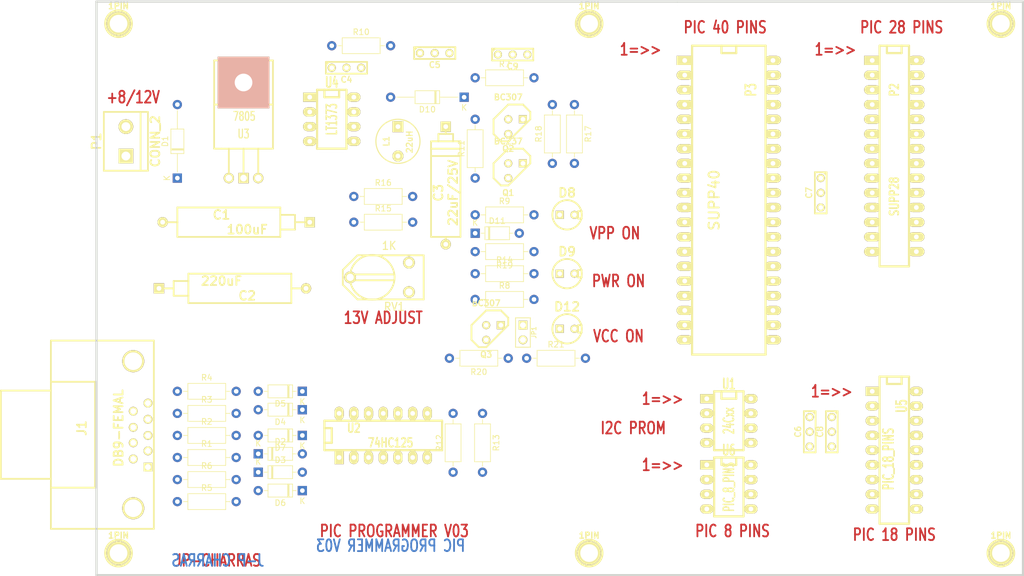
<source format=kicad_pcb>
(kicad_pcb (version 20171130) (host pcbnew 5.1.5-52549c5~84~ubuntu18.04.1)

  (general
    (thickness 1.6)
    (drawings 24)
    (tracks 0)
    (zones 0)
    (modules 64)
    (nets 112)
  )

  (page A4)
  (title_block
    (title "SERIAL PIC PROGRAMMER")
  )

  (layers
    (0 top_copper signal)
    (31 bottom_copper signal)
    (32 B.Adhes user)
    (33 F.Adhes user)
    (34 B.Paste user)
    (35 F.Paste user)
    (36 B.SilkS user)
    (37 F.SilkS user)
    (38 B.Mask user)
    (39 F.Mask user)
    (40 Dwgs.User user)
    (41 Cmts.User user)
    (42 Eco1.User user)
    (43 Eco2.User user)
    (44 Edge.Cuts user)
    (45 Margin user)
    (46 B.CrtYd user)
    (47 F.CrtYd user)
    (48 B.Fab user)
    (49 F.Fab user)
  )

  (setup
    (last_trace_width 0.4)
    (trace_clearance 0.254)
    (zone_clearance 0.508)
    (zone_45_only no)
    (trace_min 0.2)
    (via_size 0.9)
    (via_drill 0.6)
    (via_min_size 0.8)
    (via_min_drill 0.508)
    (uvia_size 0.508)
    (uvia_drill 0.127)
    (uvias_allowed no)
    (uvia_min_size 0.508)
    (uvia_min_drill 0.127)
    (edge_width 0.381)
    (segment_width 0.381)
    (pcb_text_width 0.3048)
    (pcb_text_size 1.524 2.032)
    (mod_edge_width 0.381)
    (mod_text_size 1.524 1.524)
    (mod_text_width 0.3048)
    (pad_size 1.5748 2.794)
    (pad_drill 0.8128)
    (pad_to_mask_clearance 0.2)
    (aux_axis_origin 62.23 153.67)
    (visible_elements 7FFFFFFF)
    (pcbplotparams
      (layerselection 0x00030_80000001)
      (usegerberextensions false)
      (usegerberattributes false)
      (usegerberadvancedattributes false)
      (creategerberjobfile false)
      (excludeedgelayer false)
      (linewidth 0.150000)
      (plotframeref false)
      (viasonmask false)
      (mode 1)
      (useauxorigin true)
      (hpglpennumber 1)
      (hpglpenspeed 20)
      (hpglpendiameter 15.000000)
      (psnegative false)
      (psa4output false)
      (plotreference true)
      (plotvalue true)
      (plotinvisibletext false)
      (padsonsilk false)
      (subtractmaskfromsilk false)
      (outputformat 1)
      (mirror false)
      (drillshape 0)
      (scaleselection 1)
      (outputdirectory ""))
  )

  (net 0 "")
  (net 1 /pic_programmer/CTS)
  (net 2 /pic_programmer/TXD)
  (net 3 GND)
  (net 4 VCC)
  (net 5 VPP)
  (net 6 VCC_PIC)
  (net 7 /pic_programmer/DTR)
  (net 8 /pic_programmer/PC-CLOCK-OUT)
  (net 9 VPP-MCLR)
  (net 10 CLOCK-RB6)
  (net 11 DATA-RB7)
  (net 12 "Net-(C2-Pad1)")
  (net 13 "Net-(C4-Pad1)")
  (net 14 "Net-(C5-Pad1)")
  (net 15 "Net-(C9-Pad2)")
  (net 16 "Net-(D2-Pad1)")
  (net 17 "Net-(D8-Pad1)")
  (net 18 "Net-(D9-Pad1)")
  (net 19 "Net-(D11-Pad2)")
  (net 20 "Net-(D11-Pad1)")
  (net 21 "Net-(D12-Pad1)")
  (net 22 "Net-(Q1-Pad2)")
  (net 23 "Net-(Q2-Pad3)")
  (net 24 "Net-(Q3-Pad2)")
  (net 25 "Net-(R8-Pad1)")
  (net 26 "Net-(R12-Pad1)")
  (net 27 "Net-(R13-Pad1)")
  (net 28 "Net-(R15-Pad1)")
  (net 29 "Net-(R16-Pad1)")
  (net 30 "Net-(RV1-Pad2)")
  (net 31 "Net-(D1-Pad2)")
  (net 32 "Net-(D4-Pad2)")
  (net 33 "Net-(D6-Pad2)")
  (net 34 "Net-(D10-Pad2)")
  (net 35 "Net-(J1-Pad1)")
  (net 36 "Net-(J1-Pad2)")
  (net 37 "Net-(J1-Pad6)")
  (net 38 "Net-(J1-Pad9)")
  (net 39 "Net-(P2-Pad2)")
  (net 40 "Net-(P2-Pad3)")
  (net 41 "Net-(P2-Pad4)")
  (net 42 "Net-(P2-Pad5)")
  (net 43 "Net-(P2-Pad6)")
  (net 44 "Net-(P2-Pad7)")
  (net 45 "Net-(P2-Pad9)")
  (net 46 "Net-(P2-Pad10)")
  (net 47 "Net-(P2-Pad11)")
  (net 48 "Net-(P2-Pad12)")
  (net 49 "Net-(P2-Pad13)")
  (net 50 "Net-(P2-Pad14)")
  (net 51 "Net-(P2-Pad15)")
  (net 52 "Net-(P2-Pad16)")
  (net 53 "Net-(P2-Pad17)")
  (net 54 "Net-(P2-Pad18)")
  (net 55 "Net-(P2-Pad21)")
  (net 56 "Net-(P2-Pad22)")
  (net 57 "Net-(P2-Pad23)")
  (net 58 "Net-(P2-Pad24)")
  (net 59 "Net-(P2-Pad25)")
  (net 60 "Net-(P2-Pad26)")
  (net 61 "Net-(P3-Pad2)")
  (net 62 "Net-(P3-Pad3)")
  (net 63 "Net-(P3-Pad4)")
  (net 64 "Net-(P3-Pad5)")
  (net 65 "Net-(P3-Pad6)")
  (net 66 "Net-(P3-Pad7)")
  (net 67 "Net-(P3-Pad9)")
  (net 68 "Net-(P3-Pad10)")
  (net 69 "Net-(P3-Pad13)")
  (net 70 "Net-(P3-Pad14)")
  (net 71 "Net-(P3-Pad15)")
  (net 72 "Net-(P3-Pad16)")
  (net 73 "Net-(P3-Pad17)")
  (net 74 "Net-(P3-Pad18)")
  (net 75 "Net-(P3-Pad19)")
  (net 76 "Net-(P3-Pad20)")
  (net 77 "Net-(P3-Pad21)")
  (net 78 "Net-(P3-Pad22)")
  (net 79 "Net-(P3-Pad23)")
  (net 80 "Net-(P3-Pad24)")
  (net 81 "Net-(P3-Pad25)")
  (net 82 "Net-(P3-Pad26)")
  (net 83 "Net-(P3-Pad27)")
  (net 84 "Net-(P3-Pad28)")
  (net 85 "Net-(P3-Pad29)")
  (net 86 "Net-(P3-Pad30)")
  (net 87 "Net-(P3-Pad33)")
  (net 88 "Net-(P3-Pad34)")
  (net 89 "Net-(P3-Pad35)")
  (net 90 "Net-(P3-Pad36)")
  (net 91 "Net-(P3-Pad37)")
  (net 92 "Net-(P3-Pad38)")
  (net 93 "Net-(U1-Pad7)")
  (net 94 "Net-(U4-Pad3)")
  (net 95 "Net-(U4-Pad4)")
  (net 96 "Net-(U5-Pad1)")
  (net 97 "Net-(U5-Pad2)")
  (net 98 "Net-(U5-Pad3)")
  (net 99 "Net-(U5-Pad6)")
  (net 100 "Net-(U5-Pad7)")
  (net 101 "Net-(U5-Pad8)")
  (net 102 "Net-(U5-Pad9)")
  (net 103 "Net-(U5-Pad10)")
  (net 104 "Net-(U5-Pad11)")
  (net 105 "Net-(U5-Pad15)")
  (net 106 "Net-(U5-Pad16)")
  (net 107 "Net-(U5-Pad17)")
  (net 108 "Net-(U5-Pad18)")
  (net 109 "Net-(U6-Pad2)")
  (net 110 "Net-(U6-Pad3)")
  (net 111 "Net-(U6-Pad5)")

  (net_class Default "Ceci est la Netclass par défaut"
    (clearance 0.254)
    (trace_width 0.4)
    (via_dia 0.9)
    (via_drill 0.6)
    (uvia_dia 0.508)
    (uvia_drill 0.127)
    (add_net /pic_programmer/CTS)
    (add_net /pic_programmer/DTR)
    (add_net /pic_programmer/PC-CLOCK-OUT)
    (add_net /pic_programmer/TXD)
    (add_net CLOCK-RB6)
    (add_net DATA-RB7)
    (add_net GND)
    (add_net "Net-(C2-Pad1)")
    (add_net "Net-(C4-Pad1)")
    (add_net "Net-(C5-Pad1)")
    (add_net "Net-(C9-Pad2)")
    (add_net "Net-(D1-Pad2)")
    (add_net "Net-(D10-Pad2)")
    (add_net "Net-(D11-Pad1)")
    (add_net "Net-(D11-Pad2)")
    (add_net "Net-(D12-Pad1)")
    (add_net "Net-(D2-Pad1)")
    (add_net "Net-(D4-Pad2)")
    (add_net "Net-(D6-Pad2)")
    (add_net "Net-(D8-Pad1)")
    (add_net "Net-(D9-Pad1)")
    (add_net "Net-(J1-Pad1)")
    (add_net "Net-(J1-Pad2)")
    (add_net "Net-(J1-Pad6)")
    (add_net "Net-(J1-Pad9)")
    (add_net "Net-(P2-Pad10)")
    (add_net "Net-(P2-Pad11)")
    (add_net "Net-(P2-Pad12)")
    (add_net "Net-(P2-Pad13)")
    (add_net "Net-(P2-Pad14)")
    (add_net "Net-(P2-Pad15)")
    (add_net "Net-(P2-Pad16)")
    (add_net "Net-(P2-Pad17)")
    (add_net "Net-(P2-Pad18)")
    (add_net "Net-(P2-Pad2)")
    (add_net "Net-(P2-Pad21)")
    (add_net "Net-(P2-Pad22)")
    (add_net "Net-(P2-Pad23)")
    (add_net "Net-(P2-Pad24)")
    (add_net "Net-(P2-Pad25)")
    (add_net "Net-(P2-Pad26)")
    (add_net "Net-(P2-Pad3)")
    (add_net "Net-(P2-Pad4)")
    (add_net "Net-(P2-Pad5)")
    (add_net "Net-(P2-Pad6)")
    (add_net "Net-(P2-Pad7)")
    (add_net "Net-(P2-Pad9)")
    (add_net "Net-(P3-Pad10)")
    (add_net "Net-(P3-Pad13)")
    (add_net "Net-(P3-Pad14)")
    (add_net "Net-(P3-Pad15)")
    (add_net "Net-(P3-Pad16)")
    (add_net "Net-(P3-Pad17)")
    (add_net "Net-(P3-Pad18)")
    (add_net "Net-(P3-Pad19)")
    (add_net "Net-(P3-Pad2)")
    (add_net "Net-(P3-Pad20)")
    (add_net "Net-(P3-Pad21)")
    (add_net "Net-(P3-Pad22)")
    (add_net "Net-(P3-Pad23)")
    (add_net "Net-(P3-Pad24)")
    (add_net "Net-(P3-Pad25)")
    (add_net "Net-(P3-Pad26)")
    (add_net "Net-(P3-Pad27)")
    (add_net "Net-(P3-Pad28)")
    (add_net "Net-(P3-Pad29)")
    (add_net "Net-(P3-Pad3)")
    (add_net "Net-(P3-Pad30)")
    (add_net "Net-(P3-Pad33)")
    (add_net "Net-(P3-Pad34)")
    (add_net "Net-(P3-Pad35)")
    (add_net "Net-(P3-Pad36)")
    (add_net "Net-(P3-Pad37)")
    (add_net "Net-(P3-Pad38)")
    (add_net "Net-(P3-Pad4)")
    (add_net "Net-(P3-Pad5)")
    (add_net "Net-(P3-Pad6)")
    (add_net "Net-(P3-Pad7)")
    (add_net "Net-(P3-Pad9)")
    (add_net "Net-(Q1-Pad2)")
    (add_net "Net-(Q2-Pad3)")
    (add_net "Net-(Q3-Pad2)")
    (add_net "Net-(R12-Pad1)")
    (add_net "Net-(R13-Pad1)")
    (add_net "Net-(R15-Pad1)")
    (add_net "Net-(R16-Pad1)")
    (add_net "Net-(R8-Pad1)")
    (add_net "Net-(RV1-Pad2)")
    (add_net "Net-(U1-Pad7)")
    (add_net "Net-(U4-Pad3)")
    (add_net "Net-(U4-Pad4)")
    (add_net "Net-(U5-Pad1)")
    (add_net "Net-(U5-Pad10)")
    (add_net "Net-(U5-Pad11)")
    (add_net "Net-(U5-Pad15)")
    (add_net "Net-(U5-Pad16)")
    (add_net "Net-(U5-Pad17)")
    (add_net "Net-(U5-Pad18)")
    (add_net "Net-(U5-Pad2)")
    (add_net "Net-(U5-Pad3)")
    (add_net "Net-(U5-Pad6)")
    (add_net "Net-(U5-Pad7)")
    (add_net "Net-(U5-Pad8)")
    (add_net "Net-(U5-Pad9)")
    (add_net "Net-(U6-Pad2)")
    (add_net "Net-(U6-Pad3)")
    (add_net "Net-(U6-Pad5)")
    (add_net VCC)
    (add_net VCC_PIC)
    (add_net VPP)
    (add_net VPP-MCLR)
  )

  (module Diode_THT:D_DO-35_SOD27_P7.62mm_Horizontal (layer top_copper) (tedit 5A195B5A) (tstamp 53B844A6)
    (at 101.6 118.745)
    (descr "D, DO-35_SOD27 series, Axial, Horizontal, pin pitch=7.62mm, , length*diameter=4*2mm^2, , http://www.diodes.com/_files/packages/DO-35.pdf")
    (tags "D DO-35_SOD27 series Axial Horizontal pin pitch 7.62mm  length 4mm diameter 2mm")
    (path /48553E53/442A4D1B)
    (fp_text reference D2 (at 3.81 -2.12) (layer F.SilkS)
      (effects (font (size 1 1) (thickness 0.15)))
    )
    (fp_text value BAT43 (at 3.81 2.12) (layer F.Fab)
      (effects (font (size 1 1) (thickness 0.15)))
    )
    (fp_text user K (at 0 -1.8) (layer F.SilkS)
      (effects (font (size 1 1) (thickness 0.15)))
    )
    (fp_text user K (at 0 -1.8) (layer F.Fab)
      (effects (font (size 1 1) (thickness 0.15)))
    )
    (fp_text user %R (at 4.11 0) (layer F.Fab)
      (effects (font (size 0.8 0.8) (thickness 0.12)))
    )
    (fp_line (start 8.7 -1.4) (end -1.05 -1.4) (layer F.CrtYd) (width 0.05))
    (fp_line (start 8.7 1.4) (end 8.7 -1.4) (layer F.CrtYd) (width 0.05))
    (fp_line (start -1.05 1.4) (end 8.7 1.4) (layer F.CrtYd) (width 0.05))
    (fp_line (start -1.05 -1.4) (end -1.05 1.4) (layer F.CrtYd) (width 0.05))
    (fp_line (start 2.29 -1.12) (end 2.29 1.12) (layer F.SilkS) (width 0.12))
    (fp_line (start 2.53 -1.12) (end 2.53 1.12) (layer F.SilkS) (width 0.12))
    (fp_line (start 2.41 -1.12) (end 2.41 1.12) (layer F.SilkS) (width 0.12))
    (fp_line (start 6.58 0) (end 5.93 0) (layer F.SilkS) (width 0.12))
    (fp_line (start 1.04 0) (end 1.69 0) (layer F.SilkS) (width 0.12))
    (fp_line (start 5.93 -1.12) (end 1.69 -1.12) (layer F.SilkS) (width 0.12))
    (fp_line (start 5.93 1.12) (end 5.93 -1.12) (layer F.SilkS) (width 0.12))
    (fp_line (start 1.69 1.12) (end 5.93 1.12) (layer F.SilkS) (width 0.12))
    (fp_line (start 1.69 -1.12) (end 1.69 1.12) (layer F.SilkS) (width 0.12))
    (fp_line (start 2.31 -1) (end 2.31 1) (layer F.Fab) (width 0.1))
    (fp_line (start 2.51 -1) (end 2.51 1) (layer F.Fab) (width 0.1))
    (fp_line (start 2.41 -1) (end 2.41 1) (layer F.Fab) (width 0.1))
    (fp_line (start 7.62 0) (end 5.81 0) (layer F.Fab) (width 0.1))
    (fp_line (start 0 0) (end 1.81 0) (layer F.Fab) (width 0.1))
    (fp_line (start 5.81 -1) (end 1.81 -1) (layer F.Fab) (width 0.1))
    (fp_line (start 5.81 1) (end 5.81 -1) (layer F.Fab) (width 0.1))
    (fp_line (start 1.81 1) (end 5.81 1) (layer F.Fab) (width 0.1))
    (fp_line (start 1.81 -1) (end 1.81 1) (layer F.Fab) (width 0.1))
    (pad 2 thru_hole oval (at 7.62 0) (size 1.6 1.6) (drill 0.8) (layers *.Cu *.Mask)
      (net 4 VCC))
    (pad 1 thru_hole rect (at 0 0) (size 1.6 1.6) (drill 0.8) (layers *.Cu *.Mask)
      (net 16 "Net-(D2-Pad1)"))
    (model ${KISYS3DMOD}/Diode_THT.3dshapes/D_DO-35_SOD27_P7.62mm_Horizontal.wrl
      (at (xyz 0 0 0))
      (scale (xyz 1 1 1))
      (rotate (xyz 0 0 0))
    )
  )

  (module Diode_THT:D_DO-35_SOD27_P7.62mm_Horizontal (layer top_copper) (tedit 5A195B5A) (tstamp 53B844B5)
    (at 101.6 121.92)
    (descr "D, DO-35_SOD27 series, Axial, Horizontal, pin pitch=7.62mm, , length*diameter=4*2mm^2, , http://www.diodes.com/_files/packages/DO-35.pdf")
    (tags "D DO-35_SOD27 series Axial Horizontal pin pitch 7.62mm  length 4mm diameter 2mm")
    (path /48553E53/442A4D25)
    (fp_text reference D3 (at 3.81 -2.12) (layer F.SilkS)
      (effects (font (size 1 1) (thickness 0.15)))
    )
    (fp_text value BAT43 (at 3.81 2.12) (layer F.Fab)
      (effects (font (size 1 1) (thickness 0.15)))
    )
    (fp_text user K (at 0 -1.8) (layer F.SilkS)
      (effects (font (size 1 1) (thickness 0.15)))
    )
    (fp_text user K (at 0 -1.8) (layer F.Fab)
      (effects (font (size 1 1) (thickness 0.15)))
    )
    (fp_text user %R (at 4.11 0) (layer F.Fab)
      (effects (font (size 0.8 0.8) (thickness 0.12)))
    )
    (fp_line (start 8.7 -1.4) (end -1.05 -1.4) (layer F.CrtYd) (width 0.05))
    (fp_line (start 8.7 1.4) (end 8.7 -1.4) (layer F.CrtYd) (width 0.05))
    (fp_line (start -1.05 1.4) (end 8.7 1.4) (layer F.CrtYd) (width 0.05))
    (fp_line (start -1.05 -1.4) (end -1.05 1.4) (layer F.CrtYd) (width 0.05))
    (fp_line (start 2.29 -1.12) (end 2.29 1.12) (layer F.SilkS) (width 0.12))
    (fp_line (start 2.53 -1.12) (end 2.53 1.12) (layer F.SilkS) (width 0.12))
    (fp_line (start 2.41 -1.12) (end 2.41 1.12) (layer F.SilkS) (width 0.12))
    (fp_line (start 6.58 0) (end 5.93 0) (layer F.SilkS) (width 0.12))
    (fp_line (start 1.04 0) (end 1.69 0) (layer F.SilkS) (width 0.12))
    (fp_line (start 5.93 -1.12) (end 1.69 -1.12) (layer F.SilkS) (width 0.12))
    (fp_line (start 5.93 1.12) (end 5.93 -1.12) (layer F.SilkS) (width 0.12))
    (fp_line (start 1.69 1.12) (end 5.93 1.12) (layer F.SilkS) (width 0.12))
    (fp_line (start 1.69 -1.12) (end 1.69 1.12) (layer F.SilkS) (width 0.12))
    (fp_line (start 2.31 -1) (end 2.31 1) (layer F.Fab) (width 0.1))
    (fp_line (start 2.51 -1) (end 2.51 1) (layer F.Fab) (width 0.1))
    (fp_line (start 2.41 -1) (end 2.41 1) (layer F.Fab) (width 0.1))
    (fp_line (start 7.62 0) (end 5.81 0) (layer F.Fab) (width 0.1))
    (fp_line (start 0 0) (end 1.81 0) (layer F.Fab) (width 0.1))
    (fp_line (start 5.81 -1) (end 1.81 -1) (layer F.Fab) (width 0.1))
    (fp_line (start 5.81 1) (end 5.81 -1) (layer F.Fab) (width 0.1))
    (fp_line (start 1.81 1) (end 5.81 1) (layer F.Fab) (width 0.1))
    (fp_line (start 1.81 -1) (end 1.81 1) (layer F.Fab) (width 0.1))
    (pad 2 thru_hole oval (at 7.62 0) (size 1.6 1.6) (drill 0.8) (layers *.Cu *.Mask)
      (net 16 "Net-(D2-Pad1)"))
    (pad 1 thru_hole rect (at 0 0) (size 1.6 1.6) (drill 0.8) (layers *.Cu *.Mask)
      (net 3 GND))
    (model ${KISYS3DMOD}/Diode_THT.3dshapes/D_DO-35_SOD27_P7.62mm_Horizontal.wrl
      (at (xyz 0 0 0))
      (scale (xyz 1 1 1))
      (rotate (xyz 0 0 0))
    )
  )

  (module Diode_THT:D_DO-35_SOD27_P7.62mm_Horizontal (layer top_copper) (tedit 5A195B5A) (tstamp 53B844C4)
    (at 109.22 111.125 180)
    (descr "D, DO-35_SOD27 series, Axial, Horizontal, pin pitch=7.62mm, , length*diameter=4*2mm^2, , http://www.diodes.com/_files/packages/DO-35.pdf")
    (tags "D DO-35_SOD27 series Axial Horizontal pin pitch 7.62mm  length 4mm diameter 2mm")
    (path /48553E53/442A4D5C)
    (fp_text reference D4 (at 3.81 -2.12 180) (layer F.SilkS)
      (effects (font (size 1 1) (thickness 0.15)))
    )
    (fp_text value BAT43 (at 3.81 2.12 180) (layer F.Fab)
      (effects (font (size 1 1) (thickness 0.15)))
    )
    (fp_text user K (at 0 -1.8 180) (layer F.SilkS)
      (effects (font (size 1 1) (thickness 0.15)))
    )
    (fp_text user K (at 0 -1.8 180) (layer F.Fab)
      (effects (font (size 1 1) (thickness 0.15)))
    )
    (fp_text user %R (at 4.11 0 180) (layer F.Fab)
      (effects (font (size 0.8 0.8) (thickness 0.12)))
    )
    (fp_line (start 8.7 -1.4) (end -1.05 -1.4) (layer F.CrtYd) (width 0.05))
    (fp_line (start 8.7 1.4) (end 8.7 -1.4) (layer F.CrtYd) (width 0.05))
    (fp_line (start -1.05 1.4) (end 8.7 1.4) (layer F.CrtYd) (width 0.05))
    (fp_line (start -1.05 -1.4) (end -1.05 1.4) (layer F.CrtYd) (width 0.05))
    (fp_line (start 2.29 -1.12) (end 2.29 1.12) (layer F.SilkS) (width 0.12))
    (fp_line (start 2.53 -1.12) (end 2.53 1.12) (layer F.SilkS) (width 0.12))
    (fp_line (start 2.41 -1.12) (end 2.41 1.12) (layer F.SilkS) (width 0.12))
    (fp_line (start 6.58 0) (end 5.93 0) (layer F.SilkS) (width 0.12))
    (fp_line (start 1.04 0) (end 1.69 0) (layer F.SilkS) (width 0.12))
    (fp_line (start 5.93 -1.12) (end 1.69 -1.12) (layer F.SilkS) (width 0.12))
    (fp_line (start 5.93 1.12) (end 5.93 -1.12) (layer F.SilkS) (width 0.12))
    (fp_line (start 1.69 1.12) (end 5.93 1.12) (layer F.SilkS) (width 0.12))
    (fp_line (start 1.69 -1.12) (end 1.69 1.12) (layer F.SilkS) (width 0.12))
    (fp_line (start 2.31 -1) (end 2.31 1) (layer F.Fab) (width 0.1))
    (fp_line (start 2.51 -1) (end 2.51 1) (layer F.Fab) (width 0.1))
    (fp_line (start 2.41 -1) (end 2.41 1) (layer F.Fab) (width 0.1))
    (fp_line (start 7.62 0) (end 5.81 0) (layer F.Fab) (width 0.1))
    (fp_line (start 0 0) (end 1.81 0) (layer F.Fab) (width 0.1))
    (fp_line (start 5.81 -1) (end 1.81 -1) (layer F.Fab) (width 0.1))
    (fp_line (start 5.81 1) (end 5.81 -1) (layer F.Fab) (width 0.1))
    (fp_line (start 1.81 1) (end 5.81 1) (layer F.Fab) (width 0.1))
    (fp_line (start 1.81 -1) (end 1.81 1) (layer F.Fab) (width 0.1))
    (pad 2 thru_hole oval (at 7.62 0 180) (size 1.6 1.6) (drill 0.8) (layers *.Cu *.Mask)
      (net 32 "Net-(D4-Pad2)"))
    (pad 1 thru_hole rect (at 0 0 180) (size 1.6 1.6) (drill 0.8) (layers *.Cu *.Mask)
      (net 4 VCC))
    (model ${KISYS3DMOD}/Diode_THT.3dshapes/D_DO-35_SOD27_P7.62mm_Horizontal.wrl
      (at (xyz 0 0 0))
      (scale (xyz 1 1 1))
      (rotate (xyz 0 0 0))
    )
  )

  (module Diode_THT:D_DO-35_SOD27_P7.62mm_Horizontal (layer top_copper) (tedit 5A195B5A) (tstamp 53B844D3)
    (at 109.22 107.95 180)
    (descr "D, DO-35_SOD27 series, Axial, Horizontal, pin pitch=7.62mm, , length*diameter=4*2mm^2, , http://www.diodes.com/_files/packages/DO-35.pdf")
    (tags "D DO-35_SOD27 series Axial Horizontal pin pitch 7.62mm  length 4mm diameter 2mm")
    (path /48553E53/442A4D5D)
    (fp_text reference D5 (at 3.81 -2.12 180) (layer F.SilkS)
      (effects (font (size 1 1) (thickness 0.15)))
    )
    (fp_text value BAT43 (at 3.81 2.12 180) (layer F.Fab)
      (effects (font (size 1 1) (thickness 0.15)))
    )
    (fp_text user K (at 0 -1.8 180) (layer F.SilkS)
      (effects (font (size 1 1) (thickness 0.15)))
    )
    (fp_text user K (at 0 -1.8 180) (layer F.Fab)
      (effects (font (size 1 1) (thickness 0.15)))
    )
    (fp_text user %R (at 4.11 0 180) (layer F.Fab)
      (effects (font (size 0.8 0.8) (thickness 0.12)))
    )
    (fp_line (start 8.7 -1.4) (end -1.05 -1.4) (layer F.CrtYd) (width 0.05))
    (fp_line (start 8.7 1.4) (end 8.7 -1.4) (layer F.CrtYd) (width 0.05))
    (fp_line (start -1.05 1.4) (end 8.7 1.4) (layer F.CrtYd) (width 0.05))
    (fp_line (start -1.05 -1.4) (end -1.05 1.4) (layer F.CrtYd) (width 0.05))
    (fp_line (start 2.29 -1.12) (end 2.29 1.12) (layer F.SilkS) (width 0.12))
    (fp_line (start 2.53 -1.12) (end 2.53 1.12) (layer F.SilkS) (width 0.12))
    (fp_line (start 2.41 -1.12) (end 2.41 1.12) (layer F.SilkS) (width 0.12))
    (fp_line (start 6.58 0) (end 5.93 0) (layer F.SilkS) (width 0.12))
    (fp_line (start 1.04 0) (end 1.69 0) (layer F.SilkS) (width 0.12))
    (fp_line (start 5.93 -1.12) (end 1.69 -1.12) (layer F.SilkS) (width 0.12))
    (fp_line (start 5.93 1.12) (end 5.93 -1.12) (layer F.SilkS) (width 0.12))
    (fp_line (start 1.69 1.12) (end 5.93 1.12) (layer F.SilkS) (width 0.12))
    (fp_line (start 1.69 -1.12) (end 1.69 1.12) (layer F.SilkS) (width 0.12))
    (fp_line (start 2.31 -1) (end 2.31 1) (layer F.Fab) (width 0.1))
    (fp_line (start 2.51 -1) (end 2.51 1) (layer F.Fab) (width 0.1))
    (fp_line (start 2.41 -1) (end 2.41 1) (layer F.Fab) (width 0.1))
    (fp_line (start 7.62 0) (end 5.81 0) (layer F.Fab) (width 0.1))
    (fp_line (start 0 0) (end 1.81 0) (layer F.Fab) (width 0.1))
    (fp_line (start 5.81 -1) (end 1.81 -1) (layer F.Fab) (width 0.1))
    (fp_line (start 5.81 1) (end 5.81 -1) (layer F.Fab) (width 0.1))
    (fp_line (start 1.81 1) (end 5.81 1) (layer F.Fab) (width 0.1))
    (fp_line (start 1.81 -1) (end 1.81 1) (layer F.Fab) (width 0.1))
    (pad 2 thru_hole oval (at 7.62 0 180) (size 1.6 1.6) (drill 0.8) (layers *.Cu *.Mask)
      (net 3 GND))
    (pad 1 thru_hole rect (at 0 0 180) (size 1.6 1.6) (drill 0.8) (layers *.Cu *.Mask)
      (net 32 "Net-(D4-Pad2)"))
    (model ${KISYS3DMOD}/Diode_THT.3dshapes/D_DO-35_SOD27_P7.62mm_Horizontal.wrl
      (at (xyz 0 0 0))
      (scale (xyz 1 1 1))
      (rotate (xyz 0 0 0))
    )
  )

  (module Diode_THT:D_DO-35_SOD27_P7.62mm_Horizontal (layer top_copper) (tedit 5A195B5A) (tstamp 53B844E2)
    (at 109.22 125.095 180)
    (descr "D, DO-35_SOD27 series, Axial, Horizontal, pin pitch=7.62mm, , length*diameter=4*2mm^2, , http://www.diodes.com/_files/packages/DO-35.pdf")
    (tags "D DO-35_SOD27 series Axial Horizontal pin pitch 7.62mm  length 4mm diameter 2mm")
    (path /48553E53/442A4D64)
    (fp_text reference D6 (at 3.81 -2.12 180) (layer F.SilkS)
      (effects (font (size 1 1) (thickness 0.15)))
    )
    (fp_text value BAT43 (at 3.81 2.12 180) (layer F.Fab)
      (effects (font (size 1 1) (thickness 0.15)))
    )
    (fp_text user K (at 0 -1.8 180) (layer F.SilkS)
      (effects (font (size 1 1) (thickness 0.15)))
    )
    (fp_text user K (at 0 -1.8 180) (layer F.Fab)
      (effects (font (size 1 1) (thickness 0.15)))
    )
    (fp_text user %R (at 4.11 0 180) (layer F.Fab)
      (effects (font (size 0.8 0.8) (thickness 0.12)))
    )
    (fp_line (start 8.7 -1.4) (end -1.05 -1.4) (layer F.CrtYd) (width 0.05))
    (fp_line (start 8.7 1.4) (end 8.7 -1.4) (layer F.CrtYd) (width 0.05))
    (fp_line (start -1.05 1.4) (end 8.7 1.4) (layer F.CrtYd) (width 0.05))
    (fp_line (start -1.05 -1.4) (end -1.05 1.4) (layer F.CrtYd) (width 0.05))
    (fp_line (start 2.29 -1.12) (end 2.29 1.12) (layer F.SilkS) (width 0.12))
    (fp_line (start 2.53 -1.12) (end 2.53 1.12) (layer F.SilkS) (width 0.12))
    (fp_line (start 2.41 -1.12) (end 2.41 1.12) (layer F.SilkS) (width 0.12))
    (fp_line (start 6.58 0) (end 5.93 0) (layer F.SilkS) (width 0.12))
    (fp_line (start 1.04 0) (end 1.69 0) (layer F.SilkS) (width 0.12))
    (fp_line (start 5.93 -1.12) (end 1.69 -1.12) (layer F.SilkS) (width 0.12))
    (fp_line (start 5.93 1.12) (end 5.93 -1.12) (layer F.SilkS) (width 0.12))
    (fp_line (start 1.69 1.12) (end 5.93 1.12) (layer F.SilkS) (width 0.12))
    (fp_line (start 1.69 -1.12) (end 1.69 1.12) (layer F.SilkS) (width 0.12))
    (fp_line (start 2.31 -1) (end 2.31 1) (layer F.Fab) (width 0.1))
    (fp_line (start 2.51 -1) (end 2.51 1) (layer F.Fab) (width 0.1))
    (fp_line (start 2.41 -1) (end 2.41 1) (layer F.Fab) (width 0.1))
    (fp_line (start 7.62 0) (end 5.81 0) (layer F.Fab) (width 0.1))
    (fp_line (start 0 0) (end 1.81 0) (layer F.Fab) (width 0.1))
    (fp_line (start 5.81 -1) (end 1.81 -1) (layer F.Fab) (width 0.1))
    (fp_line (start 5.81 1) (end 5.81 -1) (layer F.Fab) (width 0.1))
    (fp_line (start 1.81 1) (end 5.81 1) (layer F.Fab) (width 0.1))
    (fp_line (start 1.81 -1) (end 1.81 1) (layer F.Fab) (width 0.1))
    (pad 2 thru_hole oval (at 7.62 0 180) (size 1.6 1.6) (drill 0.8) (layers *.Cu *.Mask)
      (net 33 "Net-(D6-Pad2)"))
    (pad 1 thru_hole rect (at 0 0 180) (size 1.6 1.6) (drill 0.8) (layers *.Cu *.Mask)
      (net 4 VCC))
    (model ${KISYS3DMOD}/Diode_THT.3dshapes/D_DO-35_SOD27_P7.62mm_Horizontal.wrl
      (at (xyz 0 0 0))
      (scale (xyz 1 1 1))
      (rotate (xyz 0 0 0))
    )
  )

  (module Diode_THT:D_DO-35_SOD27_P7.62mm_Horizontal (layer top_copper) (tedit 5A195B5A) (tstamp 53B844F1)
    (at 109.22 115.57 180)
    (descr "D, DO-35_SOD27 series, Axial, Horizontal, pin pitch=7.62mm, , length*diameter=4*2mm^2, , http://www.diodes.com/_files/packages/DO-35.pdf")
    (tags "D DO-35_SOD27 series Axial Horizontal pin pitch 7.62mm  length 4mm diameter 2mm")
    (path /48553E53/442A4D65)
    (fp_text reference D7 (at 3.81 -2.12 180) (layer F.SilkS)
      (effects (font (size 1 1) (thickness 0.15)))
    )
    (fp_text value BAT43 (at 3.81 2.12 180) (layer F.Fab)
      (effects (font (size 1 1) (thickness 0.15)))
    )
    (fp_text user K (at 0 -1.8 180) (layer F.SilkS)
      (effects (font (size 1 1) (thickness 0.15)))
    )
    (fp_text user K (at 0 -1.8 180) (layer F.Fab)
      (effects (font (size 1 1) (thickness 0.15)))
    )
    (fp_text user %R (at 4.11 0 180) (layer F.Fab)
      (effects (font (size 0.8 0.8) (thickness 0.12)))
    )
    (fp_line (start 8.7 -1.4) (end -1.05 -1.4) (layer F.CrtYd) (width 0.05))
    (fp_line (start 8.7 1.4) (end 8.7 -1.4) (layer F.CrtYd) (width 0.05))
    (fp_line (start -1.05 1.4) (end 8.7 1.4) (layer F.CrtYd) (width 0.05))
    (fp_line (start -1.05 -1.4) (end -1.05 1.4) (layer F.CrtYd) (width 0.05))
    (fp_line (start 2.29 -1.12) (end 2.29 1.12) (layer F.SilkS) (width 0.12))
    (fp_line (start 2.53 -1.12) (end 2.53 1.12) (layer F.SilkS) (width 0.12))
    (fp_line (start 2.41 -1.12) (end 2.41 1.12) (layer F.SilkS) (width 0.12))
    (fp_line (start 6.58 0) (end 5.93 0) (layer F.SilkS) (width 0.12))
    (fp_line (start 1.04 0) (end 1.69 0) (layer F.SilkS) (width 0.12))
    (fp_line (start 5.93 -1.12) (end 1.69 -1.12) (layer F.SilkS) (width 0.12))
    (fp_line (start 5.93 1.12) (end 5.93 -1.12) (layer F.SilkS) (width 0.12))
    (fp_line (start 1.69 1.12) (end 5.93 1.12) (layer F.SilkS) (width 0.12))
    (fp_line (start 1.69 -1.12) (end 1.69 1.12) (layer F.SilkS) (width 0.12))
    (fp_line (start 2.31 -1) (end 2.31 1) (layer F.Fab) (width 0.1))
    (fp_line (start 2.51 -1) (end 2.51 1) (layer F.Fab) (width 0.1))
    (fp_line (start 2.41 -1) (end 2.41 1) (layer F.Fab) (width 0.1))
    (fp_line (start 7.62 0) (end 5.81 0) (layer F.Fab) (width 0.1))
    (fp_line (start 0 0) (end 1.81 0) (layer F.Fab) (width 0.1))
    (fp_line (start 5.81 -1) (end 1.81 -1) (layer F.Fab) (width 0.1))
    (fp_line (start 5.81 1) (end 5.81 -1) (layer F.Fab) (width 0.1))
    (fp_line (start 1.81 1) (end 5.81 1) (layer F.Fab) (width 0.1))
    (fp_line (start 1.81 -1) (end 1.81 1) (layer F.Fab) (width 0.1))
    (pad 2 thru_hole oval (at 7.62 0 180) (size 1.6 1.6) (drill 0.8) (layers *.Cu *.Mask)
      (net 3 GND))
    (pad 1 thru_hole rect (at 0 0 180) (size 1.6 1.6) (drill 0.8) (layers *.Cu *.Mask)
      (net 33 "Net-(D6-Pad2)"))
    (model ${KISYS3DMOD}/Diode_THT.3dshapes/D_DO-35_SOD27_P7.62mm_Horizontal.wrl
      (at (xyz 0 0 0))
      (scale (xyz 1 1 1))
      (rotate (xyz 0 0 0))
    )
  )

  (module Diode_THT:D_DO-35_SOD27_P7.62mm_Horizontal (layer top_copper) (tedit 5A195B5A) (tstamp 53B84521)
    (at 139.065 80.645)
    (descr "D, DO-35_SOD27 series, Axial, Horizontal, pin pitch=7.62mm, , length*diameter=4*2mm^2, , http://www.diodes.com/_files/packages/DO-35.pdf")
    (tags "D DO-35_SOD27 series Axial Horizontal pin pitch 7.62mm  length 4mm diameter 2mm")
    (path /48553E53/4639BA28)
    (fp_text reference D11 (at 3.81 -2.12) (layer F.SilkS)
      (effects (font (size 1 1) (thickness 0.15)))
    )
    (fp_text value BAT43 (at 3.81 2.12) (layer F.Fab)
      (effects (font (size 1 1) (thickness 0.15)))
    )
    (fp_text user K (at 0 -1.8) (layer F.SilkS)
      (effects (font (size 1 1) (thickness 0.15)))
    )
    (fp_text user K (at 0 -1.8) (layer F.Fab)
      (effects (font (size 1 1) (thickness 0.15)))
    )
    (fp_text user %R (at 4.11 0) (layer F.Fab)
      (effects (font (size 0.8 0.8) (thickness 0.12)))
    )
    (fp_line (start 8.7 -1.4) (end -1.05 -1.4) (layer F.CrtYd) (width 0.05))
    (fp_line (start 8.7 1.4) (end 8.7 -1.4) (layer F.CrtYd) (width 0.05))
    (fp_line (start -1.05 1.4) (end 8.7 1.4) (layer F.CrtYd) (width 0.05))
    (fp_line (start -1.05 -1.4) (end -1.05 1.4) (layer F.CrtYd) (width 0.05))
    (fp_line (start 2.29 -1.12) (end 2.29 1.12) (layer F.SilkS) (width 0.12))
    (fp_line (start 2.53 -1.12) (end 2.53 1.12) (layer F.SilkS) (width 0.12))
    (fp_line (start 2.41 -1.12) (end 2.41 1.12) (layer F.SilkS) (width 0.12))
    (fp_line (start 6.58 0) (end 5.93 0) (layer F.SilkS) (width 0.12))
    (fp_line (start 1.04 0) (end 1.69 0) (layer F.SilkS) (width 0.12))
    (fp_line (start 5.93 -1.12) (end 1.69 -1.12) (layer F.SilkS) (width 0.12))
    (fp_line (start 5.93 1.12) (end 5.93 -1.12) (layer F.SilkS) (width 0.12))
    (fp_line (start 1.69 1.12) (end 5.93 1.12) (layer F.SilkS) (width 0.12))
    (fp_line (start 1.69 -1.12) (end 1.69 1.12) (layer F.SilkS) (width 0.12))
    (fp_line (start 2.31 -1) (end 2.31 1) (layer F.Fab) (width 0.1))
    (fp_line (start 2.51 -1) (end 2.51 1) (layer F.Fab) (width 0.1))
    (fp_line (start 2.41 -1) (end 2.41 1) (layer F.Fab) (width 0.1))
    (fp_line (start 7.62 0) (end 5.81 0) (layer F.Fab) (width 0.1))
    (fp_line (start 0 0) (end 1.81 0) (layer F.Fab) (width 0.1))
    (fp_line (start 5.81 -1) (end 1.81 -1) (layer F.Fab) (width 0.1))
    (fp_line (start 5.81 1) (end 5.81 -1) (layer F.Fab) (width 0.1))
    (fp_line (start 1.81 1) (end 5.81 1) (layer F.Fab) (width 0.1))
    (fp_line (start 1.81 -1) (end 1.81 1) (layer F.Fab) (width 0.1))
    (pad 2 thru_hole oval (at 7.62 0) (size 1.6 1.6) (drill 0.8) (layers *.Cu *.Mask)
      (net 19 "Net-(D11-Pad2)"))
    (pad 1 thru_hole rect (at 0 0) (size 1.6 1.6) (drill 0.8) (layers *.Cu *.Mask)
      (net 20 "Net-(D11-Pad1)"))
    (model ${KISYS3DMOD}/Diode_THT.3dshapes/D_DO-35_SOD27_P7.62mm_Horizontal.wrl
      (at (xyz 0 0 0))
      (scale (xyz 1 1 1))
      (rotate (xyz 0 0 0))
    )
  )

  (module Diode_THT:D_DO-35_SOD27_P12.70mm_Horizontal (layer top_copper) (tedit 5A195B5A) (tstamp 53B84497)
    (at 87.63 71.12 90)
    (descr "D, DO-35_SOD27 series, Axial, Horizontal, pin pitch=12.7mm, , length*diameter=4*2mm^2, , http://www.diodes.com/_files/packages/DO-35.pdf")
    (tags "D DO-35_SOD27 series Axial Horizontal pin pitch 12.7mm  length 4mm diameter 2mm")
    (path /48553E53/442A500B)
    (fp_text reference D1 (at 6.35 -2.12 90) (layer F.SilkS)
      (effects (font (size 1 1) (thickness 0.15)))
    )
    (fp_text value 1N4004 (at 6.35 2.12 90) (layer F.Fab)
      (effects (font (size 1 1) (thickness 0.15)))
    )
    (fp_text user K (at 0 -1.8 90) (layer F.SilkS)
      (effects (font (size 1 1) (thickness 0.15)))
    )
    (fp_text user K (at 0 -1.8 90) (layer F.Fab)
      (effects (font (size 1 1) (thickness 0.15)))
    )
    (fp_text user %R (at 6.65 0 90) (layer F.Fab)
      (effects (font (size 0.8 0.8) (thickness 0.12)))
    )
    (fp_line (start 13.75 -1.4) (end -1.05 -1.4) (layer F.CrtYd) (width 0.05))
    (fp_line (start 13.75 1.4) (end 13.75 -1.4) (layer F.CrtYd) (width 0.05))
    (fp_line (start -1.05 1.4) (end 13.75 1.4) (layer F.CrtYd) (width 0.05))
    (fp_line (start -1.05 -1.4) (end -1.05 1.4) (layer F.CrtYd) (width 0.05))
    (fp_line (start 4.83 -1.12) (end 4.83 1.12) (layer F.SilkS) (width 0.12))
    (fp_line (start 5.07 -1.12) (end 5.07 1.12) (layer F.SilkS) (width 0.12))
    (fp_line (start 4.95 -1.12) (end 4.95 1.12) (layer F.SilkS) (width 0.12))
    (fp_line (start 11.66 0) (end 8.47 0) (layer F.SilkS) (width 0.12))
    (fp_line (start 1.04 0) (end 4.23 0) (layer F.SilkS) (width 0.12))
    (fp_line (start 8.47 -1.12) (end 4.23 -1.12) (layer F.SilkS) (width 0.12))
    (fp_line (start 8.47 1.12) (end 8.47 -1.12) (layer F.SilkS) (width 0.12))
    (fp_line (start 4.23 1.12) (end 8.47 1.12) (layer F.SilkS) (width 0.12))
    (fp_line (start 4.23 -1.12) (end 4.23 1.12) (layer F.SilkS) (width 0.12))
    (fp_line (start 4.85 -1) (end 4.85 1) (layer F.Fab) (width 0.1))
    (fp_line (start 5.05 -1) (end 5.05 1) (layer F.Fab) (width 0.1))
    (fp_line (start 4.95 -1) (end 4.95 1) (layer F.Fab) (width 0.1))
    (fp_line (start 12.7 0) (end 8.35 0) (layer F.Fab) (width 0.1))
    (fp_line (start 0 0) (end 4.35 0) (layer F.Fab) (width 0.1))
    (fp_line (start 8.35 -1) (end 4.35 -1) (layer F.Fab) (width 0.1))
    (fp_line (start 8.35 1) (end 8.35 -1) (layer F.Fab) (width 0.1))
    (fp_line (start 4.35 1) (end 8.35 1) (layer F.Fab) (width 0.1))
    (fp_line (start 4.35 -1) (end 4.35 1) (layer F.Fab) (width 0.1))
    (pad 2 thru_hole oval (at 12.7 0 90) (size 1.6 1.6) (drill 0.8) (layers *.Cu *.Mask)
      (net 31 "Net-(D1-Pad2)"))
    (pad 1 thru_hole rect (at 0 0 90) (size 1.6 1.6) (drill 0.8) (layers *.Cu *.Mask)
      (net 12 "Net-(C2-Pad1)"))
    (model ${KISYS3DMOD}/Diode_THT.3dshapes/D_DO-35_SOD27_P12.70mm_Horizontal.wrl
      (at (xyz 0 0 0))
      (scale (xyz 1 1 1))
      (rotate (xyz 0 0 0))
    )
  )

  (module Diode_THT:D_DO-35_SOD27_P12.70mm_Horizontal (layer top_copper) (tedit 5A195B5A) (tstamp 53B84512)
    (at 137.16 57.15 180)
    (descr "D, DO-35_SOD27 series, Axial, Horizontal, pin pitch=12.7mm, , length*diameter=4*2mm^2, , http://www.diodes.com/_files/packages/DO-35.pdf")
    (tags "D DO-35_SOD27 series Axial Horizontal pin pitch 12.7mm  length 4mm diameter 2mm")
    (path /48553E53/442A6026)
    (fp_text reference D10 (at 6.35 -2.12 180) (layer F.SilkS)
      (effects (font (size 1 1) (thickness 0.15)))
    )
    (fp_text value SCHOTTKY (at 6.35 2.12 180) (layer F.Fab)
      (effects (font (size 1 1) (thickness 0.15)))
    )
    (fp_text user K (at 0 -1.8 180) (layer F.SilkS)
      (effects (font (size 1 1) (thickness 0.15)))
    )
    (fp_text user K (at 0 -1.8 180) (layer F.Fab)
      (effects (font (size 1 1) (thickness 0.15)))
    )
    (fp_text user %R (at 6.65 0 180) (layer F.Fab)
      (effects (font (size 0.8 0.8) (thickness 0.12)))
    )
    (fp_line (start 13.75 -1.4) (end -1.05 -1.4) (layer F.CrtYd) (width 0.05))
    (fp_line (start 13.75 1.4) (end 13.75 -1.4) (layer F.CrtYd) (width 0.05))
    (fp_line (start -1.05 1.4) (end 13.75 1.4) (layer F.CrtYd) (width 0.05))
    (fp_line (start -1.05 -1.4) (end -1.05 1.4) (layer F.CrtYd) (width 0.05))
    (fp_line (start 4.83 -1.12) (end 4.83 1.12) (layer F.SilkS) (width 0.12))
    (fp_line (start 5.07 -1.12) (end 5.07 1.12) (layer F.SilkS) (width 0.12))
    (fp_line (start 4.95 -1.12) (end 4.95 1.12) (layer F.SilkS) (width 0.12))
    (fp_line (start 11.66 0) (end 8.47 0) (layer F.SilkS) (width 0.12))
    (fp_line (start 1.04 0) (end 4.23 0) (layer F.SilkS) (width 0.12))
    (fp_line (start 8.47 -1.12) (end 4.23 -1.12) (layer F.SilkS) (width 0.12))
    (fp_line (start 8.47 1.12) (end 8.47 -1.12) (layer F.SilkS) (width 0.12))
    (fp_line (start 4.23 1.12) (end 8.47 1.12) (layer F.SilkS) (width 0.12))
    (fp_line (start 4.23 -1.12) (end 4.23 1.12) (layer F.SilkS) (width 0.12))
    (fp_line (start 4.85 -1) (end 4.85 1) (layer F.Fab) (width 0.1))
    (fp_line (start 5.05 -1) (end 5.05 1) (layer F.Fab) (width 0.1))
    (fp_line (start 4.95 -1) (end 4.95 1) (layer F.Fab) (width 0.1))
    (fp_line (start 12.7 0) (end 8.35 0) (layer F.Fab) (width 0.1))
    (fp_line (start 0 0) (end 4.35 0) (layer F.Fab) (width 0.1))
    (fp_line (start 8.35 -1) (end 4.35 -1) (layer F.Fab) (width 0.1))
    (fp_line (start 8.35 1) (end 8.35 -1) (layer F.Fab) (width 0.1))
    (fp_line (start 4.35 1) (end 8.35 1) (layer F.Fab) (width 0.1))
    (fp_line (start 4.35 -1) (end 4.35 1) (layer F.Fab) (width 0.1))
    (pad 2 thru_hole oval (at 12.7 0 180) (size 1.6 1.6) (drill 0.8) (layers *.Cu *.Mask)
      (net 34 "Net-(D10-Pad2)"))
    (pad 1 thru_hole rect (at 0 0 180) (size 1.6 1.6) (drill 0.8) (layers *.Cu *.Mask)
      (net 5 VPP))
    (model ${KISYS3DMOD}/Diode_THT.3dshapes/D_DO-35_SOD27_P12.70mm_Horizontal.wrl
      (at (xyz 0 0 0))
      (scale (xyz 1 1 1))
      (rotate (xyz 0 0 0))
    )
  )

  (module Resistor_THT:R_Axial_DIN0207_L6.3mm_D2.5mm_P10.16mm_Horizontal (layer top_copper) (tedit 5A24F4B6) (tstamp 5A82BAB9)
    (at 87.63 119.38)
    (descr "Resistor, Axial_DIN0207 series, Axial, Horizontal, pin pitch=10.16mm, 0.25W = 1/4W, length*diameter=6.3*2.5mm^2, http://cdn-reichelt.de/documents/datenblatt/B400/1_4W%23YAG.pdf")
    (tags "Resistor Axial_DIN0207 series Axial Horizontal pin pitch 10.16mm 0.25W = 1/4W length 6.3mm diameter 2.5mm")
    (path /48553E53/442A4CF4)
    (fp_text reference R1 (at 5.08 -2.37) (layer F.SilkS)
      (effects (font (size 1 1) (thickness 0.15)))
    )
    (fp_text value 10K (at 5.08 2.37) (layer F.Fab)
      (effects (font (size 1 1) (thickness 0.15)))
    )
    (fp_text user %R (at 5.08 0) (layer F.Fab)
      (effects (font (size 1 1) (thickness 0.15)))
    )
    (fp_line (start 11.25 -1.65) (end -1.05 -1.65) (layer F.CrtYd) (width 0.05))
    (fp_line (start 11.25 1.65) (end 11.25 -1.65) (layer F.CrtYd) (width 0.05))
    (fp_line (start -1.05 1.65) (end 11.25 1.65) (layer F.CrtYd) (width 0.05))
    (fp_line (start -1.05 -1.65) (end -1.05 1.65) (layer F.CrtYd) (width 0.05))
    (fp_line (start 9.12 0) (end 8.35 0) (layer F.SilkS) (width 0.12))
    (fp_line (start 1.04 0) (end 1.81 0) (layer F.SilkS) (width 0.12))
    (fp_line (start 8.35 -1.37) (end 1.81 -1.37) (layer F.SilkS) (width 0.12))
    (fp_line (start 8.35 1.37) (end 8.35 -1.37) (layer F.SilkS) (width 0.12))
    (fp_line (start 1.81 1.37) (end 8.35 1.37) (layer F.SilkS) (width 0.12))
    (fp_line (start 1.81 -1.37) (end 1.81 1.37) (layer F.SilkS) (width 0.12))
    (fp_line (start 10.16 0) (end 8.23 0) (layer F.Fab) (width 0.1))
    (fp_line (start 0 0) (end 1.93 0) (layer F.Fab) (width 0.1))
    (fp_line (start 8.23 -1.25) (end 1.93 -1.25) (layer F.Fab) (width 0.1))
    (fp_line (start 8.23 1.25) (end 8.23 -1.25) (layer F.Fab) (width 0.1))
    (fp_line (start 1.93 1.25) (end 8.23 1.25) (layer F.Fab) (width 0.1))
    (fp_line (start 1.93 -1.25) (end 1.93 1.25) (layer F.Fab) (width 0.1))
    (pad 2 thru_hole oval (at 10.16 0) (size 1.6 1.6) (drill 0.8) (layers *.Cu *.Mask)
      (net 16 "Net-(D2-Pad1)"))
    (pad 1 thru_hole circle (at 0 0) (size 1.6 1.6) (drill 0.8) (layers *.Cu *.Mask)
      (net 2 /pic_programmer/TXD))
    (model ${KISYS3DMOD}/Resistor_THT.3dshapes/R_Axial_DIN0207_L6.3mm_D2.5mm_P10.16mm_Horizontal.wrl
      (at (xyz 0 0 0))
      (scale (xyz 1 1 1))
      (rotate (xyz 0 0 0))
    )
  )

  (module Resistor_THT:R_Axial_DIN0207_L6.3mm_D2.5mm_P10.16mm_Horizontal (layer top_copper) (tedit 5A24F4B6) (tstamp 53B845A1)
    (at 87.63 115.57)
    (descr "Resistor, Axial_DIN0207 series, Axial, Horizontal, pin pitch=10.16mm, 0.25W = 1/4W, length*diameter=6.3*2.5mm^2, http://cdn-reichelt.de/documents/datenblatt/B400/1_4W%23YAG.pdf")
    (tags "Resistor Axial_DIN0207 series Axial Horizontal pin pitch 10.16mm 0.25W = 1/4W length 6.3mm diameter 2.5mm")
    (path /48553E53/442A4CFB)
    (fp_text reference R2 (at 5.08 -2.37) (layer F.SilkS)
      (effects (font (size 1 1) (thickness 0.15)))
    )
    (fp_text value 10K (at 5.08 2.37) (layer F.Fab)
      (effects (font (size 1 1) (thickness 0.15)))
    )
    (fp_text user %R (at 5.08 0) (layer F.Fab)
      (effects (font (size 1 1) (thickness 0.15)))
    )
    (fp_line (start 11.25 -1.65) (end -1.05 -1.65) (layer F.CrtYd) (width 0.05))
    (fp_line (start 11.25 1.65) (end 11.25 -1.65) (layer F.CrtYd) (width 0.05))
    (fp_line (start -1.05 1.65) (end 11.25 1.65) (layer F.CrtYd) (width 0.05))
    (fp_line (start -1.05 -1.65) (end -1.05 1.65) (layer F.CrtYd) (width 0.05))
    (fp_line (start 9.12 0) (end 8.35 0) (layer F.SilkS) (width 0.12))
    (fp_line (start 1.04 0) (end 1.81 0) (layer F.SilkS) (width 0.12))
    (fp_line (start 8.35 -1.37) (end 1.81 -1.37) (layer F.SilkS) (width 0.12))
    (fp_line (start 8.35 1.37) (end 8.35 -1.37) (layer F.SilkS) (width 0.12))
    (fp_line (start 1.81 1.37) (end 8.35 1.37) (layer F.SilkS) (width 0.12))
    (fp_line (start 1.81 -1.37) (end 1.81 1.37) (layer F.SilkS) (width 0.12))
    (fp_line (start 10.16 0) (end 8.23 0) (layer F.Fab) (width 0.1))
    (fp_line (start 0 0) (end 1.93 0) (layer F.Fab) (width 0.1))
    (fp_line (start 8.23 -1.25) (end 1.93 -1.25) (layer F.Fab) (width 0.1))
    (fp_line (start 8.23 1.25) (end 8.23 -1.25) (layer F.Fab) (width 0.1))
    (fp_line (start 1.93 1.25) (end 8.23 1.25) (layer F.Fab) (width 0.1))
    (fp_line (start 1.93 -1.25) (end 1.93 1.25) (layer F.Fab) (width 0.1))
    (pad 2 thru_hole oval (at 10.16 0) (size 1.6 1.6) (drill 0.8) (layers *.Cu *.Mask)
      (net 3 GND))
    (pad 1 thru_hole circle (at 0 0) (size 1.6 1.6) (drill 0.8) (layers *.Cu *.Mask)
      (net 2 /pic_programmer/TXD))
    (model ${KISYS3DMOD}/Resistor_THT.3dshapes/R_Axial_DIN0207_L6.3mm_D2.5mm_P10.16mm_Horizontal.wrl
      (at (xyz 0 0 0))
      (scale (xyz 1 1 1))
      (rotate (xyz 0 0 0))
    )
  )

  (module Resistor_THT:R_Axial_DIN0207_L6.3mm_D2.5mm_P10.16mm_Horizontal (layer top_copper) (tedit 5A24F4B6) (tstamp 53B845AE)
    (at 87.63 111.76)
    (descr "Resistor, Axial_DIN0207 series, Axial, Horizontal, pin pitch=10.16mm, 0.25W = 1/4W, length*diameter=6.3*2.5mm^2, http://cdn-reichelt.de/documents/datenblatt/B400/1_4W%23YAG.pdf")
    (tags "Resistor Axial_DIN0207 series Axial Horizontal pin pitch 10.16mm 0.25W = 1/4W length 6.3mm diameter 2.5mm")
    (path /48553E53/442A4D5A)
    (fp_text reference R3 (at 5.08 -2.37) (layer F.SilkS)
      (effects (font (size 1 1) (thickness 0.15)))
    )
    (fp_text value 10K (at 5.08 2.37) (layer F.Fab)
      (effects (font (size 1 1) (thickness 0.15)))
    )
    (fp_text user %R (at 5.08 0) (layer F.Fab)
      (effects (font (size 1 1) (thickness 0.15)))
    )
    (fp_line (start 11.25 -1.65) (end -1.05 -1.65) (layer F.CrtYd) (width 0.05))
    (fp_line (start 11.25 1.65) (end 11.25 -1.65) (layer F.CrtYd) (width 0.05))
    (fp_line (start -1.05 1.65) (end 11.25 1.65) (layer F.CrtYd) (width 0.05))
    (fp_line (start -1.05 -1.65) (end -1.05 1.65) (layer F.CrtYd) (width 0.05))
    (fp_line (start 9.12 0) (end 8.35 0) (layer F.SilkS) (width 0.12))
    (fp_line (start 1.04 0) (end 1.81 0) (layer F.SilkS) (width 0.12))
    (fp_line (start 8.35 -1.37) (end 1.81 -1.37) (layer F.SilkS) (width 0.12))
    (fp_line (start 8.35 1.37) (end 8.35 -1.37) (layer F.SilkS) (width 0.12))
    (fp_line (start 1.81 1.37) (end 8.35 1.37) (layer F.SilkS) (width 0.12))
    (fp_line (start 1.81 -1.37) (end 1.81 1.37) (layer F.SilkS) (width 0.12))
    (fp_line (start 10.16 0) (end 8.23 0) (layer F.Fab) (width 0.1))
    (fp_line (start 0 0) (end 1.93 0) (layer F.Fab) (width 0.1))
    (fp_line (start 8.23 -1.25) (end 1.93 -1.25) (layer F.Fab) (width 0.1))
    (fp_line (start 8.23 1.25) (end 8.23 -1.25) (layer F.Fab) (width 0.1))
    (fp_line (start 1.93 1.25) (end 8.23 1.25) (layer F.Fab) (width 0.1))
    (fp_line (start 1.93 -1.25) (end 1.93 1.25) (layer F.Fab) (width 0.1))
    (pad 2 thru_hole oval (at 10.16 0) (size 1.6 1.6) (drill 0.8) (layers *.Cu *.Mask)
      (net 32 "Net-(D4-Pad2)"))
    (pad 1 thru_hole circle (at 0 0) (size 1.6 1.6) (drill 0.8) (layers *.Cu *.Mask)
      (net 7 /pic_programmer/DTR))
    (model ${KISYS3DMOD}/Resistor_THT.3dshapes/R_Axial_DIN0207_L6.3mm_D2.5mm_P10.16mm_Horizontal.wrl
      (at (xyz 0 0 0))
      (scale (xyz 1 1 1))
      (rotate (xyz 0 0 0))
    )
  )

  (module Resistor_THT:R_Axial_DIN0207_L6.3mm_D2.5mm_P10.16mm_Horizontal (layer top_copper) (tedit 5A24F4B6) (tstamp 53B845BB)
    (at 87.63 107.95)
    (descr "Resistor, Axial_DIN0207 series, Axial, Horizontal, pin pitch=10.16mm, 0.25W = 1/4W, length*diameter=6.3*2.5mm^2, http://cdn-reichelt.de/documents/datenblatt/B400/1_4W%23YAG.pdf")
    (tags "Resistor Axial_DIN0207 series Axial Horizontal pin pitch 10.16mm 0.25W = 1/4W length 6.3mm diameter 2.5mm")
    (path /48553E53/442A4D5B)
    (fp_text reference R4 (at 5.08 -2.37) (layer F.SilkS)
      (effects (font (size 1 1) (thickness 0.15)))
    )
    (fp_text value 10K (at 5.08 2.37) (layer F.Fab)
      (effects (font (size 1 1) (thickness 0.15)))
    )
    (fp_text user %R (at 5.08 0) (layer F.Fab)
      (effects (font (size 1 1) (thickness 0.15)))
    )
    (fp_line (start 11.25 -1.65) (end -1.05 -1.65) (layer F.CrtYd) (width 0.05))
    (fp_line (start 11.25 1.65) (end 11.25 -1.65) (layer F.CrtYd) (width 0.05))
    (fp_line (start -1.05 1.65) (end 11.25 1.65) (layer F.CrtYd) (width 0.05))
    (fp_line (start -1.05 -1.65) (end -1.05 1.65) (layer F.CrtYd) (width 0.05))
    (fp_line (start 9.12 0) (end 8.35 0) (layer F.SilkS) (width 0.12))
    (fp_line (start 1.04 0) (end 1.81 0) (layer F.SilkS) (width 0.12))
    (fp_line (start 8.35 -1.37) (end 1.81 -1.37) (layer F.SilkS) (width 0.12))
    (fp_line (start 8.35 1.37) (end 8.35 -1.37) (layer F.SilkS) (width 0.12))
    (fp_line (start 1.81 1.37) (end 8.35 1.37) (layer F.SilkS) (width 0.12))
    (fp_line (start 1.81 -1.37) (end 1.81 1.37) (layer F.SilkS) (width 0.12))
    (fp_line (start 10.16 0) (end 8.23 0) (layer F.Fab) (width 0.1))
    (fp_line (start 0 0) (end 1.93 0) (layer F.Fab) (width 0.1))
    (fp_line (start 8.23 -1.25) (end 1.93 -1.25) (layer F.Fab) (width 0.1))
    (fp_line (start 8.23 1.25) (end 8.23 -1.25) (layer F.Fab) (width 0.1))
    (fp_line (start 1.93 1.25) (end 8.23 1.25) (layer F.Fab) (width 0.1))
    (fp_line (start 1.93 -1.25) (end 1.93 1.25) (layer F.Fab) (width 0.1))
    (pad 2 thru_hole oval (at 10.16 0) (size 1.6 1.6) (drill 0.8) (layers *.Cu *.Mask)
      (net 3 GND))
    (pad 1 thru_hole circle (at 0 0) (size 1.6 1.6) (drill 0.8) (layers *.Cu *.Mask)
      (net 7 /pic_programmer/DTR))
    (model ${KISYS3DMOD}/Resistor_THT.3dshapes/R_Axial_DIN0207_L6.3mm_D2.5mm_P10.16mm_Horizontal.wrl
      (at (xyz 0 0 0))
      (scale (xyz 1 1 1))
      (rotate (xyz 0 0 0))
    )
  )

  (module Resistor_THT:R_Axial_DIN0207_L6.3mm_D2.5mm_P10.16mm_Horizontal (layer top_copper) (tedit 5A24F4B6) (tstamp 53B845C8)
    (at 87.63 127)
    (descr "Resistor, Axial_DIN0207 series, Axial, Horizontal, pin pitch=10.16mm, 0.25W = 1/4W, length*diameter=6.3*2.5mm^2, http://cdn-reichelt.de/documents/datenblatt/B400/1_4W%23YAG.pdf")
    (tags "Resistor Axial_DIN0207 series Axial Horizontal pin pitch 10.16mm 0.25W = 1/4W length 6.3mm diameter 2.5mm")
    (path /48553E53/442A4D62)
    (fp_text reference R5 (at 5.08 -2.37) (layer F.SilkS)
      (effects (font (size 1 1) (thickness 0.15)))
    )
    (fp_text value 10K (at 5.08 2.37) (layer F.Fab)
      (effects (font (size 1 1) (thickness 0.15)))
    )
    (fp_text user %R (at 5.08 0) (layer F.Fab)
      (effects (font (size 1 1) (thickness 0.15)))
    )
    (fp_line (start 11.25 -1.65) (end -1.05 -1.65) (layer F.CrtYd) (width 0.05))
    (fp_line (start 11.25 1.65) (end 11.25 -1.65) (layer F.CrtYd) (width 0.05))
    (fp_line (start -1.05 1.65) (end 11.25 1.65) (layer F.CrtYd) (width 0.05))
    (fp_line (start -1.05 -1.65) (end -1.05 1.65) (layer F.CrtYd) (width 0.05))
    (fp_line (start 9.12 0) (end 8.35 0) (layer F.SilkS) (width 0.12))
    (fp_line (start 1.04 0) (end 1.81 0) (layer F.SilkS) (width 0.12))
    (fp_line (start 8.35 -1.37) (end 1.81 -1.37) (layer F.SilkS) (width 0.12))
    (fp_line (start 8.35 1.37) (end 8.35 -1.37) (layer F.SilkS) (width 0.12))
    (fp_line (start 1.81 1.37) (end 8.35 1.37) (layer F.SilkS) (width 0.12))
    (fp_line (start 1.81 -1.37) (end 1.81 1.37) (layer F.SilkS) (width 0.12))
    (fp_line (start 10.16 0) (end 8.23 0) (layer F.Fab) (width 0.1))
    (fp_line (start 0 0) (end 1.93 0) (layer F.Fab) (width 0.1))
    (fp_line (start 8.23 -1.25) (end 1.93 -1.25) (layer F.Fab) (width 0.1))
    (fp_line (start 8.23 1.25) (end 8.23 -1.25) (layer F.Fab) (width 0.1))
    (fp_line (start 1.93 1.25) (end 8.23 1.25) (layer F.Fab) (width 0.1))
    (fp_line (start 1.93 -1.25) (end 1.93 1.25) (layer F.Fab) (width 0.1))
    (pad 2 thru_hole oval (at 10.16 0) (size 1.6 1.6) (drill 0.8) (layers *.Cu *.Mask)
      (net 33 "Net-(D6-Pad2)"))
    (pad 1 thru_hole circle (at 0 0) (size 1.6 1.6) (drill 0.8) (layers *.Cu *.Mask)
      (net 8 /pic_programmer/PC-CLOCK-OUT))
    (model ${KISYS3DMOD}/Resistor_THT.3dshapes/R_Axial_DIN0207_L6.3mm_D2.5mm_P10.16mm_Horizontal.wrl
      (at (xyz 0 0 0))
      (scale (xyz 1 1 1))
      (rotate (xyz 0 0 0))
    )
  )

  (module Resistor_THT:R_Axial_DIN0207_L6.3mm_D2.5mm_P10.16mm_Horizontal (layer top_copper) (tedit 5A24F4B6) (tstamp 53B845D5)
    (at 87.63 123.19)
    (descr "Resistor, Axial_DIN0207 series, Axial, Horizontal, pin pitch=10.16mm, 0.25W = 1/4W, length*diameter=6.3*2.5mm^2, http://cdn-reichelt.de/documents/datenblatt/B400/1_4W%23YAG.pdf")
    (tags "Resistor Axial_DIN0207 series Axial Horizontal pin pitch 10.16mm 0.25W = 1/4W length 6.3mm diameter 2.5mm")
    (path /48553E53/442A4D63)
    (fp_text reference R6 (at 5.08 -2.37) (layer F.SilkS)
      (effects (font (size 1 1) (thickness 0.15)))
    )
    (fp_text value 10K (at 5.08 2.37) (layer F.Fab)
      (effects (font (size 1 1) (thickness 0.15)))
    )
    (fp_text user %R (at 5.08 0) (layer F.Fab)
      (effects (font (size 1 1) (thickness 0.15)))
    )
    (fp_line (start 11.25 -1.65) (end -1.05 -1.65) (layer F.CrtYd) (width 0.05))
    (fp_line (start 11.25 1.65) (end 11.25 -1.65) (layer F.CrtYd) (width 0.05))
    (fp_line (start -1.05 1.65) (end 11.25 1.65) (layer F.CrtYd) (width 0.05))
    (fp_line (start -1.05 -1.65) (end -1.05 1.65) (layer F.CrtYd) (width 0.05))
    (fp_line (start 9.12 0) (end 8.35 0) (layer F.SilkS) (width 0.12))
    (fp_line (start 1.04 0) (end 1.81 0) (layer F.SilkS) (width 0.12))
    (fp_line (start 8.35 -1.37) (end 1.81 -1.37) (layer F.SilkS) (width 0.12))
    (fp_line (start 8.35 1.37) (end 8.35 -1.37) (layer F.SilkS) (width 0.12))
    (fp_line (start 1.81 1.37) (end 8.35 1.37) (layer F.SilkS) (width 0.12))
    (fp_line (start 1.81 -1.37) (end 1.81 1.37) (layer F.SilkS) (width 0.12))
    (fp_line (start 10.16 0) (end 8.23 0) (layer F.Fab) (width 0.1))
    (fp_line (start 0 0) (end 1.93 0) (layer F.Fab) (width 0.1))
    (fp_line (start 8.23 -1.25) (end 1.93 -1.25) (layer F.Fab) (width 0.1))
    (fp_line (start 8.23 1.25) (end 8.23 -1.25) (layer F.Fab) (width 0.1))
    (fp_line (start 1.93 1.25) (end 8.23 1.25) (layer F.Fab) (width 0.1))
    (fp_line (start 1.93 -1.25) (end 1.93 1.25) (layer F.Fab) (width 0.1))
    (pad 2 thru_hole oval (at 10.16 0) (size 1.6 1.6) (drill 0.8) (layers *.Cu *.Mask)
      (net 3 GND))
    (pad 1 thru_hole circle (at 0 0) (size 1.6 1.6) (drill 0.8) (layers *.Cu *.Mask)
      (net 8 /pic_programmer/PC-CLOCK-OUT))
    (model ${KISYS3DMOD}/Resistor_THT.3dshapes/R_Axial_DIN0207_L6.3mm_D2.5mm_P10.16mm_Horizontal.wrl
      (at (xyz 0 0 0))
      (scale (xyz 1 1 1))
      (rotate (xyz 0 0 0))
    )
  )

  (module Resistor_THT:R_Axial_DIN0207_L6.3mm_D2.5mm_P10.16mm_Horizontal (layer top_copper) (tedit 5A24F4B6) (tstamp 53B845E2)
    (at 139.065 53.7972)
    (descr "Resistor, Axial_DIN0207 series, Axial, Horizontal, pin pitch=10.16mm, 0.25W = 1/4W, length*diameter=6.3*2.5mm^2, http://cdn-reichelt.de/documents/datenblatt/B400/1_4W%23YAG.pdf")
    (tags "Resistor Axial_DIN0207 series Axial Horizontal pin pitch 10.16mm 0.25W = 1/4W length 6.3mm diameter 2.5mm")
    (path /48553E53/442A4F2A)
    (fp_text reference R7 (at 5.08 -2.37) (layer F.SilkS)
      (effects (font (size 1 1) (thickness 0.15)))
    )
    (fp_text value 10K (at 5.08 2.37) (layer F.Fab)
      (effects (font (size 1 1) (thickness 0.15)))
    )
    (fp_text user %R (at 5.08 0) (layer F.Fab)
      (effects (font (size 1 1) (thickness 0.15)))
    )
    (fp_line (start 11.25 -1.65) (end -1.05 -1.65) (layer F.CrtYd) (width 0.05))
    (fp_line (start 11.25 1.65) (end 11.25 -1.65) (layer F.CrtYd) (width 0.05))
    (fp_line (start -1.05 1.65) (end 11.25 1.65) (layer F.CrtYd) (width 0.05))
    (fp_line (start -1.05 -1.65) (end -1.05 1.65) (layer F.CrtYd) (width 0.05))
    (fp_line (start 9.12 0) (end 8.35 0) (layer F.SilkS) (width 0.12))
    (fp_line (start 1.04 0) (end 1.81 0) (layer F.SilkS) (width 0.12))
    (fp_line (start 8.35 -1.37) (end 1.81 -1.37) (layer F.SilkS) (width 0.12))
    (fp_line (start 8.35 1.37) (end 8.35 -1.37) (layer F.SilkS) (width 0.12))
    (fp_line (start 1.81 1.37) (end 8.35 1.37) (layer F.SilkS) (width 0.12))
    (fp_line (start 1.81 -1.37) (end 1.81 1.37) (layer F.SilkS) (width 0.12))
    (fp_line (start 10.16 0) (end 8.23 0) (layer F.Fab) (width 0.1))
    (fp_line (start 0 0) (end 1.93 0) (layer F.Fab) (width 0.1))
    (fp_line (start 8.23 -1.25) (end 1.93 -1.25) (layer F.Fab) (width 0.1))
    (fp_line (start 8.23 1.25) (end 8.23 -1.25) (layer F.Fab) (width 0.1))
    (fp_line (start 1.93 1.25) (end 8.23 1.25) (layer F.Fab) (width 0.1))
    (fp_line (start 1.93 -1.25) (end 1.93 1.25) (layer F.Fab) (width 0.1))
    (pad 2 thru_hole oval (at 10.16 0) (size 1.6 1.6) (drill 0.8) (layers *.Cu *.Mask)
      (net 15 "Net-(C9-Pad2)"))
    (pad 1 thru_hole circle (at 0 0) (size 1.6 1.6) (drill 0.8) (layers *.Cu *.Mask)
      (net 5 VPP))
    (model ${KISYS3DMOD}/Resistor_THT.3dshapes/R_Axial_DIN0207_L6.3mm_D2.5mm_P10.16mm_Horizontal.wrl
      (at (xyz 0 0 0))
      (scale (xyz 1 1 1))
      (rotate (xyz 0 0 0))
    )
  )

  (module Resistor_THT:R_Axial_DIN0207_L6.3mm_D2.5mm_P10.16mm_Horizontal (layer top_copper) (tedit 5A24F4B6) (tstamp 53B845EF)
    (at 139.065 92.075)
    (descr "Resistor, Axial_DIN0207 series, Axial, Horizontal, pin pitch=10.16mm, 0.25W = 1/4W, length*diameter=6.3*2.5mm^2, http://cdn-reichelt.de/documents/datenblatt/B400/1_4W%23YAG.pdf")
    (tags "Resistor Axial_DIN0207 series Axial Horizontal pin pitch 10.16mm 0.25W = 1/4W length 6.3mm diameter 2.5mm")
    (path /48553E53/442A4D92)
    (fp_text reference R8 (at 5.08 -2.37) (layer F.SilkS)
      (effects (font (size 1 1) (thickness 0.15)))
    )
    (fp_text value 1K (at 5.08 2.37) (layer F.Fab)
      (effects (font (size 1 1) (thickness 0.15)))
    )
    (fp_text user %R (at 5.08 0) (layer F.Fab)
      (effects (font (size 1 1) (thickness 0.15)))
    )
    (fp_line (start 11.25 -1.65) (end -1.05 -1.65) (layer F.CrtYd) (width 0.05))
    (fp_line (start 11.25 1.65) (end 11.25 -1.65) (layer F.CrtYd) (width 0.05))
    (fp_line (start -1.05 1.65) (end 11.25 1.65) (layer F.CrtYd) (width 0.05))
    (fp_line (start -1.05 -1.65) (end -1.05 1.65) (layer F.CrtYd) (width 0.05))
    (fp_line (start 9.12 0) (end 8.35 0) (layer F.SilkS) (width 0.12))
    (fp_line (start 1.04 0) (end 1.81 0) (layer F.SilkS) (width 0.12))
    (fp_line (start 8.35 -1.37) (end 1.81 -1.37) (layer F.SilkS) (width 0.12))
    (fp_line (start 8.35 1.37) (end 8.35 -1.37) (layer F.SilkS) (width 0.12))
    (fp_line (start 1.81 1.37) (end 8.35 1.37) (layer F.SilkS) (width 0.12))
    (fp_line (start 1.81 -1.37) (end 1.81 1.37) (layer F.SilkS) (width 0.12))
    (fp_line (start 10.16 0) (end 8.23 0) (layer F.Fab) (width 0.1))
    (fp_line (start 0 0) (end 1.93 0) (layer F.Fab) (width 0.1))
    (fp_line (start 8.23 -1.25) (end 1.93 -1.25) (layer F.Fab) (width 0.1))
    (fp_line (start 8.23 1.25) (end 8.23 -1.25) (layer F.Fab) (width 0.1))
    (fp_line (start 1.93 1.25) (end 8.23 1.25) (layer F.Fab) (width 0.1))
    (fp_line (start 1.93 -1.25) (end 1.93 1.25) (layer F.Fab) (width 0.1))
    (pad 2 thru_hole oval (at 10.16 0) (size 1.6 1.6) (drill 0.8) (layers *.Cu *.Mask)
      (net 22 "Net-(Q1-Pad2)"))
    (pad 1 thru_hole circle (at 0 0) (size 1.6 1.6) (drill 0.8) (layers *.Cu *.Mask)
      (net 25 "Net-(R8-Pad1)"))
    (model ${KISYS3DMOD}/Resistor_THT.3dshapes/R_Axial_DIN0207_L6.3mm_D2.5mm_P10.16mm_Horizontal.wrl
      (at (xyz 0 0 0))
      (scale (xyz 1 1 1))
      (rotate (xyz 0 0 0))
    )
  )

  (module Resistor_THT:R_Axial_DIN0207_L6.3mm_D2.5mm_P10.16mm_Horizontal (layer top_copper) (tedit 5A24F4B6) (tstamp 53B845FC)
    (at 139.065 77.47)
    (descr "Resistor, Axial_DIN0207 series, Axial, Horizontal, pin pitch=10.16mm, 0.25W = 1/4W, length*diameter=6.3*2.5mm^2, http://cdn-reichelt.de/documents/datenblatt/B400/1_4W%23YAG.pdf")
    (tags "Resistor Axial_DIN0207 series Axial Horizontal pin pitch 10.16mm 0.25W = 1/4W length 6.3mm diameter 2.5mm")
    (path /48553E53/442A4F52)
    (fp_text reference R9 (at 5.08 -2.37) (layer F.SilkS)
      (effects (font (size 1 1) (thickness 0.15)))
    )
    (fp_text value 2.2K (at 5.08 2.37) (layer F.Fab)
      (effects (font (size 1 1) (thickness 0.15)))
    )
    (fp_text user %R (at 5.08 0) (layer F.Fab)
      (effects (font (size 1 1) (thickness 0.15)))
    )
    (fp_line (start 11.25 -1.65) (end -1.05 -1.65) (layer F.CrtYd) (width 0.05))
    (fp_line (start 11.25 1.65) (end 11.25 -1.65) (layer F.CrtYd) (width 0.05))
    (fp_line (start -1.05 1.65) (end 11.25 1.65) (layer F.CrtYd) (width 0.05))
    (fp_line (start -1.05 -1.65) (end -1.05 1.65) (layer F.CrtYd) (width 0.05))
    (fp_line (start 9.12 0) (end 8.35 0) (layer F.SilkS) (width 0.12))
    (fp_line (start 1.04 0) (end 1.81 0) (layer F.SilkS) (width 0.12))
    (fp_line (start 8.35 -1.37) (end 1.81 -1.37) (layer F.SilkS) (width 0.12))
    (fp_line (start 8.35 1.37) (end 8.35 -1.37) (layer F.SilkS) (width 0.12))
    (fp_line (start 1.81 1.37) (end 8.35 1.37) (layer F.SilkS) (width 0.12))
    (fp_line (start 1.81 -1.37) (end 1.81 1.37) (layer F.SilkS) (width 0.12))
    (fp_line (start 10.16 0) (end 8.23 0) (layer F.Fab) (width 0.1))
    (fp_line (start 0 0) (end 1.93 0) (layer F.Fab) (width 0.1))
    (fp_line (start 8.23 -1.25) (end 1.93 -1.25) (layer F.Fab) (width 0.1))
    (fp_line (start 8.23 1.25) (end 8.23 -1.25) (layer F.Fab) (width 0.1))
    (fp_line (start 1.93 1.25) (end 8.23 1.25) (layer F.Fab) (width 0.1))
    (fp_line (start 1.93 -1.25) (end 1.93 1.25) (layer F.Fab) (width 0.1))
    (pad 2 thru_hole oval (at 10.16 0) (size 1.6 1.6) (drill 0.8) (layers *.Cu *.Mask)
      (net 17 "Net-(D8-Pad1)"))
    (pad 1 thru_hole circle (at 0 0) (size 1.6 1.6) (drill 0.8) (layers *.Cu *.Mask)
      (net 23 "Net-(Q2-Pad3)"))
    (model ${KISYS3DMOD}/Resistor_THT.3dshapes/R_Axial_DIN0207_L6.3mm_D2.5mm_P10.16mm_Horizontal.wrl
      (at (xyz 0 0 0))
      (scale (xyz 1 1 1))
      (rotate (xyz 0 0 0))
    )
  )

  (module Resistor_THT:R_Axial_DIN0207_L6.3mm_D2.5mm_P10.16mm_Horizontal (layer top_copper) (tedit 5A24F4B6) (tstamp 53B84609)
    (at 114.3 48.26)
    (descr "Resistor, Axial_DIN0207 series, Axial, Horizontal, pin pitch=10.16mm, 0.25W = 1/4W, length*diameter=6.3*2.5mm^2, http://cdn-reichelt.de/documents/datenblatt/B400/1_4W%23YAG.pdf")
    (tags "Resistor Axial_DIN0207 series Axial Horizontal pin pitch 10.16mm 0.25W = 1/4W length 6.3mm diameter 2.5mm")
    (path /48553E53/442A5F83)
    (fp_text reference R10 (at 5.08 -2.37) (layer F.SilkS)
      (effects (font (size 1 1) (thickness 0.15)))
    )
    (fp_text value 5.1K (at 5.08 2.37) (layer F.Fab)
      (effects (font (size 1 1) (thickness 0.15)))
    )
    (fp_text user %R (at 5.08 0) (layer F.Fab)
      (effects (font (size 1 1) (thickness 0.15)))
    )
    (fp_line (start 11.25 -1.65) (end -1.05 -1.65) (layer F.CrtYd) (width 0.05))
    (fp_line (start 11.25 1.65) (end 11.25 -1.65) (layer F.CrtYd) (width 0.05))
    (fp_line (start -1.05 1.65) (end 11.25 1.65) (layer F.CrtYd) (width 0.05))
    (fp_line (start -1.05 -1.65) (end -1.05 1.65) (layer F.CrtYd) (width 0.05))
    (fp_line (start 9.12 0) (end 8.35 0) (layer F.SilkS) (width 0.12))
    (fp_line (start 1.04 0) (end 1.81 0) (layer F.SilkS) (width 0.12))
    (fp_line (start 8.35 -1.37) (end 1.81 -1.37) (layer F.SilkS) (width 0.12))
    (fp_line (start 8.35 1.37) (end 8.35 -1.37) (layer F.SilkS) (width 0.12))
    (fp_line (start 1.81 1.37) (end 8.35 1.37) (layer F.SilkS) (width 0.12))
    (fp_line (start 1.81 -1.37) (end 1.81 1.37) (layer F.SilkS) (width 0.12))
    (fp_line (start 10.16 0) (end 8.23 0) (layer F.Fab) (width 0.1))
    (fp_line (start 0 0) (end 1.93 0) (layer F.Fab) (width 0.1))
    (fp_line (start 8.23 -1.25) (end 1.93 -1.25) (layer F.Fab) (width 0.1))
    (fp_line (start 8.23 1.25) (end 8.23 -1.25) (layer F.Fab) (width 0.1))
    (fp_line (start 1.93 1.25) (end 8.23 1.25) (layer F.Fab) (width 0.1))
    (fp_line (start 1.93 -1.25) (end 1.93 1.25) (layer F.Fab) (width 0.1))
    (pad 2 thru_hole oval (at 10.16 0) (size 1.6 1.6) (drill 0.8) (layers *.Cu *.Mask)
      (net 14 "Net-(C5-Pad1)"))
    (pad 1 thru_hole circle (at 0 0) (size 1.6 1.6) (drill 0.8) (layers *.Cu *.Mask)
      (net 13 "Net-(C4-Pad1)"))
    (model ${KISYS3DMOD}/Resistor_THT.3dshapes/R_Axial_DIN0207_L6.3mm_D2.5mm_P10.16mm_Horizontal.wrl
      (at (xyz 0 0 0))
      (scale (xyz 1 1 1))
      (rotate (xyz 0 0 0))
    )
  )

  (module Resistor_THT:R_Axial_DIN0207_L6.3mm_D2.5mm_P10.16mm_Horizontal (layer top_copper) (tedit 5A24F4B6) (tstamp 53B84616)
    (at 139.065 71.12 90)
    (descr "Resistor, Axial_DIN0207 series, Axial, Horizontal, pin pitch=10.16mm, 0.25W = 1/4W, length*diameter=6.3*2.5mm^2, http://cdn-reichelt.de/documents/datenblatt/B400/1_4W%23YAG.pdf")
    (tags "Resistor Axial_DIN0207 series Axial Horizontal pin pitch 10.16mm 0.25W = 1/4W length 6.3mm diameter 2.5mm")
    (path /48553E53/442A4F23)
    (fp_text reference R11 (at 5.08 -2.37 90) (layer F.SilkS)
      (effects (font (size 1 1) (thickness 0.15)))
    )
    (fp_text value 22K (at 5.08 2.37 90) (layer F.Fab)
      (effects (font (size 1 1) (thickness 0.15)))
    )
    (fp_text user %R (at 5.08 0 90) (layer F.Fab)
      (effects (font (size 1 1) (thickness 0.15)))
    )
    (fp_line (start 11.25 -1.65) (end -1.05 -1.65) (layer F.CrtYd) (width 0.05))
    (fp_line (start 11.25 1.65) (end 11.25 -1.65) (layer F.CrtYd) (width 0.05))
    (fp_line (start -1.05 1.65) (end 11.25 1.65) (layer F.CrtYd) (width 0.05))
    (fp_line (start -1.05 -1.65) (end -1.05 1.65) (layer F.CrtYd) (width 0.05))
    (fp_line (start 9.12 0) (end 8.35 0) (layer F.SilkS) (width 0.12))
    (fp_line (start 1.04 0) (end 1.81 0) (layer F.SilkS) (width 0.12))
    (fp_line (start 8.35 -1.37) (end 1.81 -1.37) (layer F.SilkS) (width 0.12))
    (fp_line (start 8.35 1.37) (end 8.35 -1.37) (layer F.SilkS) (width 0.12))
    (fp_line (start 1.81 1.37) (end 8.35 1.37) (layer F.SilkS) (width 0.12))
    (fp_line (start 1.81 -1.37) (end 1.81 1.37) (layer F.SilkS) (width 0.12))
    (fp_line (start 10.16 0) (end 8.23 0) (layer F.Fab) (width 0.1))
    (fp_line (start 0 0) (end 1.93 0) (layer F.Fab) (width 0.1))
    (fp_line (start 8.23 -1.25) (end 1.93 -1.25) (layer F.Fab) (width 0.1))
    (fp_line (start 8.23 1.25) (end 8.23 -1.25) (layer F.Fab) (width 0.1))
    (fp_line (start 1.93 1.25) (end 8.23 1.25) (layer F.Fab) (width 0.1))
    (fp_line (start 1.93 -1.25) (end 1.93 1.25) (layer F.Fab) (width 0.1))
    (pad 2 thru_hole oval (at 10.16 0 90) (size 1.6 1.6) (drill 0.8) (layers *.Cu *.Mask)
      (net 15 "Net-(C9-Pad2)"))
    (pad 1 thru_hole circle (at 0 0 90) (size 1.6 1.6) (drill 0.8) (layers *.Cu *.Mask)
      (net 20 "Net-(D11-Pad1)"))
    (model ${KISYS3DMOD}/Resistor_THT.3dshapes/R_Axial_DIN0207_L6.3mm_D2.5mm_P10.16mm_Horizontal.wrl
      (at (xyz 0 0 0))
      (scale (xyz 1 1 1))
      (rotate (xyz 0 0 0))
    )
  )

  (module Resistor_THT:R_Axial_DIN0207_L6.3mm_D2.5mm_P10.16mm_Horizontal (layer top_copper) (tedit 5A24F4B6) (tstamp 53B84623)
    (at 135.255 121.92 90)
    (descr "Resistor, Axial_DIN0207 series, Axial, Horizontal, pin pitch=10.16mm, 0.25W = 1/4W, length*diameter=6.3*2.5mm^2, http://cdn-reichelt.de/documents/datenblatt/B400/1_4W%23YAG.pdf")
    (tags "Resistor Axial_DIN0207 series Axial Horizontal pin pitch 10.16mm 0.25W = 1/4W length 6.3mm diameter 2.5mm")
    (path /48553E53/442A4D85)
    (fp_text reference R12 (at 5.08 -2.37 90) (layer F.SilkS)
      (effects (font (size 1 1) (thickness 0.15)))
    )
    (fp_text value 470 (at 5.08 2.37 90) (layer F.Fab)
      (effects (font (size 1 1) (thickness 0.15)))
    )
    (fp_text user %R (at 5.08 0 90) (layer F.Fab)
      (effects (font (size 1 1) (thickness 0.15)))
    )
    (fp_line (start 11.25 -1.65) (end -1.05 -1.65) (layer F.CrtYd) (width 0.05))
    (fp_line (start 11.25 1.65) (end 11.25 -1.65) (layer F.CrtYd) (width 0.05))
    (fp_line (start -1.05 1.65) (end 11.25 1.65) (layer F.CrtYd) (width 0.05))
    (fp_line (start -1.05 -1.65) (end -1.05 1.65) (layer F.CrtYd) (width 0.05))
    (fp_line (start 9.12 0) (end 8.35 0) (layer F.SilkS) (width 0.12))
    (fp_line (start 1.04 0) (end 1.81 0) (layer F.SilkS) (width 0.12))
    (fp_line (start 8.35 -1.37) (end 1.81 -1.37) (layer F.SilkS) (width 0.12))
    (fp_line (start 8.35 1.37) (end 8.35 -1.37) (layer F.SilkS) (width 0.12))
    (fp_line (start 1.81 1.37) (end 8.35 1.37) (layer F.SilkS) (width 0.12))
    (fp_line (start 1.81 -1.37) (end 1.81 1.37) (layer F.SilkS) (width 0.12))
    (fp_line (start 10.16 0) (end 8.23 0) (layer F.Fab) (width 0.1))
    (fp_line (start 0 0) (end 1.93 0) (layer F.Fab) (width 0.1))
    (fp_line (start 8.23 -1.25) (end 1.93 -1.25) (layer F.Fab) (width 0.1))
    (fp_line (start 8.23 1.25) (end 8.23 -1.25) (layer F.Fab) (width 0.1))
    (fp_line (start 1.93 1.25) (end 8.23 1.25) (layer F.Fab) (width 0.1))
    (fp_line (start 1.93 -1.25) (end 1.93 1.25) (layer F.Fab) (width 0.1))
    (pad 2 thru_hole oval (at 10.16 0 90) (size 1.6 1.6) (drill 0.8) (layers *.Cu *.Mask)
      (net 11 DATA-RB7))
    (pad 1 thru_hole circle (at 0 0 90) (size 1.6 1.6) (drill 0.8) (layers *.Cu *.Mask)
      (net 26 "Net-(R12-Pad1)"))
    (model ${KISYS3DMOD}/Resistor_THT.3dshapes/R_Axial_DIN0207_L6.3mm_D2.5mm_P10.16mm_Horizontal.wrl
      (at (xyz 0 0 0))
      (scale (xyz 1 1 1))
      (rotate (xyz 0 0 0))
    )
  )

  (module Resistor_THT:R_Axial_DIN0207_L6.3mm_D2.5mm_P10.16mm_Horizontal (layer top_copper) (tedit 5A24F4B6) (tstamp 53B84630)
    (at 140.335 111.76 270)
    (descr "Resistor, Axial_DIN0207 series, Axial, Horizontal, pin pitch=10.16mm, 0.25W = 1/4W, length*diameter=6.3*2.5mm^2, http://cdn-reichelt.de/documents/datenblatt/B400/1_4W%23YAG.pdf")
    (tags "Resistor Axial_DIN0207 series Axial Horizontal pin pitch 10.16mm 0.25W = 1/4W length 6.3mm diameter 2.5mm")
    (path /48553E53/442A4D8D)
    (fp_text reference R13 (at 5.08 -2.37 270) (layer F.SilkS)
      (effects (font (size 1 1) (thickness 0.15)))
    )
    (fp_text value 470 (at 5.08 2.37 270) (layer F.Fab)
      (effects (font (size 1 1) (thickness 0.15)))
    )
    (fp_text user %R (at 5.08 0 270) (layer F.Fab)
      (effects (font (size 1 1) (thickness 0.15)))
    )
    (fp_line (start 11.25 -1.65) (end -1.05 -1.65) (layer F.CrtYd) (width 0.05))
    (fp_line (start 11.25 1.65) (end 11.25 -1.65) (layer F.CrtYd) (width 0.05))
    (fp_line (start -1.05 1.65) (end 11.25 1.65) (layer F.CrtYd) (width 0.05))
    (fp_line (start -1.05 -1.65) (end -1.05 1.65) (layer F.CrtYd) (width 0.05))
    (fp_line (start 9.12 0) (end 8.35 0) (layer F.SilkS) (width 0.12))
    (fp_line (start 1.04 0) (end 1.81 0) (layer F.SilkS) (width 0.12))
    (fp_line (start 8.35 -1.37) (end 1.81 -1.37) (layer F.SilkS) (width 0.12))
    (fp_line (start 8.35 1.37) (end 8.35 -1.37) (layer F.SilkS) (width 0.12))
    (fp_line (start 1.81 1.37) (end 8.35 1.37) (layer F.SilkS) (width 0.12))
    (fp_line (start 1.81 -1.37) (end 1.81 1.37) (layer F.SilkS) (width 0.12))
    (fp_line (start 10.16 0) (end 8.23 0) (layer F.Fab) (width 0.1))
    (fp_line (start 0 0) (end 1.93 0) (layer F.Fab) (width 0.1))
    (fp_line (start 8.23 -1.25) (end 1.93 -1.25) (layer F.Fab) (width 0.1))
    (fp_line (start 8.23 1.25) (end 8.23 -1.25) (layer F.Fab) (width 0.1))
    (fp_line (start 1.93 1.25) (end 8.23 1.25) (layer F.Fab) (width 0.1))
    (fp_line (start 1.93 -1.25) (end 1.93 1.25) (layer F.Fab) (width 0.1))
    (pad 2 thru_hole oval (at 10.16 0 270) (size 1.6 1.6) (drill 0.8) (layers *.Cu *.Mask)
      (net 10 CLOCK-RB6))
    (pad 1 thru_hole circle (at 0 0 270) (size 1.6 1.6) (drill 0.8) (layers *.Cu *.Mask)
      (net 27 "Net-(R13-Pad1)"))
    (model ${KISYS3DMOD}/Resistor_THT.3dshapes/R_Axial_DIN0207_L6.3mm_D2.5mm_P10.16mm_Horizontal.wrl
      (at (xyz 0 0 0))
      (scale (xyz 1 1 1))
      (rotate (xyz 0 0 0))
    )
  )

  (module Resistor_THT:R_Axial_DIN0207_L6.3mm_D2.5mm_P10.16mm_Horizontal (layer top_copper) (tedit 5A24F4B6) (tstamp 53B8463D)
    (at 139.065 87.63)
    (descr "Resistor, Axial_DIN0207 series, Axial, Horizontal, pin pitch=10.16mm, 0.25W = 1/4W, length*diameter=6.3*2.5mm^2, http://cdn-reichelt.de/documents/datenblatt/B400/1_4W%23YAG.pdf")
    (tags "Resistor Axial_DIN0207 series Axial Horizontal pin pitch 10.16mm 0.25W = 1/4W length 6.3mm diameter 2.5mm")
    (path /48553E53/442A5083)
    (fp_text reference R14 (at 5.08 -2.37) (layer F.SilkS)
      (effects (font (size 1 1) (thickness 0.15)))
    )
    (fp_text value 470 (at 5.08 2.37) (layer F.Fab)
      (effects (font (size 1 1) (thickness 0.15)))
    )
    (fp_text user %R (at 5.08 0) (layer F.Fab)
      (effects (font (size 1 1) (thickness 0.15)))
    )
    (fp_line (start 11.25 -1.65) (end -1.05 -1.65) (layer F.CrtYd) (width 0.05))
    (fp_line (start 11.25 1.65) (end 11.25 -1.65) (layer F.CrtYd) (width 0.05))
    (fp_line (start -1.05 1.65) (end 11.25 1.65) (layer F.CrtYd) (width 0.05))
    (fp_line (start -1.05 -1.65) (end -1.05 1.65) (layer F.CrtYd) (width 0.05))
    (fp_line (start 9.12 0) (end 8.35 0) (layer F.SilkS) (width 0.12))
    (fp_line (start 1.04 0) (end 1.81 0) (layer F.SilkS) (width 0.12))
    (fp_line (start 8.35 -1.37) (end 1.81 -1.37) (layer F.SilkS) (width 0.12))
    (fp_line (start 8.35 1.37) (end 8.35 -1.37) (layer F.SilkS) (width 0.12))
    (fp_line (start 1.81 1.37) (end 8.35 1.37) (layer F.SilkS) (width 0.12))
    (fp_line (start 1.81 -1.37) (end 1.81 1.37) (layer F.SilkS) (width 0.12))
    (fp_line (start 10.16 0) (end 8.23 0) (layer F.Fab) (width 0.1))
    (fp_line (start 0 0) (end 1.93 0) (layer F.Fab) (width 0.1))
    (fp_line (start 8.23 -1.25) (end 1.93 -1.25) (layer F.Fab) (width 0.1))
    (fp_line (start 8.23 1.25) (end 8.23 -1.25) (layer F.Fab) (width 0.1))
    (fp_line (start 1.93 1.25) (end 8.23 1.25) (layer F.Fab) (width 0.1))
    (fp_line (start 1.93 -1.25) (end 1.93 1.25) (layer F.Fab) (width 0.1))
    (pad 2 thru_hole oval (at 10.16 0) (size 1.6 1.6) (drill 0.8) (layers *.Cu *.Mask)
      (net 18 "Net-(D9-Pad1)"))
    (pad 1 thru_hole circle (at 0 0) (size 1.6 1.6) (drill 0.8) (layers *.Cu *.Mask)
      (net 4 VCC))
    (model ${KISYS3DMOD}/Resistor_THT.3dshapes/R_Axial_DIN0207_L6.3mm_D2.5mm_P10.16mm_Horizontal.wrl
      (at (xyz 0 0 0))
      (scale (xyz 1 1 1))
      (rotate (xyz 0 0 0))
    )
  )

  (module Resistor_THT:R_Axial_DIN0207_L6.3mm_D2.5mm_P10.16mm_Horizontal (layer top_copper) (tedit 5A24F4B6) (tstamp 53B8464A)
    (at 118.11 78.74)
    (descr "Resistor, Axial_DIN0207 series, Axial, Horizontal, pin pitch=10.16mm, 0.25W = 1/4W, length*diameter=6.3*2.5mm^2, http://cdn-reichelt.de/documents/datenblatt/B400/1_4W%23YAG.pdf")
    (tags "Resistor Axial_DIN0207 series Axial Horizontal pin pitch 10.16mm 0.25W = 1/4W length 6.3mm diameter 2.5mm")
    (path /48553E53/442A58D7)
    (fp_text reference R15 (at 5.08 -2.37) (layer F.SilkS)
      (effects (font (size 1 1) (thickness 0.15)))
    )
    (fp_text value 6.2K (at 5.08 2.37) (layer F.Fab)
      (effects (font (size 1 1) (thickness 0.15)))
    )
    (fp_text user %R (at 5.08 0) (layer F.Fab)
      (effects (font (size 1 1) (thickness 0.15)))
    )
    (fp_line (start 11.25 -1.65) (end -1.05 -1.65) (layer F.CrtYd) (width 0.05))
    (fp_line (start 11.25 1.65) (end 11.25 -1.65) (layer F.CrtYd) (width 0.05))
    (fp_line (start -1.05 1.65) (end 11.25 1.65) (layer F.CrtYd) (width 0.05))
    (fp_line (start -1.05 -1.65) (end -1.05 1.65) (layer F.CrtYd) (width 0.05))
    (fp_line (start 9.12 0) (end 8.35 0) (layer F.SilkS) (width 0.12))
    (fp_line (start 1.04 0) (end 1.81 0) (layer F.SilkS) (width 0.12))
    (fp_line (start 8.35 -1.37) (end 1.81 -1.37) (layer F.SilkS) (width 0.12))
    (fp_line (start 8.35 1.37) (end 8.35 -1.37) (layer F.SilkS) (width 0.12))
    (fp_line (start 1.81 1.37) (end 8.35 1.37) (layer F.SilkS) (width 0.12))
    (fp_line (start 1.81 -1.37) (end 1.81 1.37) (layer F.SilkS) (width 0.12))
    (fp_line (start 10.16 0) (end 8.23 0) (layer F.Fab) (width 0.1))
    (fp_line (start 0 0) (end 1.93 0) (layer F.Fab) (width 0.1))
    (fp_line (start 8.23 -1.25) (end 1.93 -1.25) (layer F.Fab) (width 0.1))
    (fp_line (start 8.23 1.25) (end 8.23 -1.25) (layer F.Fab) (width 0.1))
    (fp_line (start 1.93 1.25) (end 8.23 1.25) (layer F.Fab) (width 0.1))
    (fp_line (start 1.93 -1.25) (end 1.93 1.25) (layer F.Fab) (width 0.1))
    (pad 2 thru_hole oval (at 10.16 0) (size 1.6 1.6) (drill 0.8) (layers *.Cu *.Mask)
      (net 3 GND))
    (pad 1 thru_hole circle (at 0 0) (size 1.6 1.6) (drill 0.8) (layers *.Cu *.Mask)
      (net 28 "Net-(R15-Pad1)"))
    (model ${KISYS3DMOD}/Resistor_THT.3dshapes/R_Axial_DIN0207_L6.3mm_D2.5mm_P10.16mm_Horizontal.wrl
      (at (xyz 0 0 0))
      (scale (xyz 1 1 1))
      (rotate (xyz 0 0 0))
    )
  )

  (module Resistor_THT:R_Axial_DIN0207_L6.3mm_D2.5mm_P10.16mm_Horizontal (layer top_copper) (tedit 5A24F4B6) (tstamp 5A82BC23)
    (at 118.11 74.295)
    (descr "Resistor, Axial_DIN0207 series, Axial, Horizontal, pin pitch=10.16mm, 0.25W = 1/4W, length*diameter=6.3*2.5mm^2, http://cdn-reichelt.de/documents/datenblatt/B400/1_4W%23YAG.pdf")
    (tags "Resistor Axial_DIN0207 series Axial Horizontal pin pitch 10.16mm 0.25W = 1/4W length 6.3mm diameter 2.5mm")
    (path /48553E53/442A58DC)
    (fp_text reference R16 (at 5.08 -2.37) (layer F.SilkS)
      (effects (font (size 1 1) (thickness 0.15)))
    )
    (fp_text value 62K (at 5.08 2.37) (layer F.Fab)
      (effects (font (size 1 1) (thickness 0.15)))
    )
    (fp_text user %R (at 5.08 0) (layer F.Fab)
      (effects (font (size 1 1) (thickness 0.15)))
    )
    (fp_line (start 11.25 -1.65) (end -1.05 -1.65) (layer F.CrtYd) (width 0.05))
    (fp_line (start 11.25 1.65) (end 11.25 -1.65) (layer F.CrtYd) (width 0.05))
    (fp_line (start -1.05 1.65) (end 11.25 1.65) (layer F.CrtYd) (width 0.05))
    (fp_line (start -1.05 -1.65) (end -1.05 1.65) (layer F.CrtYd) (width 0.05))
    (fp_line (start 9.12 0) (end 8.35 0) (layer F.SilkS) (width 0.12))
    (fp_line (start 1.04 0) (end 1.81 0) (layer F.SilkS) (width 0.12))
    (fp_line (start 8.35 -1.37) (end 1.81 -1.37) (layer F.SilkS) (width 0.12))
    (fp_line (start 8.35 1.37) (end 8.35 -1.37) (layer F.SilkS) (width 0.12))
    (fp_line (start 1.81 1.37) (end 8.35 1.37) (layer F.SilkS) (width 0.12))
    (fp_line (start 1.81 -1.37) (end 1.81 1.37) (layer F.SilkS) (width 0.12))
    (fp_line (start 10.16 0) (end 8.23 0) (layer F.Fab) (width 0.1))
    (fp_line (start 0 0) (end 1.93 0) (layer F.Fab) (width 0.1))
    (fp_line (start 8.23 -1.25) (end 1.93 -1.25) (layer F.Fab) (width 0.1))
    (fp_line (start 8.23 1.25) (end 8.23 -1.25) (layer F.Fab) (width 0.1))
    (fp_line (start 1.93 1.25) (end 8.23 1.25) (layer F.Fab) (width 0.1))
    (fp_line (start 1.93 -1.25) (end 1.93 1.25) (layer F.Fab) (width 0.1))
    (pad 2 thru_hole oval (at 10.16 0) (size 1.6 1.6) (drill 0.8) (layers *.Cu *.Mask)
      (net 5 VPP))
    (pad 1 thru_hole circle (at 0 0) (size 1.6 1.6) (drill 0.8) (layers *.Cu *.Mask)
      (net 29 "Net-(R16-Pad1)"))
    (model ${KISYS3DMOD}/Resistor_THT.3dshapes/R_Axial_DIN0207_L6.3mm_D2.5mm_P10.16mm_Horizontal.wrl
      (at (xyz 0 0 0))
      (scale (xyz 1 1 1))
      (rotate (xyz 0 0 0))
    )
  )

  (module Resistor_THT:R_Axial_DIN0207_L6.3mm_D2.5mm_P10.16mm_Horizontal (layer top_copper) (tedit 5A24F4B6) (tstamp 53B84664)
    (at 156.21 58.42 270)
    (descr "Resistor, Axial_DIN0207 series, Axial, Horizontal, pin pitch=10.16mm, 0.25W = 1/4W, length*diameter=6.3*2.5mm^2, http://cdn-reichelt.de/documents/datenblatt/B400/1_4W%23YAG.pdf")
    (tags "Resistor Axial_DIN0207 series Axial Horizontal pin pitch 10.16mm 0.25W = 1/4W length 6.3mm diameter 2.5mm")
    (path /48553E53/442A50BF)
    (fp_text reference R17 (at 5.08 -2.37 270) (layer F.SilkS)
      (effects (font (size 1 1) (thickness 0.15)))
    )
    (fp_text value 22K (at 5.08 2.37 270) (layer F.Fab)
      (effects (font (size 1 1) (thickness 0.15)))
    )
    (fp_text user %R (at 5.08 0 270) (layer F.Fab)
      (effects (font (size 1 1) (thickness 0.15)))
    )
    (fp_line (start 11.25 -1.65) (end -1.05 -1.65) (layer F.CrtYd) (width 0.05))
    (fp_line (start 11.25 1.65) (end 11.25 -1.65) (layer F.CrtYd) (width 0.05))
    (fp_line (start -1.05 1.65) (end 11.25 1.65) (layer F.CrtYd) (width 0.05))
    (fp_line (start -1.05 -1.65) (end -1.05 1.65) (layer F.CrtYd) (width 0.05))
    (fp_line (start 9.12 0) (end 8.35 0) (layer F.SilkS) (width 0.12))
    (fp_line (start 1.04 0) (end 1.81 0) (layer F.SilkS) (width 0.12))
    (fp_line (start 8.35 -1.37) (end 1.81 -1.37) (layer F.SilkS) (width 0.12))
    (fp_line (start 8.35 1.37) (end 8.35 -1.37) (layer F.SilkS) (width 0.12))
    (fp_line (start 1.81 1.37) (end 8.35 1.37) (layer F.SilkS) (width 0.12))
    (fp_line (start 1.81 -1.37) (end 1.81 1.37) (layer F.SilkS) (width 0.12))
    (fp_line (start 10.16 0) (end 8.23 0) (layer F.Fab) (width 0.1))
    (fp_line (start 0 0) (end 1.93 0) (layer F.Fab) (width 0.1))
    (fp_line (start 8.23 -1.25) (end 1.93 -1.25) (layer F.Fab) (width 0.1))
    (fp_line (start 8.23 1.25) (end 8.23 -1.25) (layer F.Fab) (width 0.1))
    (fp_line (start 1.93 1.25) (end 8.23 1.25) (layer F.Fab) (width 0.1))
    (fp_line (start 1.93 -1.25) (end 1.93 1.25) (layer F.Fab) (width 0.1))
    (pad 2 thru_hole oval (at 10.16 0 270) (size 1.6 1.6) (drill 0.8) (layers *.Cu *.Mask)
      (net 3 GND))
    (pad 1 thru_hole circle (at 0 0 270) (size 1.6 1.6) (drill 0.8) (layers *.Cu *.Mask)
      (net 23 "Net-(Q2-Pad3)"))
    (model ${KISYS3DMOD}/Resistor_THT.3dshapes/R_Axial_DIN0207_L6.3mm_D2.5mm_P10.16mm_Horizontal.wrl
      (at (xyz 0 0 0))
      (scale (xyz 1 1 1))
      (rotate (xyz 0 0 0))
    )
  )

  (module Resistor_THT:R_Axial_DIN0207_L6.3mm_D2.5mm_P10.16mm_Horizontal (layer top_copper) (tedit 5A24F4B6) (tstamp 53B84671)
    (at 152.4 68.58 90)
    (descr "Resistor, Axial_DIN0207 series, Axial, Horizontal, pin pitch=10.16mm, 0.25W = 1/4W, length*diameter=6.3*2.5mm^2, http://cdn-reichelt.de/documents/datenblatt/B400/1_4W%23YAG.pdf")
    (tags "Resistor Axial_DIN0207 series Axial Horizontal pin pitch 10.16mm 0.25W = 1/4W length 6.3mm diameter 2.5mm")
    (path /48553E53/44369638)
    (fp_text reference R18 (at 5.08 -2.37 90) (layer F.SilkS)
      (effects (font (size 1 1) (thickness 0.15)))
    )
    (fp_text value 220 (at 5.08 2.37 90) (layer F.Fab)
      (effects (font (size 1 1) (thickness 0.15)))
    )
    (fp_text user %R (at 5.08 0 90) (layer F.Fab)
      (effects (font (size 1 1) (thickness 0.15)))
    )
    (fp_line (start 11.25 -1.65) (end -1.05 -1.65) (layer F.CrtYd) (width 0.05))
    (fp_line (start 11.25 1.65) (end 11.25 -1.65) (layer F.CrtYd) (width 0.05))
    (fp_line (start -1.05 1.65) (end 11.25 1.65) (layer F.CrtYd) (width 0.05))
    (fp_line (start -1.05 -1.65) (end -1.05 1.65) (layer F.CrtYd) (width 0.05))
    (fp_line (start 9.12 0) (end 8.35 0) (layer F.SilkS) (width 0.12))
    (fp_line (start 1.04 0) (end 1.81 0) (layer F.SilkS) (width 0.12))
    (fp_line (start 8.35 -1.37) (end 1.81 -1.37) (layer F.SilkS) (width 0.12))
    (fp_line (start 8.35 1.37) (end 8.35 -1.37) (layer F.SilkS) (width 0.12))
    (fp_line (start 1.81 1.37) (end 8.35 1.37) (layer F.SilkS) (width 0.12))
    (fp_line (start 1.81 -1.37) (end 1.81 1.37) (layer F.SilkS) (width 0.12))
    (fp_line (start 10.16 0) (end 8.23 0) (layer F.Fab) (width 0.1))
    (fp_line (start 0 0) (end 1.93 0) (layer F.Fab) (width 0.1))
    (fp_line (start 8.23 -1.25) (end 1.93 -1.25) (layer F.Fab) (width 0.1))
    (fp_line (start 8.23 1.25) (end 8.23 -1.25) (layer F.Fab) (width 0.1))
    (fp_line (start 1.93 1.25) (end 8.23 1.25) (layer F.Fab) (width 0.1))
    (fp_line (start 1.93 -1.25) (end 1.93 1.25) (layer F.Fab) (width 0.1))
    (pad 2 thru_hole oval (at 10.16 0 90) (size 1.6 1.6) (drill 0.8) (layers *.Cu *.Mask)
      (net 9 VPP-MCLR))
    (pad 1 thru_hole circle (at 0 0 90) (size 1.6 1.6) (drill 0.8) (layers *.Cu *.Mask)
      (net 23 "Net-(Q2-Pad3)"))
    (model ${KISYS3DMOD}/Resistor_THT.3dshapes/R_Axial_DIN0207_L6.3mm_D2.5mm_P10.16mm_Horizontal.wrl
      (at (xyz 0 0 0))
      (scale (xyz 1 1 1))
      (rotate (xyz 0 0 0))
    )
  )

  (module Resistor_THT:R_Axial_DIN0207_L6.3mm_D2.5mm_P10.16mm_Horizontal (layer top_copper) (tedit 5A24F4B6) (tstamp 53B8467E)
    (at 149.225 83.82 180)
    (descr "Resistor, Axial_DIN0207 series, Axial, Horizontal, pin pitch=10.16mm, 0.25W = 1/4W, length*diameter=6.3*2.5mm^2, http://cdn-reichelt.de/documents/datenblatt/B400/1_4W%23YAG.pdf")
    (tags "Resistor Axial_DIN0207 series Axial Horizontal pin pitch 10.16mm 0.25W = 1/4W length 6.3mm diameter 2.5mm")
    (path /48553E53/4639B9B0)
    (fp_text reference R19 (at 5.08 -2.37 180) (layer F.SilkS)
      (effects (font (size 1 1) (thickness 0.15)))
    )
    (fp_text value 2.2K (at 5.08 2.37 180) (layer F.Fab)
      (effects (font (size 1 1) (thickness 0.15)))
    )
    (fp_text user %R (at 5.08 0 180) (layer F.Fab)
      (effects (font (size 1 1) (thickness 0.15)))
    )
    (fp_line (start 11.25 -1.65) (end -1.05 -1.65) (layer F.CrtYd) (width 0.05))
    (fp_line (start 11.25 1.65) (end 11.25 -1.65) (layer F.CrtYd) (width 0.05))
    (fp_line (start -1.05 1.65) (end 11.25 1.65) (layer F.CrtYd) (width 0.05))
    (fp_line (start -1.05 -1.65) (end -1.05 1.65) (layer F.CrtYd) (width 0.05))
    (fp_line (start 9.12 0) (end 8.35 0) (layer F.SilkS) (width 0.12))
    (fp_line (start 1.04 0) (end 1.81 0) (layer F.SilkS) (width 0.12))
    (fp_line (start 8.35 -1.37) (end 1.81 -1.37) (layer F.SilkS) (width 0.12))
    (fp_line (start 8.35 1.37) (end 8.35 -1.37) (layer F.SilkS) (width 0.12))
    (fp_line (start 1.81 1.37) (end 8.35 1.37) (layer F.SilkS) (width 0.12))
    (fp_line (start 1.81 -1.37) (end 1.81 1.37) (layer F.SilkS) (width 0.12))
    (fp_line (start 10.16 0) (end 8.23 0) (layer F.Fab) (width 0.1))
    (fp_line (start 0 0) (end 1.93 0) (layer F.Fab) (width 0.1))
    (fp_line (start 8.23 -1.25) (end 1.93 -1.25) (layer F.Fab) (width 0.1))
    (fp_line (start 8.23 1.25) (end 8.23 -1.25) (layer F.Fab) (width 0.1))
    (fp_line (start 1.93 1.25) (end 8.23 1.25) (layer F.Fab) (width 0.1))
    (fp_line (start 1.93 -1.25) (end 1.93 1.25) (layer F.Fab) (width 0.1))
    (pad 2 thru_hole oval (at 10.16 0 180) (size 1.6 1.6) (drill 0.8) (layers *.Cu *.Mask)
      (net 24 "Net-(Q3-Pad2)"))
    (pad 1 thru_hole circle (at 0 0 180) (size 1.6 1.6) (drill 0.8) (layers *.Cu *.Mask)
      (net 19 "Net-(D11-Pad2)"))
    (model ${KISYS3DMOD}/Resistor_THT.3dshapes/R_Axial_DIN0207_L6.3mm_D2.5mm_P10.16mm_Horizontal.wrl
      (at (xyz 0 0 0))
      (scale (xyz 1 1 1))
      (rotate (xyz 0 0 0))
    )
  )

  (module Resistor_THT:R_Axial_DIN0207_L6.3mm_D2.5mm_P10.16mm_Horizontal (layer top_copper) (tedit 5A24F4B6) (tstamp 5A82BB57)
    (at 144.78 102.235 180)
    (descr "Resistor, Axial_DIN0207 series, Axial, Horizontal, pin pitch=10.16mm, 0.25W = 1/4W, length*diameter=6.3*2.5mm^2, http://cdn-reichelt.de/documents/datenblatt/B400/1_4W%23YAG.pdf")
    (tags "Resistor Axial_DIN0207 series Axial Horizontal pin pitch 10.16mm 0.25W = 1/4W length 6.3mm diameter 2.5mm")
    (path /48553E53/4639B9B3)
    (fp_text reference R20 (at 5.08 -2.37 180) (layer F.SilkS)
      (effects (font (size 1 1) (thickness 0.15)))
    )
    (fp_text value 2.2K (at 5.08 2.37 180) (layer F.Fab)
      (effects (font (size 1 1) (thickness 0.15)))
    )
    (fp_text user %R (at 5.08 0 180) (layer F.Fab)
      (effects (font (size 1 1) (thickness 0.15)))
    )
    (fp_line (start 11.25 -1.65) (end -1.05 -1.65) (layer F.CrtYd) (width 0.05))
    (fp_line (start 11.25 1.65) (end 11.25 -1.65) (layer F.CrtYd) (width 0.05))
    (fp_line (start -1.05 1.65) (end 11.25 1.65) (layer F.CrtYd) (width 0.05))
    (fp_line (start -1.05 -1.65) (end -1.05 1.65) (layer F.CrtYd) (width 0.05))
    (fp_line (start 9.12 0) (end 8.35 0) (layer F.SilkS) (width 0.12))
    (fp_line (start 1.04 0) (end 1.81 0) (layer F.SilkS) (width 0.12))
    (fp_line (start 8.35 -1.37) (end 1.81 -1.37) (layer F.SilkS) (width 0.12))
    (fp_line (start 8.35 1.37) (end 8.35 -1.37) (layer F.SilkS) (width 0.12))
    (fp_line (start 1.81 1.37) (end 8.35 1.37) (layer F.SilkS) (width 0.12))
    (fp_line (start 1.81 -1.37) (end 1.81 1.37) (layer F.SilkS) (width 0.12))
    (fp_line (start 10.16 0) (end 8.23 0) (layer F.Fab) (width 0.1))
    (fp_line (start 0 0) (end 1.93 0) (layer F.Fab) (width 0.1))
    (fp_line (start 8.23 -1.25) (end 1.93 -1.25) (layer F.Fab) (width 0.1))
    (fp_line (start 8.23 1.25) (end 8.23 -1.25) (layer F.Fab) (width 0.1))
    (fp_line (start 1.93 1.25) (end 8.23 1.25) (layer F.Fab) (width 0.1))
    (fp_line (start 1.93 -1.25) (end 1.93 1.25) (layer F.Fab) (width 0.1))
    (pad 2 thru_hole oval (at 10.16 0 180) (size 1.6 1.6) (drill 0.8) (layers *.Cu *.Mask)
      (net 24 "Net-(Q3-Pad2)"))
    (pad 1 thru_hole circle (at 0 0 180) (size 1.6 1.6) (drill 0.8) (layers *.Cu *.Mask)
      (net 4 VCC))
    (model ${KISYS3DMOD}/Resistor_THT.3dshapes/R_Axial_DIN0207_L6.3mm_D2.5mm_P10.16mm_Horizontal.wrl
      (at (xyz 0 0 0))
      (scale (xyz 1 1 1))
      (rotate (xyz 0 0 0))
    )
  )

  (module Resistor_THT:R_Axial_DIN0207_L6.3mm_D2.5mm_P10.16mm_Horizontal (layer top_copper) (tedit 5A24F4B6) (tstamp 53B84698)
    (at 147.955 102.235)
    (descr "Resistor, Axial_DIN0207 series, Axial, Horizontal, pin pitch=10.16mm, 0.25W = 1/4W, length*diameter=6.3*2.5mm^2, http://cdn-reichelt.de/documents/datenblatt/B400/1_4W%23YAG.pdf")
    (tags "Resistor Axial_DIN0207 series Axial Horizontal pin pitch 10.16mm 0.25W = 1/4W length 6.3mm diameter 2.5mm")
    (path /48553E53/4639B9E9)
    (fp_text reference R21 (at 5.08 -2.37) (layer F.SilkS)
      (effects (font (size 1 1) (thickness 0.15)))
    )
    (fp_text value 470 (at 5.08 2.37) (layer F.Fab)
      (effects (font (size 1 1) (thickness 0.15)))
    )
    (fp_text user %R (at 5.08 0) (layer F.Fab)
      (effects (font (size 1 1) (thickness 0.15)))
    )
    (fp_line (start 11.25 -1.65) (end -1.05 -1.65) (layer F.CrtYd) (width 0.05))
    (fp_line (start 11.25 1.65) (end 11.25 -1.65) (layer F.CrtYd) (width 0.05))
    (fp_line (start -1.05 1.65) (end 11.25 1.65) (layer F.CrtYd) (width 0.05))
    (fp_line (start -1.05 -1.65) (end -1.05 1.65) (layer F.CrtYd) (width 0.05))
    (fp_line (start 9.12 0) (end 8.35 0) (layer F.SilkS) (width 0.12))
    (fp_line (start 1.04 0) (end 1.81 0) (layer F.SilkS) (width 0.12))
    (fp_line (start 8.35 -1.37) (end 1.81 -1.37) (layer F.SilkS) (width 0.12))
    (fp_line (start 8.35 1.37) (end 8.35 -1.37) (layer F.SilkS) (width 0.12))
    (fp_line (start 1.81 1.37) (end 8.35 1.37) (layer F.SilkS) (width 0.12))
    (fp_line (start 1.81 -1.37) (end 1.81 1.37) (layer F.SilkS) (width 0.12))
    (fp_line (start 10.16 0) (end 8.23 0) (layer F.Fab) (width 0.1))
    (fp_line (start 0 0) (end 1.93 0) (layer F.Fab) (width 0.1))
    (fp_line (start 8.23 -1.25) (end 1.93 -1.25) (layer F.Fab) (width 0.1))
    (fp_line (start 8.23 1.25) (end 8.23 -1.25) (layer F.Fab) (width 0.1))
    (fp_line (start 1.93 1.25) (end 8.23 1.25) (layer F.Fab) (width 0.1))
    (fp_line (start 1.93 -1.25) (end 1.93 1.25) (layer F.Fab) (width 0.1))
    (pad 2 thru_hole oval (at 10.16 0) (size 1.6 1.6) (drill 0.8) (layers *.Cu *.Mask)
      (net 21 "Net-(D12-Pad1)"))
    (pad 1 thru_hole circle (at 0 0) (size 1.6 1.6) (drill 0.8) (layers *.Cu *.Mask)
      (net 6 VCC_PIC))
    (model ${KISYS3DMOD}/Resistor_THT.3dshapes/R_Axial_DIN0207_L6.3mm_D2.5mm_P10.16mm_Horizontal.wrl
      (at (xyz 0 0 0))
      (scale (xyz 1 1 1))
      (rotate (xyz 0 0 0))
    )
  )

  (module 28DIP-ELL300 (layer top_copper) (tedit 49684DDC) (tstamp 4436967E)
    (at 211.455 67.31 270)
    (descr "Module Dil 28 pins, pads elliptiques, e=300 mils")
    (tags DIL)
    (path /48553E7C/4436967E)
    (fp_text reference P2 (at -11.43 0 270) (layer F.SilkS)
      (effects (font (size 1.524 1.143) (thickness 0.3048)))
    )
    (fp_text value SUPP28 (at 6.985 0 270) (layer F.SilkS)
      (effects (font (size 1.524 1.143) (thickness 0.3048)))
    )
    (fp_line (start -19.05 -2.54) (end 19.05 -2.54) (layer F.SilkS) (width 0.381))
    (fp_line (start 19.05 -2.54) (end 19.05 2.54) (layer F.SilkS) (width 0.381))
    (fp_line (start 19.05 2.54) (end -19.05 2.54) (layer F.SilkS) (width 0.381))
    (fp_line (start -19.05 2.54) (end -19.05 -2.54) (layer F.SilkS) (width 0.381))
    (fp_line (start -19.05 -1.27) (end -17.78 -1.27) (layer F.SilkS) (width 0.381))
    (fp_line (start -17.78 -1.27) (end -17.78 1.27) (layer F.SilkS) (width 0.381))
    (fp_line (start -17.78 1.27) (end -19.05 1.27) (layer F.SilkS) (width 0.381))
    (pad 2 thru_hole oval (at -13.97 3.81 270) (size 1.5748 2.794) (drill 0.812799) (layers *.Cu *.Mask F.SilkS)
      (net 39 "Net-(P2-Pad2)"))
    (pad 3 thru_hole oval (at -11.43 3.81 270) (size 1.5748 2.794) (drill 0.812799) (layers *.Cu *.Mask F.SilkS)
      (net 40 "Net-(P2-Pad3)"))
    (pad 4 thru_hole oval (at -8.89 3.81 270) (size 1.5748 2.794) (drill 0.812799) (layers *.Cu *.Mask F.SilkS)
      (net 41 "Net-(P2-Pad4)"))
    (pad 5 thru_hole oval (at -6.35 3.81 270) (size 1.5748 2.794) (drill 0.812799) (layers *.Cu *.Mask F.SilkS)
      (net 42 "Net-(P2-Pad5)"))
    (pad 6 thru_hole oval (at -3.81 3.81 270) (size 1.5748 2.794) (drill 0.812799) (layers *.Cu *.Mask F.SilkS)
      (net 43 "Net-(P2-Pad6)"))
    (pad 7 thru_hole oval (at -1.27 3.81 270) (size 1.5748 2.794) (drill 0.812799) (layers *.Cu *.Mask F.SilkS)
      (net 44 "Net-(P2-Pad7)"))
    (pad 8 thru_hole oval (at 1.27 3.81 270) (size 1.5748 2.794) (drill 0.812799) (layers *.Cu *.Mask F.SilkS)
      (net 3 GND))
    (pad 9 thru_hole oval (at 3.81 3.81 270) (size 1.5748 2.794) (drill 0.812799) (layers *.Cu *.Mask F.SilkS)
      (net 45 "Net-(P2-Pad9)"))
    (pad 10 thru_hole oval (at 6.35 3.81 270) (size 1.5748 2.794) (drill 0.812799) (layers *.Cu *.Mask F.SilkS)
      (net 46 "Net-(P2-Pad10)"))
    (pad 11 thru_hole oval (at 8.89 3.81 270) (size 1.5748 2.794) (drill 0.812799) (layers *.Cu *.Mask F.SilkS)
      (net 47 "Net-(P2-Pad11)"))
    (pad 12 thru_hole oval (at 11.43 3.81 270) (size 1.5748 2.794) (drill 0.812799) (layers *.Cu *.Mask F.SilkS)
      (net 48 "Net-(P2-Pad12)"))
    (pad 13 thru_hole oval (at 13.97 3.81 270) (size 1.5748 2.794) (drill 0.812799) (layers *.Cu *.Mask F.SilkS)
      (net 49 "Net-(P2-Pad13)"))
    (pad 14 thru_hole oval (at 16.51 3.81 270) (size 1.5748 2.794) (drill 0.812799) (layers *.Cu *.Mask F.SilkS)
      (net 50 "Net-(P2-Pad14)"))
    (pad 1 thru_hole rect (at -16.51 3.81 270) (size 1.5748 2.794) (drill 0.812799) (layers *.Cu *.Mask F.SilkS)
      (net 9 VPP-MCLR))
    (pad 15 thru_hole oval (at 16.51 -3.81 270) (size 1.5748 2.794) (drill 0.812799) (layers *.Cu *.Mask F.SilkS)
      (net 51 "Net-(P2-Pad15)"))
    (pad 16 thru_hole oval (at 13.97 -3.81 270) (size 1.5748 2.794) (drill 0.812799) (layers *.Cu *.Mask F.SilkS)
      (net 52 "Net-(P2-Pad16)"))
    (pad 17 thru_hole oval (at 11.43 -3.81 270) (size 1.5748 2.794) (drill 0.812799) (layers *.Cu *.Mask F.SilkS)
      (net 53 "Net-(P2-Pad17)"))
    (pad 18 thru_hole oval (at 8.89 -3.81 270) (size 1.5748 2.794) (drill 0.812799) (layers *.Cu *.Mask F.SilkS)
      (net 54 "Net-(P2-Pad18)"))
    (pad 19 thru_hole oval (at 6.35 -3.81 270) (size 1.5748 2.794) (drill 0.812799) (layers *.Cu *.Mask F.SilkS)
      (net 3 GND))
    (pad 20 thru_hole oval (at 3.81 -3.81 270) (size 1.5748 2.794) (drill 0.812799) (layers *.Cu *.Mask F.SilkS)
      (net 6 VCC_PIC))
    (pad 21 thru_hole oval (at 1.27 -3.81 270) (size 1.5748 2.794) (drill 0.812799) (layers *.Cu *.Mask F.SilkS)
      (net 55 "Net-(P2-Pad21)"))
    (pad 22 thru_hole oval (at -1.27 -3.81 270) (size 1.5748 2.794) (drill 0.812799) (layers *.Cu *.Mask F.SilkS)
      (net 56 "Net-(P2-Pad22)"))
    (pad 23 thru_hole oval (at -3.81 -3.81 270) (size 1.5748 2.794) (drill 0.812799) (layers *.Cu *.Mask F.SilkS)
      (net 57 "Net-(P2-Pad23)"))
    (pad 24 thru_hole oval (at -6.35 -3.81 270) (size 1.5748 2.794) (drill 0.812799) (layers *.Cu *.Mask F.SilkS)
      (net 58 "Net-(P2-Pad24)"))
    (pad 25 thru_hole oval (at -8.89 -3.81 270) (size 1.5748 2.794) (drill 0.812799) (layers *.Cu *.Mask F.SilkS)
      (net 59 "Net-(P2-Pad25)"))
    (pad 26 thru_hole oval (at -11.43 -3.81 270) (size 1.5748 2.794) (drill 0.812799) (layers *.Cu *.Mask F.SilkS)
      (net 60 "Net-(P2-Pad26)"))
    (pad 27 thru_hole oval (at -13.97 -3.81 270) (size 1.5748 2.794) (drill 0.812799) (layers *.Cu *.Mask F.SilkS)
      (net 10 CLOCK-RB6))
    (pad 28 thru_hole oval (at -16.51 -3.81 270) (size 1.5748 2.794) (drill 0.812799) (layers *.Cu *.Mask F.SilkS)
      (net 11 DATA-RB7))
    (model Sockets_DIP.3dshapes/DIP-28__300.wrl
      (at (xyz 0 0 0))
      (scale (xyz 1 1 1))
      (rotate (xyz 0 0 0))
    )
  )

  (module 40DIP-ELL600 (layer top_copper) (tedit 49684DF1) (tstamp 442A88ED)
    (at 182.88 74.93 270)
    (descr "Module Dil 40 pins, pads elliptiques, e=600 mils")
    (tags DIL)
    (path /48553E7C/442A88ED)
    (fp_text reference P3 (at -19.05 -3.81 270) (layer F.SilkS)
      (effects (font (size 1.778 1.143) (thickness 0.3048)))
    )
    (fp_text value SUPP40 (at 0 2.54 270) (layer F.SilkS)
      (effects (font (size 1.778 1.778) (thickness 0.3048)))
    )
    (fp_line (start -26.67 -1.27) (end -25.4 -1.27) (layer F.SilkS) (width 0.381))
    (fp_line (start -25.4 -1.27) (end -25.4 1.27) (layer F.SilkS) (width 0.381))
    (fp_line (start -25.4 1.27) (end -26.67 1.27) (layer F.SilkS) (width 0.381))
    (fp_line (start -26.67 -6.35) (end 26.67 -6.35) (layer F.SilkS) (width 0.381))
    (fp_line (start 26.67 -6.35) (end 26.67 6.35) (layer F.SilkS) (width 0.381))
    (fp_line (start 26.67 6.35) (end -26.67 6.35) (layer F.SilkS) (width 0.381))
    (fp_line (start -26.67 6.35) (end -26.67 -6.35) (layer F.SilkS) (width 0.381))
    (pad 1 thru_hole rect (at -24.13 7.62 270) (size 1.5748 2.794) (drill 0.812799) (layers *.Cu *.Mask F.SilkS)
      (net 9 VPP-MCLR))
    (pad 2 thru_hole oval (at -21.59 7.62 270) (size 1.5748 2.794) (drill 0.812799) (layers *.Cu *.Mask F.SilkS)
      (net 61 "Net-(P3-Pad2)"))
    (pad 3 thru_hole oval (at -19.05 7.62 270) (size 1.5748 2.794) (drill 0.812799) (layers *.Cu *.Mask F.SilkS)
      (net 62 "Net-(P3-Pad3)"))
    (pad 4 thru_hole oval (at -16.51 7.62 270) (size 1.5748 2.794) (drill 0.812799) (layers *.Cu *.Mask F.SilkS)
      (net 63 "Net-(P3-Pad4)"))
    (pad 5 thru_hole oval (at -13.97 7.62 270) (size 1.5748 2.794) (drill 0.812799) (layers *.Cu *.Mask F.SilkS)
      (net 64 "Net-(P3-Pad5)"))
    (pad 6 thru_hole oval (at -11.43 7.62 270) (size 1.5748 2.794) (drill 0.812799) (layers *.Cu *.Mask F.SilkS)
      (net 65 "Net-(P3-Pad6)"))
    (pad 7 thru_hole oval (at -8.89 7.62 270) (size 1.5748 2.794) (drill 0.812799) (layers *.Cu *.Mask F.SilkS)
      (net 66 "Net-(P3-Pad7)"))
    (pad 8 thru_hole oval (at -6.35 7.62 270) (size 1.5748 2.794) (drill 0.812799) (layers *.Cu *.Mask F.SilkS)
      (net 3 GND))
    (pad 9 thru_hole oval (at -3.81 7.62 270) (size 1.5748 2.794) (drill 0.812799) (layers *.Cu *.Mask F.SilkS)
      (net 67 "Net-(P3-Pad9)"))
    (pad 10 thru_hole oval (at -1.27 7.62 270) (size 1.5748 2.794) (drill 0.812799) (layers *.Cu *.Mask F.SilkS)
      (net 68 "Net-(P3-Pad10)"))
    (pad 11 thru_hole oval (at 1.27 7.62 270) (size 1.5748 2.794) (drill 0.812799) (layers *.Cu *.Mask F.SilkS)
      (net 6 VCC_PIC))
    (pad 12 thru_hole oval (at 3.81 7.62 270) (size 1.5748 2.794) (drill 0.812799) (layers *.Cu *.Mask F.SilkS)
      (net 3 GND))
    (pad 13 thru_hole oval (at 6.35 7.62 270) (size 1.5748 2.794) (drill 0.812799) (layers *.Cu *.Mask F.SilkS)
      (net 69 "Net-(P3-Pad13)"))
    (pad 14 thru_hole oval (at 8.89 7.62 270) (size 1.5748 2.794) (drill 0.812799) (layers *.Cu *.Mask F.SilkS)
      (net 70 "Net-(P3-Pad14)"))
    (pad 15 thru_hole oval (at 11.43 7.62 270) (size 1.5748 2.794) (drill 0.812799) (layers *.Cu *.Mask F.SilkS)
      (net 71 "Net-(P3-Pad15)"))
    (pad 16 thru_hole oval (at 13.97 7.62 270) (size 1.5748 2.794) (drill 0.812799) (layers *.Cu *.Mask F.SilkS)
      (net 72 "Net-(P3-Pad16)"))
    (pad 17 thru_hole oval (at 16.51 7.62 270) (size 1.5748 2.794) (drill 0.812799) (layers *.Cu *.Mask F.SilkS)
      (net 73 "Net-(P3-Pad17)"))
    (pad 18 thru_hole oval (at 19.05 7.62 270) (size 1.5748 2.794) (drill 0.812799) (layers *.Cu *.Mask F.SilkS)
      (net 74 "Net-(P3-Pad18)"))
    (pad 19 thru_hole oval (at 21.59 7.62 270) (size 1.5748 2.794) (drill 0.812799) (layers *.Cu *.Mask F.SilkS)
      (net 75 "Net-(P3-Pad19)"))
    (pad 20 thru_hole oval (at 24.13 7.62 270) (size 1.5748 2.794) (drill 0.812799) (layers *.Cu *.Mask F.SilkS)
      (net 76 "Net-(P3-Pad20)"))
    (pad 21 thru_hole oval (at 24.13 -7.62 270) (size 1.5748 2.794) (drill 0.812799) (layers *.Cu *.Mask F.SilkS)
      (net 77 "Net-(P3-Pad21)"))
    (pad 22 thru_hole oval (at 21.59 -7.62 270) (size 1.5748 2.794) (drill 0.812799) (layers *.Cu *.Mask F.SilkS)
      (net 78 "Net-(P3-Pad22)"))
    (pad 23 thru_hole oval (at 19.05 -7.62 270) (size 1.5748 2.794) (drill 0.812799) (layers *.Cu *.Mask F.SilkS)
      (net 79 "Net-(P3-Pad23)"))
    (pad 24 thru_hole oval (at 16.51 -7.62 270) (size 1.5748 2.794) (drill 0.812799) (layers *.Cu *.Mask F.SilkS)
      (net 80 "Net-(P3-Pad24)"))
    (pad 25 thru_hole oval (at 13.97 -7.62 270) (size 1.5748 2.794) (drill 0.812799) (layers *.Cu *.Mask F.SilkS)
      (net 81 "Net-(P3-Pad25)"))
    (pad 26 thru_hole oval (at 11.43 -7.62 270) (size 1.5748 2.794) (drill 0.812799) (layers *.Cu *.Mask F.SilkS)
      (net 82 "Net-(P3-Pad26)"))
    (pad 27 thru_hole oval (at 8.89 -7.62 270) (size 1.5748 2.794) (drill 0.812799) (layers *.Cu *.Mask F.SilkS)
      (net 83 "Net-(P3-Pad27)"))
    (pad 28 thru_hole oval (at 6.35 -7.62 270) (size 1.5748 2.794) (drill 0.812799) (layers *.Cu *.Mask F.SilkS)
      (net 84 "Net-(P3-Pad28)"))
    (pad 29 thru_hole oval (at 3.81 -7.62 270) (size 1.5748 2.794) (drill 0.812799) (layers *.Cu *.Mask F.SilkS)
      (net 85 "Net-(P3-Pad29)"))
    (pad 30 thru_hole oval (at 1.27 -7.62 270) (size 1.5748 2.794) (drill 0.812799) (layers *.Cu *.Mask F.SilkS)
      (net 86 "Net-(P3-Pad30)"))
    (pad 31 thru_hole oval (at -1.27 -7.62 270) (size 1.5748 2.794) (drill 0.812799) (layers *.Cu *.Mask F.SilkS)
      (net 3 GND))
    (pad 32 thru_hole oval (at -3.81 -7.62 270) (size 1.5748 2.794) (drill 0.812799) (layers *.Cu *.Mask F.SilkS)
      (net 6 VCC_PIC))
    (pad 33 thru_hole oval (at -6.35 -7.62 270) (size 1.5748 2.794) (drill 0.812799) (layers *.Cu *.Mask F.SilkS)
      (net 87 "Net-(P3-Pad33)"))
    (pad 34 thru_hole oval (at -8.89 -7.62 270) (size 1.5748 2.794) (drill 0.812799) (layers *.Cu *.Mask F.SilkS)
      (net 88 "Net-(P3-Pad34)"))
    (pad 35 thru_hole oval (at -11.43 -7.62 270) (size 1.5748 2.794) (drill 0.812799) (layers *.Cu *.Mask F.SilkS)
      (net 89 "Net-(P3-Pad35)"))
    (pad 36 thru_hole oval (at -13.97 -7.62 270) (size 1.5748 2.794) (drill 0.812799) (layers *.Cu *.Mask F.SilkS)
      (net 90 "Net-(P3-Pad36)"))
    (pad 37 thru_hole oval (at -16.51 -7.62 270) (size 1.5748 2.794) (drill 0.812799) (layers *.Cu *.Mask F.SilkS)
      (net 91 "Net-(P3-Pad37)"))
    (pad 38 thru_hole oval (at -19.05 -7.62 270) (size 1.5748 2.794) (drill 0.812799) (layers *.Cu *.Mask F.SilkS)
      (net 92 "Net-(P3-Pad38)"))
    (pad 39 thru_hole oval (at -21.59 -7.62 270) (size 1.5748 2.794) (drill 0.812799) (layers *.Cu *.Mask F.SilkS)
      (net 10 CLOCK-RB6))
    (pad 40 thru_hole oval (at -24.13 -7.62 270) (size 1.5748 2.794) (drill 0.812799) (layers *.Cu *.Mask F.SilkS)
      (net 11 DATA-RB7))
    (model Sockets_DIP.3dshapes/DIP-40__600.wrl
      (at (xyz 0 0 0))
      (scale (xyz 1 1 1))
      (rotate (xyz 0 0 0))
    )
  )

  (module 1pin locked (layer top_copper) (tedit 200000) (tstamp 442A9359)
    (at 158.75 44.45)
    (descr "module 1 pin (ou trou mecanique de percage)")
    (tags DEV)
    (fp_text reference 1PIN (at 0 -3.048) (layer F.SilkS)
      (effects (font (size 1.016 1.016) (thickness 0.254)))
    )
    (fp_text value P*** (at 0 2.794) (layer F.SilkS) hide
      (effects (font (size 1.016 1.016) (thickness 0.254)))
    )
    (fp_circle (center 0 0) (end 0 -2.286) (layer F.SilkS) (width 0.381))
    (pad 1 thru_hole circle (at 0 0) (size 4.064 4.064) (drill 3.048) (layers *.Cu *.Mask F.SilkS))
  )

  (module 1pin locked (layer top_copper) (tedit 200000) (tstamp 442A9352)
    (at 158.75 135.89)
    (descr "module 1 pin (ou trou mecanique de percage)")
    (tags DEV)
    (fp_text reference 1PIN (at 0 -3.048) (layer F.SilkS)
      (effects (font (size 1.016 1.016) (thickness 0.254)))
    )
    (fp_text value P*** (at 0 2.794) (layer F.SilkS) hide
      (effects (font (size 1.016 1.016) (thickness 0.254)))
    )
    (fp_circle (center 0 0) (end 0 -2.286) (layer F.SilkS) (width 0.381))
    (pad 1 thru_hole circle (at 0 0) (size 4.064 4.064) (drill 3.048) (layers *.Cu *.Mask F.SilkS))
  )

  (module 1pin locked (layer top_copper) (tedit 200000) (tstamp 442A9347)
    (at 77.47 135.89)
    (descr "module 1 pin (ou trou mecanique de percage)")
    (tags DEV)
    (fp_text reference 1PIN (at 0 -3.048) (layer F.SilkS)
      (effects (font (size 1.016 1.016) (thickness 0.254)))
    )
    (fp_text value P*** (at 0 2.794) (layer F.SilkS) hide
      (effects (font (size 1.016 1.016) (thickness 0.254)))
    )
    (fp_circle (center 0 0) (end 0 -2.286) (layer F.SilkS) (width 0.381))
    (pad 1 thru_hole circle (at 0 0) (size 4.064 4.064) (drill 3.048) (layers *.Cu *.Mask F.SilkS))
  )

  (module 1pin locked (layer top_copper) (tedit 200000) (tstamp 442A9340)
    (at 77.47 44.45)
    (descr "module 1 pin (ou trou mecanique de percage)")
    (tags DEV)
    (fp_text reference 1PIN (at 0 -3.048) (layer F.SilkS)
      (effects (font (size 1.016 1.016) (thickness 0.254)))
    )
    (fp_text value P*** (at 0 2.794) (layer F.SilkS) hide
      (effects (font (size 1.016 1.016) (thickness 0.254)))
    )
    (fp_circle (center 0 0) (end 0 -2.286) (layer F.SilkS) (width 0.381))
    (pad 1 thru_hole circle (at 0 0) (size 4.064 4.064) (drill 3.048) (layers *.Cu *.Mask F.SilkS))
  )

  (module 1pin locked (layer top_copper) (tedit 200000) (tstamp 442A9339)
    (at 229.87 135.89)
    (descr "module 1 pin (ou trou mecanique de percage)")
    (tags DEV)
    (fp_text reference 1PIN (at 0 -3.048) (layer F.SilkS)
      (effects (font (size 1.016 1.016) (thickness 0.254)))
    )
    (fp_text value P*** (at 0 2.794) (layer F.SilkS) hide
      (effects (font (size 1.016 1.016) (thickness 0.254)))
    )
    (fp_circle (center 0 0) (end 0 -2.286) (layer F.SilkS) (width 0.381))
    (pad 1 thru_hole circle (at 0 0) (size 4.064 4.064) (drill 3.048) (layers *.Cu *.Mask F.SilkS))
  )

  (module 1pin locked (layer top_copper) (tedit 200000) (tstamp 442A932C)
    (at 229.87 44.45)
    (descr "module 1 pin (ou trou mecanique de percage)")
    (tags DEV)
    (fp_text reference 1PIN (at 0 -3.048) (layer F.SilkS)
      (effects (font (size 1.016 1.016) (thickness 0.254)))
    )
    (fp_text value P*** (at 0 2.794) (layer F.SilkS) hide
      (effects (font (size 1.016 1.016) (thickness 0.254)))
    )
    (fp_circle (center 0 0) (end 0 -2.286) (layer F.SilkS) (width 0.381))
    (pad 1 thru_hole circle (at 0 0) (size 4.064 4.064) (drill 3.048) (layers *.Cu *.Mask F.SilkS))
  )

  (module discret:CP10 (layer top_copper) (tedit 53B840ED) (tstamp 53B84427)
    (at 97.79 78.74 180)
    (descr "Condensateur polarise")
    (tags CP)
    (path /48553E53/442A5056)
    (fp_text reference C1 (at 2.54 1.27 180) (layer F.SilkS)
      (effects (font (size 1.524 1.524) (thickness 0.3048)))
    )
    (fp_text value 100uF (at -1.905 -1.27 180) (layer F.SilkS)
      (effects (font (size 1.524 1.524) (thickness 0.3048)))
    )
    (fp_line (start 12.7 0) (end 10.16 0) (layer F.SilkS) (width 0.3048))
    (fp_line (start 10.16 0) (end 10.16 2.54) (layer F.SilkS) (width 0.3048))
    (fp_line (start 10.16 2.54) (end -7.62 2.54) (layer F.SilkS) (width 0.3048))
    (fp_line (start -7.62 2.54) (end -7.62 -2.54) (layer F.SilkS) (width 0.3048))
    (fp_line (start -7.62 -2.54) (end 10.16 -2.54) (layer F.SilkS) (width 0.3048))
    (fp_line (start 10.16 -2.54) (end 10.16 0) (layer F.SilkS) (width 0.3048))
    (fp_line (start -7.62 -1.27) (end -10.16 -1.27) (layer F.SilkS) (width 0.3048))
    (fp_line (start -10.16 -1.27) (end -10.16 1.27) (layer F.SilkS) (width 0.3048))
    (fp_line (start -10.16 1.27) (end -7.62 1.27) (layer F.SilkS) (width 0.3048))
    (fp_line (start -12.7 0) (end -10.16 0) (layer F.SilkS) (width 0.3048))
    (pad 2 thru_hole circle (at 12.7 0 180) (size 1.778 1.778) (drill 0.8128) (layers *.Cu *.Mask F.SilkS)
      (net 3 GND))
    (pad 1 thru_hole rect (at -12.7 0 180) (size 1.778 1.778) (drill 0.8128) (layers *.Cu *.Mask F.SilkS)
      (net 4 VCC))
    (model Discret.3dshapes/CP6.wrl
      (at (xyz 0 0 0))
      (scale (xyz 1 1 1))
      (rotate (xyz 0 0 0))
    )
  )

  (module discret:CP10 (layer top_copper) (tedit 53B840ED) (tstamp 53B84436)
    (at 97.155 90.17)
    (descr "Condensateur polarise")
    (tags CP)
    (path /48553E53/442A501D)
    (fp_text reference C2 (at 2.54 1.27) (layer F.SilkS)
      (effects (font (size 1.524 1.524) (thickness 0.3048)))
    )
    (fp_text value 220uF (at -1.905 -1.27) (layer F.SilkS)
      (effects (font (size 1.524 1.524) (thickness 0.3048)))
    )
    (fp_line (start 12.7 0) (end 10.16 0) (layer F.SilkS) (width 0.3048))
    (fp_line (start 10.16 0) (end 10.16 2.54) (layer F.SilkS) (width 0.3048))
    (fp_line (start 10.16 2.54) (end -7.62 2.54) (layer F.SilkS) (width 0.3048))
    (fp_line (start -7.62 2.54) (end -7.62 -2.54) (layer F.SilkS) (width 0.3048))
    (fp_line (start -7.62 -2.54) (end 10.16 -2.54) (layer F.SilkS) (width 0.3048))
    (fp_line (start 10.16 -2.54) (end 10.16 0) (layer F.SilkS) (width 0.3048))
    (fp_line (start -7.62 -1.27) (end -10.16 -1.27) (layer F.SilkS) (width 0.3048))
    (fp_line (start -10.16 -1.27) (end -10.16 1.27) (layer F.SilkS) (width 0.3048))
    (fp_line (start -10.16 1.27) (end -7.62 1.27) (layer F.SilkS) (width 0.3048))
    (fp_line (start -12.7 0) (end -10.16 0) (layer F.SilkS) (width 0.3048))
    (pad 2 thru_hole circle (at 12.7 0) (size 1.778 1.778) (drill 0.8128) (layers *.Cu *.Mask F.SilkS)
      (net 3 GND))
    (pad 1 thru_hole rect (at -12.7 0) (size 1.778 1.778) (drill 0.8128) (layers *.Cu *.Mask F.SilkS)
      (net 12 "Net-(C2-Pad1)"))
    (model Discret.3dshapes/CP6.wrl
      (at (xyz 0 0 0))
      (scale (xyz 1 1 1))
      (rotate (xyz 0 0 0))
    )
  )

  (module discret:CP8 (layer top_copper) (tedit 53B840ED) (tstamp 53B84445)
    (at 133.985 72.39 270)
    (descr "Condensateur polarise")
    (tags CP)
    (path /48553E53/442A584C)
    (fp_text reference C3 (at 1.27 1.27 270) (layer F.SilkS)
      (effects (font (size 1.524 1.524) (thickness 0.3048)))
    )
    (fp_text value 22uF/25V (at 1.27 -1.27 270) (layer F.SilkS)
      (effects (font (size 1.524 1.524) (thickness 0.3048)))
    )
    (fp_line (start -10.16 0) (end -8.89 0) (layer F.SilkS) (width 0.3048))
    (fp_line (start -7.62 1.27) (end -8.89 1.27) (layer F.SilkS) (width 0.3048))
    (fp_line (start -8.89 1.27) (end -8.89 -1.27) (layer F.SilkS) (width 0.3048))
    (fp_line (start -8.89 -1.27) (end -7.62 -1.27) (layer F.SilkS) (width 0.3048))
    (fp_line (start -7.62 2.54) (end -7.62 -2.54) (layer F.SilkS) (width 0.3048))
    (fp_line (start -7.62 -2.54) (end 8.89 -2.54) (layer F.SilkS) (width 0.3048))
    (fp_line (start 8.89 -2.54) (end 8.89 2.54) (layer F.SilkS) (width 0.3048))
    (fp_line (start 8.89 2.54) (end -7.62 2.54) (layer F.SilkS) (width 0.3048))
    (fp_line (start 8.89 0) (end 10.16 0) (layer F.SilkS) (width 0.3048))
    (fp_line (start -5.08 -2.54) (end -5.08 2.54) (layer F.SilkS) (width 0.3048))
    (fp_line (start -6.35 2.54) (end -6.35 -2.54) (layer F.SilkS) (width 0.3048))
    (pad 1 thru_hole rect (at -10.16 0 270) (size 1.778 1.778) (drill 0.8128) (layers *.Cu *.Mask F.SilkS)
      (net 5 VPP))
    (pad 2 thru_hole circle (at 10.16 0 270) (size 1.778 1.778) (drill 0.8128) (layers *.Cu *.Mask F.SilkS)
      (net 3 GND))
    (model Discret.3dshapes/CP6.wrl
      (at (xyz 0 0 0))
      (scale (xyz 0.8 0.8 0.8))
      (rotate (xyz 0 0 0))
    )
  )

  (module discret:C1-1 (layer top_copper) (tedit 53B840ED) (tstamp 53B84455)
    (at 116.84 52.07)
    (descr "Condensateur e = 1 ou 2 pas")
    (tags C)
    (path /48553E53/442A5F61)
    (fp_text reference C4 (at 0 2.032) (layer F.SilkS)
      (effects (font (size 1.016 1.016) (thickness 0.2032)))
    )
    (fp_text value 0 (at 0 2.032) (layer F.SilkS) hide
      (effects (font (size 1.016 1.016) (thickness 0.2032)))
    )
    (fp_line (start -3.556 -1.016) (end 3.556 -1.016) (layer F.SilkS) (width 0.3048))
    (fp_line (start 3.556 -1.016) (end 3.556 1.016) (layer F.SilkS) (width 0.3048))
    (fp_line (start 3.556 1.016) (end -3.556 1.016) (layer F.SilkS) (width 0.3048))
    (fp_line (start -3.556 1.016) (end -3.556 -1.016) (layer F.SilkS) (width 0.3048))
    (fp_line (start -3.556 -0.508) (end -3.048 -1.016) (layer F.SilkS) (width 0.3048))
    (pad 1 thru_hole circle (at -2.54 0) (size 1.397 1.397) (drill 0.8128) (layers *.Cu *.Mask F.SilkS)
      (net 13 "Net-(C4-Pad1)"))
    (pad 2 thru_hole circle (at 2.54 0) (size 1.397 1.397) (drill 0.8128) (layers *.Cu *.Mask F.SilkS)
      (net 3 GND))
    (pad 2 thru_hole circle (at 0 0) (size 1.397 1.397) (drill 0.8128) (layers *.Cu *.Mask F.SilkS)
      (net 3 GND))
    (model Discret.3dshapes/C2.wrl
      (at (xyz 0 0 0))
      (scale (xyz 1 1 1))
      (rotate (xyz 0 0 0))
    )
  )

  (module discret:C1-1 (layer top_copper) (tedit 53B840ED) (tstamp 53B84460)
    (at 132.08 49.53)
    (descr "Condensateur e = 1 ou 2 pas")
    (tags C)
    (path /48553E53/442A58B1)
    (fp_text reference C5 (at 0 2.032) (layer F.SilkS)
      (effects (font (size 1.016 1.016) (thickness 0.2032)))
    )
    (fp_text value 10nF (at 0 2.032) (layer F.SilkS) hide
      (effects (font (size 1.016 1.016) (thickness 0.2032)))
    )
    (fp_line (start -3.556 -1.016) (end 3.556 -1.016) (layer F.SilkS) (width 0.3048))
    (fp_line (start 3.556 -1.016) (end 3.556 1.016) (layer F.SilkS) (width 0.3048))
    (fp_line (start 3.556 1.016) (end -3.556 1.016) (layer F.SilkS) (width 0.3048))
    (fp_line (start -3.556 1.016) (end -3.556 -1.016) (layer F.SilkS) (width 0.3048))
    (fp_line (start -3.556 -0.508) (end -3.048 -1.016) (layer F.SilkS) (width 0.3048))
    (pad 1 thru_hole circle (at -2.54 0) (size 1.397 1.397) (drill 0.8128) (layers *.Cu *.Mask F.SilkS)
      (net 14 "Net-(C5-Pad1)"))
    (pad 2 thru_hole circle (at 2.54 0) (size 1.397 1.397) (drill 0.8128) (layers *.Cu *.Mask F.SilkS)
      (net 3 GND))
    (pad 2 thru_hole circle (at 0 0) (size 1.397 1.397) (drill 0.8128) (layers *.Cu *.Mask F.SilkS)
      (net 3 GND))
    (model Discret.3dshapes/C2.wrl
      (at (xyz 0 0 0))
      (scale (xyz 1 1 1))
      (rotate (xyz 0 0 0))
    )
  )

  (module discret:C1-1 (layer top_copper) (tedit 53B840ED) (tstamp 53B8446B)
    (at 196.85 114.935 270)
    (descr "Condensateur e = 1 ou 2 pas")
    (tags C)
    (path /48553E7C/442AA12B)
    (fp_text reference C6 (at 0 2.032 270) (layer F.SilkS)
      (effects (font (size 1.016 1.016) (thickness 0.2032)))
    )
    (fp_text value 100nF (at 0 2.032 270) (layer F.SilkS) hide
      (effects (font (size 1.016 1.016) (thickness 0.2032)))
    )
    (fp_line (start -3.556 -1.016) (end 3.556 -1.016) (layer F.SilkS) (width 0.3048))
    (fp_line (start 3.556 -1.016) (end 3.556 1.016) (layer F.SilkS) (width 0.3048))
    (fp_line (start 3.556 1.016) (end -3.556 1.016) (layer F.SilkS) (width 0.3048))
    (fp_line (start -3.556 1.016) (end -3.556 -1.016) (layer F.SilkS) (width 0.3048))
    (fp_line (start -3.556 -0.508) (end -3.048 -1.016) (layer F.SilkS) (width 0.3048))
    (pad 1 thru_hole circle (at -2.54 0 270) (size 1.397 1.397) (drill 0.8128) (layers *.Cu *.Mask F.SilkS)
      (net 4 VCC))
    (pad 2 thru_hole circle (at 2.54 0 270) (size 1.397 1.397) (drill 0.8128) (layers *.Cu *.Mask F.SilkS)
      (net 3 GND))
    (pad 2 thru_hole circle (at 0 0 270) (size 1.397 1.397) (drill 0.8128) (layers *.Cu *.Mask F.SilkS)
      (net 3 GND))
    (model Discret.3dshapes/C2.wrl
      (at (xyz 0 0 0))
      (scale (xyz 1 1 1))
      (rotate (xyz 0 0 0))
    )
  )

  (module discret:C1-1 (layer top_copper) (tedit 53B840ED) (tstamp 53B84476)
    (at 198.755 73.66 270)
    (descr "Condensateur e = 1 ou 2 pas")
    (tags C)
    (path /48553E7C/442AA145)
    (fp_text reference C7 (at 0 2.032 270) (layer F.SilkS)
      (effects (font (size 1.016 1.016) (thickness 0.2032)))
    )
    (fp_text value 100nF (at 0 2.032 270) (layer F.SilkS) hide
      (effects (font (size 1.016 1.016) (thickness 0.2032)))
    )
    (fp_line (start -3.556 -1.016) (end 3.556 -1.016) (layer F.SilkS) (width 0.3048))
    (fp_line (start 3.556 -1.016) (end 3.556 1.016) (layer F.SilkS) (width 0.3048))
    (fp_line (start 3.556 1.016) (end -3.556 1.016) (layer F.SilkS) (width 0.3048))
    (fp_line (start -3.556 1.016) (end -3.556 -1.016) (layer F.SilkS) (width 0.3048))
    (fp_line (start -3.556 -0.508) (end -3.048 -1.016) (layer F.SilkS) (width 0.3048))
    (pad 1 thru_hole circle (at -2.54 0 270) (size 1.397 1.397) (drill 0.8128) (layers *.Cu *.Mask F.SilkS)
      (net 6 VCC_PIC))
    (pad 2 thru_hole circle (at 2.54 0 270) (size 1.397 1.397) (drill 0.8128) (layers *.Cu *.Mask F.SilkS)
      (net 3 GND))
    (pad 2 thru_hole circle (at 0 0 270) (size 1.397 1.397) (drill 0.8128) (layers *.Cu *.Mask F.SilkS)
      (net 3 GND))
    (model Discret.3dshapes/C2.wrl
      (at (xyz 0 0 0))
      (scale (xyz 1 1 1))
      (rotate (xyz 0 0 0))
    )
  )

  (module discret:C1-1 (layer top_copper) (tedit 53B840ED) (tstamp 53B84481)
    (at 200.66 114.935 270)
    (descr "Condensateur e = 1 ou 2 pas")
    (tags C)
    (path /48553E7C/4639BE2C)
    (fp_text reference C8 (at 0 2.032 270) (layer F.SilkS)
      (effects (font (size 1.016 1.016) (thickness 0.2032)))
    )
    (fp_text value 100nF (at 0 2.032 270) (layer F.SilkS) hide
      (effects (font (size 1.016 1.016) (thickness 0.2032)))
    )
    (fp_line (start -3.556 -1.016) (end 3.556 -1.016) (layer F.SilkS) (width 0.3048))
    (fp_line (start 3.556 -1.016) (end 3.556 1.016) (layer F.SilkS) (width 0.3048))
    (fp_line (start 3.556 1.016) (end -3.556 1.016) (layer F.SilkS) (width 0.3048))
    (fp_line (start -3.556 1.016) (end -3.556 -1.016) (layer F.SilkS) (width 0.3048))
    (fp_line (start -3.556 -0.508) (end -3.048 -1.016) (layer F.SilkS) (width 0.3048))
    (pad 1 thru_hole circle (at -2.54 0 270) (size 1.397 1.397) (drill 0.8128) (layers *.Cu *.Mask F.SilkS)
      (net 6 VCC_PIC))
    (pad 2 thru_hole circle (at 2.54 0 270) (size 1.397 1.397) (drill 0.8128) (layers *.Cu *.Mask F.SilkS)
      (net 3 GND))
    (pad 2 thru_hole circle (at 0 0 270) (size 1.397 1.397) (drill 0.8128) (layers *.Cu *.Mask F.SilkS)
      (net 3 GND))
    (model Discret.3dshapes/C2.wrl
      (at (xyz 0 0 0))
      (scale (xyz 1 1 1))
      (rotate (xyz 0 0 0))
    )
  )

  (module discret:C1-1 (layer top_copper) (tedit 53B840ED) (tstamp 53B8448C)
    (at 145.542 49.784)
    (descr "Condensateur e = 1 ou 2 pas")
    (tags C)
    (path /48553E53/464AD280)
    (fp_text reference C9 (at 0 2.032) (layer F.SilkS)
      (effects (font (size 1.016 1.016) (thickness 0.2032)))
    )
    (fp_text value 22OnF (at 0 2.032) (layer F.SilkS) hide
      (effects (font (size 1.016 1.016) (thickness 0.2032)))
    )
    (fp_line (start -3.556 -1.016) (end 3.556 -1.016) (layer F.SilkS) (width 0.3048))
    (fp_line (start 3.556 -1.016) (end 3.556 1.016) (layer F.SilkS) (width 0.3048))
    (fp_line (start 3.556 1.016) (end -3.556 1.016) (layer F.SilkS) (width 0.3048))
    (fp_line (start -3.556 1.016) (end -3.556 -1.016) (layer F.SilkS) (width 0.3048))
    (fp_line (start -3.556 -0.508) (end -3.048 -1.016) (layer F.SilkS) (width 0.3048))
    (pad 1 thru_hole circle (at -2.54 0) (size 1.397 1.397) (drill 0.8128) (layers *.Cu *.Mask F.SilkS)
      (net 5 VPP))
    (pad 2 thru_hole circle (at 2.54 0) (size 1.397 1.397) (drill 0.8128) (layers *.Cu *.Mask F.SilkS)
      (net 15 "Net-(C9-Pad2)"))
    (pad 2 thru_hole circle (at 0 0) (size 1.397 1.397) (drill 0.8128) (layers *.Cu *.Mask F.SilkS)
      (net 15 "Net-(C9-Pad2)"))
    (model Discret.3dshapes/C2.wrl
      (at (xyz 0 0 0))
      (scale (xyz 1 1 1))
      (rotate (xyz 0 0 0))
    )
  )

  (module discret:LEDV (layer top_copper) (tedit 53B840ED) (tstamp 53B84500)
    (at 154.94 77.47)
    (descr "Led verticale diam 6mm")
    (tags "LED DEV")
    (path /48553E53/442A4F5D)
    (fp_text reference D8 (at 0 -3.81) (layer F.SilkS)
      (effects (font (size 1.524 1.524) (thickness 0.3048)))
    )
    (fp_text value RED-LED (at 0 -3.81) (layer F.SilkS) hide
      (effects (font (size 1.524 1.524) (thickness 0.3048)))
    )
    (fp_circle (center 0 0) (end -2.54 0) (layer F.SilkS) (width 0.3048))
    (fp_line (start 2.54 -0.635) (end 1.905 -0.635) (layer F.SilkS) (width 0.3048))
    (fp_line (start 1.905 -0.635) (end 1.905 0.635) (layer F.SilkS) (width 0.3048))
    (fp_line (start 1.905 0.635) (end 2.54 0.635) (layer F.SilkS) (width 0.3048))
    (pad 1 thru_hole rect (at -1.27 0) (size 1.397 1.397) (drill 0.8128) (layers *.Cu *.Mask F.SilkS)
      (net 17 "Net-(D8-Pad1)"))
    (pad 2 thru_hole circle (at 1.27 0) (size 1.397 1.397) (drill 0.8128) (layers *.Cu *.Mask F.SilkS)
      (net 3 GND))
    (model LEDs.3dshapes/LED-5MM.wrl
      (at (xyz 0 0 0))
      (scale (xyz 1 1 1))
      (rotate (xyz 0 0 0))
    )
  )

  (module discret:LEDV (layer top_copper) (tedit 53B840ED) (tstamp 53B84509)
    (at 154.94 87.63)
    (descr "Led verticale diam 6mm")
    (tags "LED DEV")
    (path /48553E53/442A5084)
    (fp_text reference D9 (at 0 -3.81) (layer F.SilkS)
      (effects (font (size 1.524 1.524) (thickness 0.3048)))
    )
    (fp_text value GREEN-LED (at 0 -3.81) (layer F.SilkS) hide
      (effects (font (size 1.524 1.524) (thickness 0.3048)))
    )
    (fp_circle (center 0 0) (end -2.54 0) (layer F.SilkS) (width 0.3048))
    (fp_line (start 2.54 -0.635) (end 1.905 -0.635) (layer F.SilkS) (width 0.3048))
    (fp_line (start 1.905 -0.635) (end 1.905 0.635) (layer F.SilkS) (width 0.3048))
    (fp_line (start 1.905 0.635) (end 2.54 0.635) (layer F.SilkS) (width 0.3048))
    (pad 1 thru_hole rect (at -1.27 0) (size 1.397 1.397) (drill 0.8128) (layers *.Cu *.Mask F.SilkS)
      (net 18 "Net-(D9-Pad1)"))
    (pad 2 thru_hole circle (at 1.27 0) (size 1.397 1.397) (drill 0.8128) (layers *.Cu *.Mask F.SilkS)
      (net 3 GND))
    (model LEDs.3dshapes/LED-5MM.wrl
      (at (xyz 0 0 0))
      (scale (xyz 1 1 1))
      (rotate (xyz 0 0 0))
    )
  )

  (module discret:LEDV (layer top_copper) (tedit 53B840ED) (tstamp 53B84530)
    (at 154.94 97.155)
    (descr "Led verticale diam 6mm")
    (tags "LED DEV")
    (path /48553E53/4639B9EA)
    (fp_text reference D12 (at 0 -3.81) (layer F.SilkS)
      (effects (font (size 1.524 1.524) (thickness 0.3048)))
    )
    (fp_text value YELLOW-LED (at 0 -3.81) (layer F.SilkS) hide
      (effects (font (size 1.524 1.524) (thickness 0.3048)))
    )
    (fp_circle (center 0 0) (end -2.54 0) (layer F.SilkS) (width 0.3048))
    (fp_line (start 2.54 -0.635) (end 1.905 -0.635) (layer F.SilkS) (width 0.3048))
    (fp_line (start 1.905 -0.635) (end 1.905 0.635) (layer F.SilkS) (width 0.3048))
    (fp_line (start 1.905 0.635) (end 2.54 0.635) (layer F.SilkS) (width 0.3048))
    (pad 1 thru_hole rect (at -1.27 0) (size 1.397 1.397) (drill 0.8128) (layers *.Cu *.Mask F.SilkS)
      (net 21 "Net-(D12-Pad1)"))
    (pad 2 thru_hole circle (at 1.27 0) (size 1.397 1.397) (drill 0.8128) (layers *.Cu *.Mask F.SilkS)
      (net 3 GND))
    (model LEDs.3dshapes/LED-5MM.wrl
      (at (xyz 0 0 0))
      (scale (xyz 1 1 1))
      (rotate (xyz 0 0 0))
    )
  )

  (module connect:DB9FC (layer top_copper) (tedit 53B840ED) (tstamp 53B84539)
    (at 81.28 115.57 90)
    (descr "Connecteur DB9 femelle couche")
    (tags "CONN DB9")
    (path /48553E53/442A4C93)
    (fp_text reference J1 (at 1.27 -10.16 90) (layer F.SilkS)
      (effects (font (size 1.524 1.524) (thickness 0.3048)))
    )
    (fp_text value DB9-FEMAL (at 1.27 -3.81 90) (layer F.SilkS)
      (effects (font (size 1.524 1.524) (thickness 0.3048)))
    )
    (fp_line (start -16.129 2.286) (end 16.383 2.286) (layer F.SilkS) (width 0.3048))
    (fp_line (start 16.383 2.286) (end 16.383 -15.494) (layer F.SilkS) (width 0.3048))
    (fp_line (start 16.383 -15.494) (end -16.129 -15.494) (layer F.SilkS) (width 0.3048))
    (fp_line (start -16.129 -15.494) (end -16.129 2.286) (layer F.SilkS) (width 0.3048))
    (fp_line (start -9.017 -15.494) (end -9.017 -7.874) (layer F.SilkS) (width 0.3048))
    (fp_line (start -9.017 -7.874) (end 9.271 -7.874) (layer F.SilkS) (width 0.3048))
    (fp_line (start 9.271 -7.874) (end 9.271 -15.494) (layer F.SilkS) (width 0.3048))
    (fp_line (start -7.493 -15.494) (end -7.493 -24.13) (layer F.SilkS) (width 0.3048))
    (fp_line (start -7.493 -24.13) (end 7.747 -24.13) (layer F.SilkS) (width 0.3048))
    (fp_line (start 7.747 -24.13) (end 7.747 -15.494) (layer F.SilkS) (width 0.3048))
    (pad "" thru_hole circle (at 12.827 -1.27 90) (size 3.81 3.81) (drill 3.048) (layers *.Cu *.Mask F.SilkS))
    (pad "" thru_hole circle (at -12.573 -1.27 90) (size 3.81 3.81) (drill 3.048) (layers *.Cu *.Mask F.SilkS))
    (pad 1 thru_hole rect (at -5.461 1.27 90) (size 1.524 1.524) (drill 1.016) (layers *.Cu *.Mask F.SilkS)
      (net 35 "Net-(J1-Pad1)"))
    (pad 2 thru_hole circle (at -2.667 1.27 90) (size 1.524 1.524) (drill 1.016) (layers *.Cu *.Mask F.SilkS)
      (net 36 "Net-(J1-Pad2)"))
    (pad 3 thru_hole circle (at 0 1.27 90) (size 1.524 1.524) (drill 1.016) (layers *.Cu *.Mask F.SilkS)
      (net 2 /pic_programmer/TXD))
    (pad 4 thru_hole circle (at 2.794 1.27 90) (size 1.524 1.524) (drill 1.016) (layers *.Cu *.Mask F.SilkS)
      (net 7 /pic_programmer/DTR))
    (pad 5 thru_hole circle (at 5.588 1.27 90) (size 1.524 1.524) (drill 1.016) (layers *.Cu *.Mask F.SilkS)
      (net 3 GND))
    (pad 6 thru_hole circle (at -4.064 -1.27 90) (size 1.524 1.524) (drill 1.016) (layers *.Cu *.Mask F.SilkS)
      (net 37 "Net-(J1-Pad6)"))
    (pad 7 thru_hole circle (at -1.27 -1.27 90) (size 1.524 1.524) (drill 1.016) (layers *.Cu *.Mask F.SilkS)
      (net 8 /pic_programmer/PC-CLOCK-OUT))
    (pad 8 thru_hole circle (at 1.397 -1.27 90) (size 1.524 1.524) (drill 1.016) (layers *.Cu *.Mask F.SilkS)
      (net 1 /pic_programmer/CTS))
    (pad 9 thru_hole circle (at 4.191 -1.27 90) (size 1.524 1.524) (drill 1.016) (layers *.Cu *.Mask F.SilkS)
      (net 38 "Net-(J1-Pad9)"))
    (model Connect.3dshapes/DB9FC.wrl
      (at (xyz 0 0 0))
      (scale (xyz 1 1 1))
      (rotate (xyz 0 0 0))
    )
  )

  (module pin_array:PIN_ARRAY_2X1 (layer top_copper) (tedit 4565C520) (tstamp 53B84551)
    (at 147.32 97.79 270)
    (descr "Connecteurs 2 pins")
    (tags "CONN DEV")
    (path /48553E53/4639BAF8)
    (fp_text reference JP1 (at 0 -1.905 270) (layer F.SilkS)
      (effects (font (size 0.762 0.762) (thickness 0.1524)))
    )
    (fp_text value JUMPER (at 0 -1.905 270) (layer F.SilkS) hide
      (effects (font (size 0.762 0.762) (thickness 0.1524)))
    )
    (fp_line (start -2.54 1.27) (end -2.54 -1.27) (layer F.SilkS) (width 0.1524))
    (fp_line (start -2.54 -1.27) (end 2.54 -1.27) (layer F.SilkS) (width 0.1524))
    (fp_line (start 2.54 -1.27) (end 2.54 1.27) (layer F.SilkS) (width 0.1524))
    (fp_line (start 2.54 1.27) (end -2.54 1.27) (layer F.SilkS) (width 0.1524))
    (pad 1 thru_hole rect (at -1.27 0 270) (size 1.524 1.524) (drill 1.016) (layers *.Cu *.Mask F.SilkS)
      (net 4 VCC))
    (pad 2 thru_hole circle (at 1.27 0 270) (size 1.524 1.524) (drill 1.016) (layers *.Cu *.Mask F.SilkS)
      (net 6 VCC_PIC))
    (model Pin_Headers.3dshapes/Pin_Header_Straight_1x02.wrl
      (at (xyz 0 0 0))
      (scale (xyz 1 1 1))
      (rotate (xyz 0 0 0))
    )
  )

  (module inductors:INDUCTOR_V (layer top_copper) (tedit 53B840ED) (tstamp 53B8455A)
    (at 125.73 64.77 270)
    (descr "Inductor (vertical)")
    (tags INDUCTOR)
    (path /48553E53/442A57BE)
    (fp_text reference L1 (at 0 1.99898 270) (layer F.SilkS)
      (effects (font (size 1.00076 1.00076) (thickness 0.2032)))
    )
    (fp_text value 22uH (at 0.09906 -1.99898 270) (layer F.SilkS)
      (effects (font (size 1.00076 1.00076) (thickness 0.2032)))
    )
    (fp_circle (center 0 0) (end 3.81 0) (layer F.SilkS) (width 0.20066))
    (pad 1 thru_hole rect (at -2.54 0 270) (size 1.905 1.905) (drill 0.8128) (layers *.Cu *.Mask F.SilkS)
      (net 34 "Net-(D10-Pad2)"))
    (pad 2 thru_hole circle (at 2.54 0 270) (size 1.905 1.905) (drill 0.8128) (layers *.Cu *.Mask F.SilkS)
      (net 4 VCC))
    (model Inductors.3dshapes/INDUCTOR_V.wrl
      (at (xyz 0 0 0))
      (scale (xyz 2 2 2))
      (rotate (xyz 0 0 0))
    )
  )

  (module connect:bornier2 (layer top_copper) (tedit 53B840ED) (tstamp 53B84560)
    (at 78.74 64.77 90)
    (descr "Bornier d'alimentation 2 pins")
    (tags DEV)
    (path /48553E53/442A4FE7)
    (fp_text reference P1 (at 0 -5.08 90) (layer F.SilkS)
      (effects (font (size 1.524 1.524) (thickness 0.3048)))
    )
    (fp_text value CONN_2 (at 0 5.08 90) (layer F.SilkS)
      (effects (font (size 1.524 1.524) (thickness 0.3048)))
    )
    (fp_line (start 5.08 2.54) (end -5.08 2.54) (layer F.SilkS) (width 0.3048))
    (fp_line (start 5.08 3.81) (end 5.08 -3.81) (layer F.SilkS) (width 0.3048))
    (fp_line (start 5.08 -3.81) (end -5.08 -3.81) (layer F.SilkS) (width 0.3048))
    (fp_line (start -5.08 -3.81) (end -5.08 3.81) (layer F.SilkS) (width 0.3048))
    (fp_line (start -5.08 3.81) (end 5.08 3.81) (layer F.SilkS) (width 0.3048))
    (pad 1 thru_hole rect (at -2.54 0 90) (size 2.54 2.54) (drill 1.524) (layers *.Cu *.Mask F.SilkS)
      (net 3 GND))
    (pad 2 thru_hole circle (at 2.54 0 90) (size 2.54 2.54) (drill 1.524) (layers *.Cu *.Mask F.SilkS)
      (net 31 "Net-(D1-Pad2)"))
    (model Connect.3dshapes/bornier2.wrl
      (at (xyz 0 0 0))
      (scale (xyz 1 1 1))
      (rotate (xyz 0 0 0))
    )
  )

  (module discret:TO92 (layer top_copper) (tedit 53B840ED) (tstamp 53B8456A)
    (at 146.05 69.85)
    (descr "Transistor TO92 brochage type BC237")
    (tags "TR TO92")
    (path /48553E53/442A4EB9)
    (fp_text reference Q1 (at -1.27 3.81) (layer F.SilkS)
      (effects (font (size 1.016 1.016) (thickness 0.2032)))
    )
    (fp_text value BC237 (at -1.27 -5.08) (layer F.SilkS)
      (effects (font (size 1.016 1.016) (thickness 0.2032)))
    )
    (fp_line (start -1.27 2.54) (end 2.54 -1.27) (layer F.SilkS) (width 0.3048))
    (fp_line (start 2.54 -1.27) (end 2.54 -2.54) (layer F.SilkS) (width 0.3048))
    (fp_line (start 2.54 -2.54) (end 1.27 -3.81) (layer F.SilkS) (width 0.3048))
    (fp_line (start 1.27 -3.81) (end -1.27 -3.81) (layer F.SilkS) (width 0.3048))
    (fp_line (start -1.27 -3.81) (end -3.81 -1.27) (layer F.SilkS) (width 0.3048))
    (fp_line (start -3.81 -1.27) (end -3.81 1.27) (layer F.SilkS) (width 0.3048))
    (fp_line (start -3.81 1.27) (end -2.54 2.54) (layer F.SilkS) (width 0.3048))
    (fp_line (start -2.54 2.54) (end -1.27 2.54) (layer F.SilkS) (width 0.3048))
    (pad 1 thru_hole rect (at 1.27 -1.27) (size 1.397 1.397) (drill 0.8128) (layers *.Cu *.Mask F.SilkS)
      (net 3 GND))
    (pad 2 thru_hole circle (at -1.27 -1.27) (size 1.397 1.397) (drill 0.8128) (layers *.Cu *.Mask F.SilkS)
      (net 22 "Net-(Q1-Pad2)"))
    (pad 3 thru_hole circle (at -1.27 1.27) (size 1.397 1.397) (drill 0.8128) (layers *.Cu *.Mask F.SilkS)
      (net 20 "Net-(D11-Pad1)"))
    (model Discret.3dshapes/TO92.wrl
      (at (xyz 0 0 0))
      (scale (xyz 1 1 1))
      (rotate (xyz 0 0 0))
    )
  )

  (module discret:TO92 (layer top_copper) (tedit 53B840ED) (tstamp 53B84578)
    (at 146.05 62.23)
    (descr "Transistor TO92 brochage type BC237")
    (tags "TR TO92")
    (path /48553E53/442A4F30)
    (fp_text reference Q2 (at -1.27 3.81) (layer F.SilkS)
      (effects (font (size 1.016 1.016) (thickness 0.2032)))
    )
    (fp_text value BC307 (at -1.27 -5.08) (layer F.SilkS)
      (effects (font (size 1.016 1.016) (thickness 0.2032)))
    )
    (fp_line (start -1.27 2.54) (end 2.54 -1.27) (layer F.SilkS) (width 0.3048))
    (fp_line (start 2.54 -1.27) (end 2.54 -2.54) (layer F.SilkS) (width 0.3048))
    (fp_line (start 2.54 -2.54) (end 1.27 -3.81) (layer F.SilkS) (width 0.3048))
    (fp_line (start 1.27 -3.81) (end -1.27 -3.81) (layer F.SilkS) (width 0.3048))
    (fp_line (start -1.27 -3.81) (end -3.81 -1.27) (layer F.SilkS) (width 0.3048))
    (fp_line (start -3.81 -1.27) (end -3.81 1.27) (layer F.SilkS) (width 0.3048))
    (fp_line (start -3.81 1.27) (end -2.54 2.54) (layer F.SilkS) (width 0.3048))
    (fp_line (start -2.54 2.54) (end -1.27 2.54) (layer F.SilkS) (width 0.3048))
    (pad 1 thru_hole rect (at 1.27 -1.27) (size 1.397 1.397) (drill 0.8128) (layers *.Cu *.Mask F.SilkS)
      (net 5 VPP))
    (pad 2 thru_hole circle (at -1.27 -1.27) (size 1.397 1.397) (drill 0.8128) (layers *.Cu *.Mask F.SilkS)
      (net 15 "Net-(C9-Pad2)"))
    (pad 3 thru_hole circle (at -1.27 1.27) (size 1.397 1.397) (drill 0.8128) (layers *.Cu *.Mask F.SilkS)
      (net 23 "Net-(Q2-Pad3)"))
    (model Discret.3dshapes/TO92.wrl
      (at (xyz 0 0 0))
      (scale (xyz 1 1 1))
      (rotate (xyz 0 0 0))
    )
  )

  (module discret:TO92 (layer top_copper) (tedit 53B840ED) (tstamp 53B84586)
    (at 142.24 97.79)
    (descr "Transistor TO92 brochage type BC237")
    (tags "TR TO92")
    (path /48553E53/4639B996)
    (fp_text reference Q3 (at -1.27 3.81) (layer F.SilkS)
      (effects (font (size 1.016 1.016) (thickness 0.2032)))
    )
    (fp_text value BC307 (at -1.27 -5.08) (layer F.SilkS)
      (effects (font (size 1.016 1.016) (thickness 0.2032)))
    )
    (fp_line (start -1.27 2.54) (end 2.54 -1.27) (layer F.SilkS) (width 0.3048))
    (fp_line (start 2.54 -1.27) (end 2.54 -2.54) (layer F.SilkS) (width 0.3048))
    (fp_line (start 2.54 -2.54) (end 1.27 -3.81) (layer F.SilkS) (width 0.3048))
    (fp_line (start 1.27 -3.81) (end -1.27 -3.81) (layer F.SilkS) (width 0.3048))
    (fp_line (start -1.27 -3.81) (end -3.81 -1.27) (layer F.SilkS) (width 0.3048))
    (fp_line (start -3.81 -1.27) (end -3.81 1.27) (layer F.SilkS) (width 0.3048))
    (fp_line (start -3.81 1.27) (end -2.54 2.54) (layer F.SilkS) (width 0.3048))
    (fp_line (start -2.54 2.54) (end -1.27 2.54) (layer F.SilkS) (width 0.3048))
    (pad 1 thru_hole rect (at 1.27 -1.27) (size 1.397 1.397) (drill 0.8128) (layers *.Cu *.Mask F.SilkS)
      (net 4 VCC))
    (pad 2 thru_hole circle (at -1.27 -1.27) (size 1.397 1.397) (drill 0.8128) (layers *.Cu *.Mask F.SilkS)
      (net 24 "Net-(Q3-Pad2)"))
    (pad 3 thru_hole circle (at -1.27 1.27) (size 1.397 1.397) (drill 0.8128) (layers *.Cu *.Mask F.SilkS)
      (net 6 VCC_PIC))
    (model Discret.3dshapes/TO92.wrl
      (at (xyz 0 0 0))
      (scale (xyz 1 1 1))
      (rotate (xyz 0 0 0))
    )
  )

  (module discret:RV2X4 (layer top_copper) (tedit 53B840ED) (tstamp 53B846A5)
    (at 122.555 88.265 180)
    (descr "Resistance variable / Potentiometre")
    (tags R)
    (path /48553E53/443D0101)
    (fp_text reference RV1 (at -2.54 -5.08 180) (layer F.SilkS)
      (effects (font (size 1.397 1.27) (thickness 0.2032)))
    )
    (fp_text value 1K (at -1.651 5.461 180) (layer F.SilkS)
      (effects (font (size 1.397 1.27) (thickness 0.2032)))
    )
    (fp_line (start -7.62 -3.81) (end 3.81 -3.81) (layer F.SilkS) (width 0.3048))
    (fp_line (start 3.81 -3.81) (end 6.35 -1.27) (layer F.SilkS) (width 0.3048))
    (fp_line (start 6.35 -1.27) (end 6.35 1.27) (layer F.SilkS) (width 0.3048))
    (fp_line (start 6.35 1.27) (end 3.81 3.81) (layer F.SilkS) (width 0.3048))
    (fp_line (start 3.81 3.81) (end -7.62 3.81) (layer F.SilkS) (width 0.3048))
    (fp_line (start -7.62 3.81) (end -7.62 -3.81) (layer F.SilkS) (width 0.3048))
    (fp_line (start 0.762 -3.81) (end 1.905 -3.81) (layer F.SilkS) (width 0.3048))
    (fp_line (start 1.651 3.81) (end 0.762 3.81) (layer F.SilkS) (width 0.3048))
    (fp_line (start -2.54 -0.508) (end 4.953 -0.508) (layer F.SilkS) (width 0.3048))
    (fp_line (start -2.54 0.508) (end 4.953 0.508) (layer F.SilkS) (width 0.3048))
    (fp_circle (center 1.27 0) (end -2.54 -0.635) (layer F.SilkS) (width 0.3048))
    (pad 1 thru_hole circle (at -5.08 -2.54 180) (size 2.032 2.032) (drill 1.27) (layers *.Cu *.Mask F.SilkS)
      (net 28 "Net-(R15-Pad1)"))
    (pad 2 thru_hole circle (at 5.08 0 180) (size 2.032 2.032) (drill 1.27) (layers *.Cu *.Mask F.SilkS)
      (net 30 "Net-(RV1-Pad2)"))
    (pad 3 thru_hole circle (at -5.08 2.54 180) (size 2.032 2.032) (drill 1.27) (layers *.Cu *.Mask F.SilkS)
      (net 29 "Net-(R16-Pad1)"))
    (model Discret.3dshapes/RV2X4.wrl
      (at (xyz 0 0 0))
      (scale (xyz 1 1 1))
      (rotate (xyz 0 0 0))
    )
  )

  (module dip_sockets:DIP-8__300_ELL (layer top_copper) (tedit 53B840ED) (tstamp 53B846B6)
    (at 182.88 113.03 270)
    (descr "8 pins DIL package, elliptical pads")
    (tags DIL)
    (path /48553E7C/442A87F7)
    (fp_text reference U1 (at -6.35 0) (layer F.SilkS)
      (effects (font (size 1.778 1.143) (thickness 0.3048)))
    )
    (fp_text value 24Cxx (at 0 0 270) (layer F.SilkS)
      (effects (font (size 1.778 1.016) (thickness 0.3048)))
    )
    (fp_line (start -5.08 -1.27) (end -3.81 -1.27) (layer F.SilkS) (width 0.381))
    (fp_line (start -3.81 -1.27) (end -3.81 1.27) (layer F.SilkS) (width 0.381))
    (fp_line (start -3.81 1.27) (end -5.08 1.27) (layer F.SilkS) (width 0.381))
    (fp_line (start -5.08 -2.54) (end 5.08 -2.54) (layer F.SilkS) (width 0.381))
    (fp_line (start 5.08 -2.54) (end 5.08 2.54) (layer F.SilkS) (width 0.381))
    (fp_line (start 5.08 2.54) (end -5.08 2.54) (layer F.SilkS) (width 0.381))
    (fp_line (start -5.08 2.54) (end -5.08 -2.54) (layer F.SilkS) (width 0.381))
    (pad 1 thru_hole rect (at -3.81 3.81 270) (size 1.5748 2.286) (drill 0.8128) (layers *.Cu *.Mask F.SilkS)
      (net 3 GND))
    (pad 2 thru_hole oval (at -1.27 3.81 270) (size 1.5748 2.286) (drill 0.8128) (layers *.Cu *.Mask F.SilkS)
      (net 3 GND))
    (pad 3 thru_hole oval (at 1.27 3.81 270) (size 1.5748 2.286) (drill 0.8128) (layers *.Cu *.Mask F.SilkS)
      (net 3 GND))
    (pad 4 thru_hole oval (at 3.81 3.81 270) (size 1.5748 2.286) (drill 0.8128) (layers *.Cu *.Mask F.SilkS)
      (net 3 GND))
    (pad 5 thru_hole oval (at 3.81 -3.81 270) (size 1.5748 2.286) (drill 0.8128) (layers *.Cu *.Mask F.SilkS)
      (net 11 DATA-RB7))
    (pad 6 thru_hole oval (at 1.27 -3.81 270) (size 1.5748 2.286) (drill 0.8128) (layers *.Cu *.Mask F.SilkS)
      (net 10 CLOCK-RB6))
    (pad 7 thru_hole oval (at -1.27 -3.81 270) (size 1.5748 2.286) (drill 0.8128) (layers *.Cu *.Mask F.SilkS)
      (net 93 "Net-(U1-Pad7)"))
    (pad 8 thru_hole oval (at -3.81 -3.81 270) (size 1.5748 2.286) (drill 0.8128) (layers *.Cu *.Mask F.SilkS)
      (net 4 VCC))
    (model Sockets_DIP.3dshapes/DIP-8__300.wrl
      (at (xyz 0 0 0))
      (scale (xyz 1 1 1))
      (rotate (xyz 0 0 0))
    )
  )

  (module dip_sockets:DIP-14__300_ELL (layer top_copper) (tedit 53B840ED) (tstamp 53B846C8)
    (at 123.19 115.57)
    (descr "14 pins DIL package, elliptical pads")
    (tags DIL)
    (path /48553E53/442A4D6B)
    (fp_text reference U2 (at -5.08 -1.27) (layer F.SilkS)
      (effects (font (size 1.524 1.143) (thickness 0.3048)))
    )
    (fp_text value 74HC125 (at 1.27 1.27) (layer F.SilkS)
      (effects (font (size 1.524 1.143) (thickness 0.3048)))
    )
    (fp_line (start -10.16 -2.54) (end 10.16 -2.54) (layer F.SilkS) (width 0.381))
    (fp_line (start 10.16 2.54) (end -10.16 2.54) (layer F.SilkS) (width 0.381))
    (fp_line (start -10.16 2.54) (end -10.16 -2.54) (layer F.SilkS) (width 0.381))
    (fp_line (start -10.16 -1.27) (end -8.89 -1.27) (layer F.SilkS) (width 0.381))
    (fp_line (start -8.89 -1.27) (end -8.89 1.27) (layer F.SilkS) (width 0.381))
    (fp_line (start -8.89 1.27) (end -10.16 1.27) (layer F.SilkS) (width 0.381))
    (fp_line (start 10.16 -2.54) (end 10.16 2.54) (layer F.SilkS) (width 0.381))
    (pad 1 thru_hole rect (at -7.62 3.81) (size 1.5748 2.286) (drill 0.8128) (layers *.Cu *.Mask F.SilkS)
      (net 3 GND))
    (pad 2 thru_hole oval (at -5.08 3.81) (size 1.5748 2.286) (drill 0.8128) (layers *.Cu *.Mask F.SilkS)
      (net 16 "Net-(D2-Pad1)"))
    (pad 3 thru_hole oval (at -2.54 3.81) (size 1.5748 2.286) (drill 0.8128) (layers *.Cu *.Mask F.SilkS)
      (net 25 "Net-(R8-Pad1)"))
    (pad 4 thru_hole oval (at 0 3.81) (size 1.5748 2.286) (drill 0.8128) (layers *.Cu *.Mask F.SilkS)
      (net 3 GND))
    (pad 5 thru_hole oval (at 2.54 3.81) (size 1.5748 2.286) (drill 0.8128) (layers *.Cu *.Mask F.SilkS)
      (net 32 "Net-(D4-Pad2)"))
    (pad 6 thru_hole oval (at 5.08 3.81) (size 1.5748 2.286) (drill 0.8128) (layers *.Cu *.Mask F.SilkS)
      (net 26 "Net-(R12-Pad1)"))
    (pad 7 thru_hole oval (at 7.62 3.81) (size 1.5748 2.286) (drill 0.8128) (layers *.Cu *.Mask F.SilkS)
      (net 3 GND))
    (pad 8 thru_hole oval (at 7.62 -3.81) (size 1.5748 2.286) (drill 0.8128) (layers *.Cu *.Mask F.SilkS)
      (net 27 "Net-(R13-Pad1)"))
    (pad 9 thru_hole oval (at 5.08 -3.81) (size 1.5748 2.286) (drill 0.8128) (layers *.Cu *.Mask F.SilkS)
      (net 33 "Net-(D6-Pad2)"))
    (pad 10 thru_hole oval (at 2.54 -3.81) (size 1.5748 2.286) (drill 0.8128) (layers *.Cu *.Mask F.SilkS)
      (net 3 GND))
    (pad 11 thru_hole oval (at 0 -3.81) (size 1.5748 2.286) (drill 0.8128) (layers *.Cu *.Mask F.SilkS)
      (net 1 /pic_programmer/CTS))
    (pad 12 thru_hole oval (at -2.54 -3.81) (size 1.5748 2.286) (drill 0.8128) (layers *.Cu *.Mask F.SilkS)
      (net 11 DATA-RB7))
    (pad 13 thru_hole oval (at -5.08 -3.81) (size 1.5748 2.286) (drill 0.8128) (layers *.Cu *.Mask F.SilkS)
      (net 3 GND))
    (pad 14 thru_hole oval (at -7.62 -3.81) (size 1.5748 2.286) (drill 0.8128) (layers *.Cu *.Mask F.SilkS)
      (net 4 VCC))
    (model Sockets_DIP.3dshapes/DIP-14__300.wrl
      (at (xyz 0 0 0))
      (scale (xyz 1 1 1))
      (rotate (xyz 0 0 0))
    )
  )

  (module discret:LM78XX (layer top_copper) (tedit 53B840ED) (tstamp 53B846E0)
    (at 99.06 71.12 90)
    (descr "Regulateur TO220 serie LM78xx")
    (tags "TR TO220")
    (path /48553E53/442A504A)
    (fp_text reference U3 (at 7.62 0 180) (layer F.SilkS)
      (effects (font (size 1.524 1.016) (thickness 0.2032)))
    )
    (fp_text value 7805 (at 10.668 0.127 180) (layer F.SilkS)
      (effects (font (size 1.524 1.016) (thickness 0.2032)))
    )
    (fp_line (start 0 -2.54) (end 5.08 -2.54) (layer F.SilkS) (width 0.3048))
    (fp_line (start 0 0) (end 5.08 0) (layer F.SilkS) (width 0.3048))
    (fp_line (start 0 2.54) (end 5.08 2.54) (layer F.SilkS) (width 0.3048))
    (fp_line (start 5.08 -3.81) (end 5.08 5.08) (layer F.SilkS) (width 0.3048))
    (fp_line (start 5.08 5.08) (end 20.32 5.08) (layer F.SilkS) (width 0.3048))
    (fp_line (start 20.32 5.08) (end 20.32 -5.08) (layer F.SilkS) (width 0.3048))
    (fp_line (start 5.08 -3.81) (end 5.08 -5.08) (layer F.SilkS) (width 0.3048))
    (fp_line (start 12.7 3.81) (end 12.7 -5.08) (layer F.SilkS) (width 0.3048))
    (fp_line (start 12.7 3.81) (end 12.7 5.08) (layer F.SilkS) (width 0.3048))
    (fp_line (start 5.08 -5.08) (end 20.32 -5.08) (layer F.SilkS) (width 0.3048))
    (pad 4 thru_hole rect (at 16.51 0 90) (size 8.89 8.89) (drill 3.048) (layers *.Cu *.SilkS *.Mask))
    (pad VI thru_hole circle (at 0 -2.54 90) (size 1.778 1.778) (drill 1.143) (layers *.Cu *.Mask F.SilkS)
      (net 12 "Net-(C2-Pad1)"))
    (pad GND thru_hole rect (at 0 0 90) (size 1.778 1.778) (drill 1.143) (layers *.Cu *.Mask F.SilkS)
      (net 3 GND))
    (pad VO thru_hole circle (at 0 2.54 90) (size 1.778 1.778) (drill 1.143) (layers *.Cu *.Mask F.SilkS)
      (net 4 VCC))
    (model Discret.3dshapes/TO220.wrl
      (at (xyz 0 0 0))
      (scale (xyz 1 1 1))
      (rotate (xyz 0 0 0))
    )
  )

  (module dip_sockets:DIP-8__300_ELL (layer top_copper) (tedit 53B840ED) (tstamp 53B846F1)
    (at 114.3 60.96 270)
    (descr "8 pins DIL package, elliptical pads")
    (tags DIL)
    (path /48553E53/442A5E20)
    (fp_text reference U4 (at -6.35 0) (layer F.SilkS)
      (effects (font (size 1.778 1.143) (thickness 0.3048)))
    )
    (fp_text value LT1373 (at 0 0 270) (layer F.SilkS)
      (effects (font (size 1.778 1.016) (thickness 0.3048)))
    )
    (fp_line (start -5.08 -1.27) (end -3.81 -1.27) (layer F.SilkS) (width 0.381))
    (fp_line (start -3.81 -1.27) (end -3.81 1.27) (layer F.SilkS) (width 0.381))
    (fp_line (start -3.81 1.27) (end -5.08 1.27) (layer F.SilkS) (width 0.381))
    (fp_line (start -5.08 -2.54) (end 5.08 -2.54) (layer F.SilkS) (width 0.381))
    (fp_line (start 5.08 -2.54) (end 5.08 2.54) (layer F.SilkS) (width 0.381))
    (fp_line (start 5.08 2.54) (end -5.08 2.54) (layer F.SilkS) (width 0.381))
    (fp_line (start -5.08 2.54) (end -5.08 -2.54) (layer F.SilkS) (width 0.381))
    (pad 1 thru_hole rect (at -3.81 3.81 270) (size 1.5748 2.286) (drill 0.8128) (layers *.Cu *.Mask F.SilkS)
      (net 13 "Net-(C4-Pad1)"))
    (pad 2 thru_hole oval (at -1.27 3.81 270) (size 1.5748 2.286) (drill 0.8128) (layers *.Cu *.Mask F.SilkS)
      (net 30 "Net-(RV1-Pad2)"))
    (pad 3 thru_hole oval (at 1.27 3.81 270) (size 1.5748 2.286) (drill 0.8128) (layers *.Cu *.Mask F.SilkS)
      (net 94 "Net-(U4-Pad3)"))
    (pad 4 thru_hole oval (at 3.81 3.81 270) (size 1.5748 2.286) (drill 0.8128) (layers *.Cu *.Mask F.SilkS)
      (net 95 "Net-(U4-Pad4)"))
    (pad 5 thru_hole oval (at 3.81 -3.81 270) (size 1.5748 2.286) (drill 0.8128) (layers *.Cu *.Mask F.SilkS)
      (net 4 VCC))
    (pad 6 thru_hole oval (at 1.27 -3.81 270) (size 1.5748 2.286) (drill 0.8128) (layers *.Cu *.Mask F.SilkS)
      (net 3 GND))
    (pad 7 thru_hole oval (at -1.27 -3.81 270) (size 1.5748 2.286) (drill 0.8128) (layers *.Cu *.Mask F.SilkS)
      (net 3 GND))
    (pad 8 thru_hole oval (at -3.81 -3.81 270) (size 1.5748 2.286) (drill 0.8128) (layers *.Cu *.Mask F.SilkS)
      (net 34 "Net-(D10-Pad2)"))
    (model Sockets_DIP.3dshapes/DIP-8__300.wrl
      (at (xyz 0 0 0))
      (scale (xyz 1 1 1))
      (rotate (xyz 0 0 0))
    )
  )

  (module dip_sockets:DIP-18__300_ELL (layer top_copper) (tedit 53B840ED) (tstamp 53B84703)
    (at 211.455 118.11 270)
    (descr "18 pins DIL package, elliptical pads")
    (path /48553E7C/442A81A7)
    (fp_text reference U5 (at -7.62 -1.27 270) (layer F.SilkS)
      (effects (font (size 1.778 1.143) (thickness 0.3048)))
    )
    (fp_text value PIC_18_PINS (at 1.524 1.016 270) (layer F.SilkS)
      (effects (font (size 1.778 1.143) (thickness 0.3048)))
    )
    (fp_line (start -12.7 -1.27) (end -11.43 -1.27) (layer F.SilkS) (width 0.381))
    (fp_line (start -11.43 -1.27) (end -11.43 1.27) (layer F.SilkS) (width 0.381))
    (fp_line (start -11.43 1.27) (end -12.7 1.27) (layer F.SilkS) (width 0.381))
    (fp_line (start -12.7 -2.54) (end 12.7 -2.54) (layer F.SilkS) (width 0.381))
    (fp_line (start 12.7 -2.54) (end 12.7 2.54) (layer F.SilkS) (width 0.381))
    (fp_line (start 12.7 2.54) (end -12.7 2.54) (layer F.SilkS) (width 0.381))
    (fp_line (start -12.7 2.54) (end -12.7 -2.54) (layer F.SilkS) (width 0.381))
    (pad 1 thru_hole rect (at -10.16 3.81 270) (size 1.5748 2.286) (drill 0.8128) (layers *.Cu *.Mask F.SilkS)
      (net 96 "Net-(U5-Pad1)"))
    (pad 2 thru_hole oval (at -7.62 3.81 270) (size 1.5748 2.286) (drill 0.8128) (layers *.Cu *.Mask F.SilkS)
      (net 97 "Net-(U5-Pad2)"))
    (pad 3 thru_hole oval (at -5.08 3.81 270) (size 1.5748 2.286) (drill 0.8128) (layers *.Cu *.Mask F.SilkS)
      (net 98 "Net-(U5-Pad3)"))
    (pad 4 thru_hole oval (at -2.54 3.81 270) (size 1.5748 2.286) (drill 0.8128) (layers *.Cu *.Mask F.SilkS)
      (net 9 VPP-MCLR))
    (pad 5 thru_hole oval (at 0 3.81 270) (size 1.5748 2.286) (drill 0.8128) (layers *.Cu *.Mask F.SilkS)
      (net 3 GND))
    (pad 6 thru_hole oval (at 2.54 3.81 270) (size 1.5748 2.286) (drill 0.8128) (layers *.Cu *.Mask F.SilkS)
      (net 99 "Net-(U5-Pad6)"))
    (pad 7 thru_hole oval (at 5.08 3.81 270) (size 1.5748 2.286) (drill 0.8128) (layers *.Cu *.Mask F.SilkS)
      (net 100 "Net-(U5-Pad7)"))
    (pad 8 thru_hole oval (at 7.62 3.81 270) (size 1.5748 2.286) (drill 0.8128) (layers *.Cu *.Mask F.SilkS)
      (net 101 "Net-(U5-Pad8)"))
    (pad 9 thru_hole oval (at 10.16 3.81 270) (size 1.5748 2.286) (drill 0.8128) (layers *.Cu *.Mask F.SilkS)
      (net 102 "Net-(U5-Pad9)"))
    (pad 10 thru_hole oval (at 10.16 -3.81 270) (size 1.5748 2.286) (drill 0.8128) (layers *.Cu *.Mask F.SilkS)
      (net 103 "Net-(U5-Pad10)"))
    (pad 11 thru_hole oval (at 7.62 -3.81 270) (size 1.5748 2.286) (drill 0.8128) (layers *.Cu *.Mask F.SilkS)
      (net 104 "Net-(U5-Pad11)"))
    (pad 12 thru_hole oval (at 5.08 -3.81 270) (size 1.5748 2.286) (drill 0.8128) (layers *.Cu *.Mask F.SilkS)
      (net 10 CLOCK-RB6))
    (pad 13 thru_hole oval (at 2.54 -3.81 270) (size 1.5748 2.286) (drill 0.8128) (layers *.Cu *.Mask F.SilkS)
      (net 11 DATA-RB7))
    (pad 14 thru_hole oval (at 0 -3.81 270) (size 1.5748 2.286) (drill 0.8128) (layers *.Cu *.Mask F.SilkS)
      (net 6 VCC_PIC))
    (pad 15 thru_hole oval (at -2.54 -3.81 270) (size 1.5748 2.286) (drill 0.8128) (layers *.Cu *.Mask F.SilkS)
      (net 105 "Net-(U5-Pad15)"))
    (pad 16 thru_hole oval (at -5.08 -3.81 270) (size 1.5748 2.286) (drill 0.8128) (layers *.Cu *.Mask F.SilkS)
      (net 106 "Net-(U5-Pad16)"))
    (pad 17 thru_hole oval (at -7.62 -3.81 270) (size 1.5748 2.286) (drill 0.8128) (layers *.Cu *.Mask F.SilkS)
      (net 107 "Net-(U5-Pad17)"))
    (pad 18 thru_hole oval (at -10.16 -3.81 270) (size 1.5748 2.286) (drill 0.8128) (layers *.Cu *.Mask F.SilkS)
      (net 108 "Net-(U5-Pad18)"))
    (model Sockets_DIP.3dshapes/DIP-18__300.wrl
      (at (xyz 0 0 0))
      (scale (xyz 1 1 1))
      (rotate (xyz 0 0 0))
    )
  )

  (module dip_sockets:DIP-8__300_ELL (layer top_copper) (tedit 53B840ED) (tstamp 53B8471F)
    (at 182.88 124.46 270)
    (descr "8 pins DIL package, elliptical pads")
    (tags DIL)
    (path /48553E7C/442A81A5)
    (fp_text reference U6 (at -6.35 0) (layer F.SilkS)
      (effects (font (size 1.778 1.143) (thickness 0.3048)))
    )
    (fp_text value PIC_8_PINS (at 0 0 270) (layer F.SilkS)
      (effects (font (size 1.778 1.016) (thickness 0.3048)))
    )
    (fp_line (start -5.08 -1.27) (end -3.81 -1.27) (layer F.SilkS) (width 0.381))
    (fp_line (start -3.81 -1.27) (end -3.81 1.27) (layer F.SilkS) (width 0.381))
    (fp_line (start -3.81 1.27) (end -5.08 1.27) (layer F.SilkS) (width 0.381))
    (fp_line (start -5.08 -2.54) (end 5.08 -2.54) (layer F.SilkS) (width 0.381))
    (fp_line (start 5.08 -2.54) (end 5.08 2.54) (layer F.SilkS) (width 0.381))
    (fp_line (start 5.08 2.54) (end -5.08 2.54) (layer F.SilkS) (width 0.381))
    (fp_line (start -5.08 2.54) (end -5.08 -2.54) (layer F.SilkS) (width 0.381))
    (pad 1 thru_hole rect (at -3.81 3.81 270) (size 1.5748 2.286) (drill 0.8128) (layers *.Cu *.Mask F.SilkS)
      (net 6 VCC_PIC))
    (pad 2 thru_hole oval (at -1.27 3.81 270) (size 1.5748 2.286) (drill 0.8128) (layers *.Cu *.Mask F.SilkS)
      (net 109 "Net-(U6-Pad2)"))
    (pad 3 thru_hole oval (at 1.27 3.81 270) (size 1.5748 2.286) (drill 0.8128) (layers *.Cu *.Mask F.SilkS)
      (net 110 "Net-(U6-Pad3)"))
    (pad 4 thru_hole oval (at 3.81 3.81 270) (size 1.5748 2.286) (drill 0.8128) (layers *.Cu *.Mask F.SilkS)
      (net 9 VPP-MCLR))
    (pad 5 thru_hole oval (at 3.81 -3.81 270) (size 1.5748 2.286) (drill 0.8128) (layers *.Cu *.Mask F.SilkS)
      (net 111 "Net-(U6-Pad5)"))
    (pad 6 thru_hole oval (at 1.27 -3.81 270) (size 1.5748 2.286) (drill 0.8128) (layers *.Cu *.Mask F.SilkS)
      (net 10 CLOCK-RB6))
    (pad 7 thru_hole oval (at -1.27 -3.81 270) (size 1.5748 2.286) (drill 0.8128) (layers *.Cu *.Mask F.SilkS)
      (net 11 DATA-RB7))
    (pad 8 thru_hole oval (at -3.81 -3.81 270) (size 1.5748 2.286) (drill 0.8128) (layers *.Cu *.Mask F.SilkS)
      (net 3 GND))
    (model Sockets_DIP.3dshapes/DIP-8__300.wrl
      (at (xyz 0 0 0))
      (scale (xyz 1 1 1))
      (rotate (xyz 0 0 0))
    )
  )

  (gr_text "VCC ON" (at 163.83 98.425) (layer top_copper)
    (effects (font (size 2.032 1.524) (thickness 0.3048)))
  )
  (gr_text 1=>> (at 200.66 107.95) (layer top_copper)
    (effects (font (size 2.032 1.524) (thickness 0.3048)))
  )
  (gr_text 1=>> (at 171.45 120.65) (layer top_copper)
    (effects (font (size 2.032 1.524) (thickness 0.3048)))
  )
  (gr_text 1=>> (at 171.45 109.22) (layer top_copper)
    (effects (font (size 2.032 1.524) (thickness 0.3048)))
  )
  (gr_text 1=>> (at 201.295 48.895) (layer top_copper)
    (effects (font (size 2.032 1.524) (thickness 0.3048)))
  )
  (gr_text 1=>> (at 167.64 48.895) (layer top_copper)
    (effects (font (size 2.032 1.524) (thickness 0.3048)))
  )
  (gr_text JP-CHARRAS (at 94.615 137.16) (layer top_copper)
    (effects (font (size 2.032 1.524) (thickness 0.3048)))
  )
  (gr_text "J-P CHARRAS" (at 94.615 137.16) (layer bottom_copper)
    (effects (font (size 2.032 1.524) (thickness 0.3048)) (justify mirror))
  )
  (gr_text "13V ADJUST" (at 123.19 95.25) (layer top_copper)
    (effects (font (size 2.032 1.524) (thickness 0.3048)))
  )
  (gr_text "PIC 40 PINS" (at 182.245 45.085) (layer top_copper)
    (effects (font (size 2.032 1.524) (thickness 0.3048)))
  )
  (gr_text "PIC 28 PINS" (at 212.725 45.085) (layer top_copper)
    (effects (font (size 2.032 1.524) (thickness 0.3048)))
  )
  (gr_text "PIC 18 PINS" (at 211.455 132.715) (layer top_copper)
    (effects (font (size 2.032 1.524) (thickness 0.3048)))
  )
  (gr_text "I2C PROM" (at 166.37 114.3) (layer top_copper)
    (effects (font (size 2.032 1.524) (thickness 0.3048)))
  )
  (gr_text "PIC 8 PINS" (at 183.515 132.08) (layer top_copper)
    (effects (font (size 2.032 1.524) (thickness 0.3048)))
  )
  (gr_text "PWR ON" (at 163.83 88.9) (layer top_copper)
    (effects (font (size 2.032 1.524) (thickness 0.3048)))
  )
  (gr_text "VPP ON" (at 163.195 80.645) (layer top_copper)
    (effects (font (size 2.032 1.524) (thickness 0.3048)))
  )
  (gr_text +8/12V (at 80.01 57.15) (layer top_copper)
    (effects (font (size 2.032 1.524) (thickness 0.3048)))
  )
  (gr_text "PIC PROGRAMMER V03" (at 125.095 132.08) (layer top_copper)
    (effects (font (size 2.032 1.524) (thickness 0.3048)))
  )
  (gr_text "PIC PROGRAMMER V03" (at 124.46 134.62) (layer bottom_copper)
    (effects (font (size 2.032 1.524) (thickness 0.3048)) (justify mirror))
  )
  (gr_line (start 73.66 139.7) (end 73.66 40.64) (angle 90) (layer Edge.Cuts) (width 0.381))
  (gr_line (start 233.68 139.7) (end 73.66 139.7) (angle 90) (layer Edge.Cuts) (width 0.381))
  (gr_line (start 233.68 40.64) (end 233.68 139.7) (angle 90) (layer Edge.Cuts) (width 0.381))
  (gr_line (start 173.99 40.64) (end 233.68 40.64) (angle 90) (layer Edge.Cuts) (width 0.381))
  (gr_line (start 73.66 40.64) (end 173.99 40.64) (angle 90) (layer Edge.Cuts) (width 0.381))

  (zone (net 3) (net_name GND) (layer bottom_copper) (tstamp 48F6319A) (hatch edge 0.508)
    (connect_pads (clearance 0.508))
    (min_thickness 0.3)
    (fill (arc_segments 32) (thermal_gap 0.508) (thermal_bridge_width 0.635))
    (polygon
      (pts
        (xy 223.52 138.43) (xy 232.41 128.905) (xy 232.41 53.975) (xy 219.71 41.91) (xy 81.28 41.91)
        (xy 74.295 48.895) (xy 74.295 127.635) (xy 86.36 138.43)
      )
    )
  )
)

</source>
